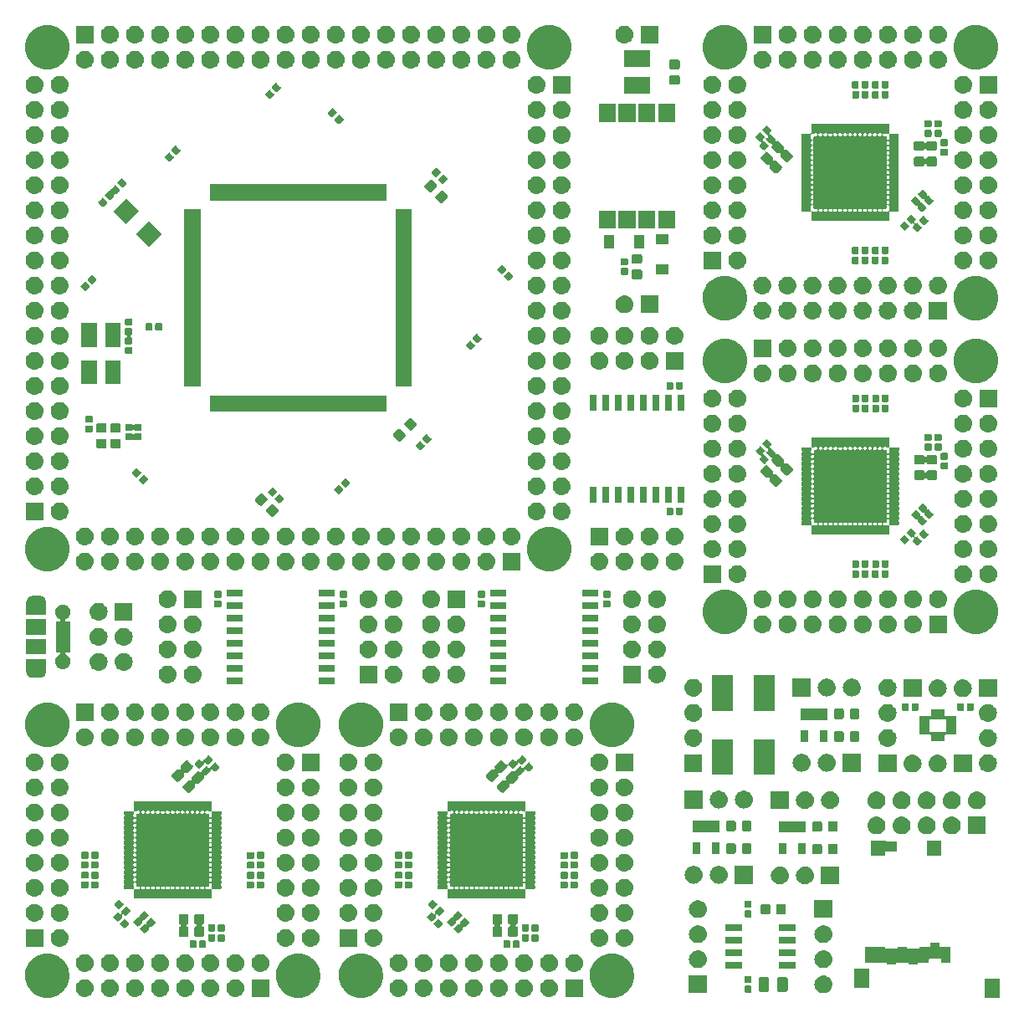
<source format=gbr>
G04 #@! TF.GenerationSoftware,KiCad,Pcbnew,5.0.2-bee76a0~70~ubuntu16.04.1*
G04 #@! TF.CreationDate,2019-06-06T06:45:58+03:00*
G04 #@! TF.ProjectId,FreeEEG32-prealpha2,46726565-4545-4473-9332-2d707265616c,rev?*
G04 #@! TF.SameCoordinates,Original*
G04 #@! TF.FileFunction,Soldermask,Top*
G04 #@! TF.FilePolarity,Negative*
%FSLAX46Y46*%
G04 Gerber Fmt 4.6, Leading zero omitted, Abs format (unit mm)*
G04 Created by KiCad (PCBNEW 5.0.2-bee76a0~70~ubuntu16.04.1) date Чт 06 июн 2019 06:45:58*
%MOMM*%
%LPD*%
G01*
G04 APERTURE LIST*
%ADD10C,0.100000*%
G04 APERTURE END LIST*
D10*
G36*
X112877261Y-112781331D02*
X111375261Y-112781331D01*
X111375261Y-110779331D01*
X112877261Y-110779331D01*
X112877261Y-112781331D01*
X112877261Y-112781331D01*
G37*
G36*
X73968445Y-108256254D02*
X74316593Y-108325504D01*
X74726249Y-108495189D01*
X75094929Y-108741534D01*
X75408466Y-109055071D01*
X75654811Y-109423751D01*
X75824496Y-109833407D01*
X75868860Y-110056443D01*
X75911000Y-110268294D01*
X75911000Y-110711706D01*
X75904414Y-110744814D01*
X75824496Y-111146593D01*
X75654811Y-111556249D01*
X75408466Y-111924929D01*
X75094929Y-112238466D01*
X74726249Y-112484811D01*
X74316593Y-112654496D01*
X73968445Y-112723746D01*
X73881706Y-112741000D01*
X73438294Y-112741000D01*
X73351555Y-112723746D01*
X73003407Y-112654496D01*
X72593751Y-112484811D01*
X72225071Y-112238466D01*
X71911534Y-111924929D01*
X71665189Y-111556249D01*
X71495504Y-111146593D01*
X71415586Y-110744814D01*
X71409000Y-110711706D01*
X71409000Y-110268294D01*
X71451140Y-110056443D01*
X71495504Y-109833407D01*
X71665189Y-109423751D01*
X71911534Y-109055071D01*
X72225071Y-108741534D01*
X72593751Y-108495189D01*
X73003407Y-108325504D01*
X73351555Y-108256254D01*
X73438294Y-108239000D01*
X73881706Y-108239000D01*
X73968445Y-108256254D01*
X73968445Y-108256254D01*
G37*
G36*
X48568445Y-108256254D02*
X48916593Y-108325504D01*
X49326249Y-108495189D01*
X49694929Y-108741534D01*
X50008466Y-109055071D01*
X50254811Y-109423751D01*
X50424496Y-109833407D01*
X50468860Y-110056443D01*
X50511000Y-110268294D01*
X50511000Y-110711706D01*
X50504414Y-110744814D01*
X50424496Y-111146593D01*
X50254811Y-111556249D01*
X50008466Y-111924929D01*
X49694929Y-112238466D01*
X49326249Y-112484811D01*
X48916593Y-112654496D01*
X48568445Y-112723746D01*
X48481706Y-112741000D01*
X48038294Y-112741000D01*
X47951555Y-112723746D01*
X47603407Y-112654496D01*
X47193751Y-112484811D01*
X46825071Y-112238466D01*
X46511534Y-111924929D01*
X46265189Y-111556249D01*
X46095504Y-111146593D01*
X46015586Y-110744814D01*
X46009000Y-110711706D01*
X46009000Y-110268294D01*
X46051140Y-110056443D01*
X46095504Y-109833407D01*
X46265189Y-109423751D01*
X46511534Y-109055071D01*
X46825071Y-108741534D01*
X47193751Y-108495189D01*
X47603407Y-108325504D01*
X47951555Y-108256254D01*
X48038294Y-108239000D01*
X48481706Y-108239000D01*
X48568445Y-108256254D01*
X48568445Y-108256254D01*
G37*
G36*
X16818445Y-108256254D02*
X17166593Y-108325504D01*
X17576249Y-108495189D01*
X17944929Y-108741534D01*
X18258466Y-109055071D01*
X18504811Y-109423751D01*
X18674496Y-109833407D01*
X18718860Y-110056443D01*
X18761000Y-110268294D01*
X18761000Y-110711706D01*
X18754414Y-110744814D01*
X18674496Y-111146593D01*
X18504811Y-111556249D01*
X18258466Y-111924929D01*
X17944929Y-112238466D01*
X17576249Y-112484811D01*
X17166593Y-112654496D01*
X16818445Y-112723746D01*
X16731706Y-112741000D01*
X16288294Y-112741000D01*
X16201555Y-112723746D01*
X15853407Y-112654496D01*
X15443751Y-112484811D01*
X15075071Y-112238466D01*
X14761534Y-111924929D01*
X14515189Y-111556249D01*
X14345504Y-111146593D01*
X14265586Y-110744814D01*
X14259000Y-110711706D01*
X14259000Y-110268294D01*
X14301140Y-110056443D01*
X14345504Y-109833407D01*
X14515189Y-109423751D01*
X14761534Y-109055071D01*
X15075071Y-108741534D01*
X15443751Y-108495189D01*
X15853407Y-108325504D01*
X16201555Y-108256254D01*
X16288294Y-108239000D01*
X16731706Y-108239000D01*
X16818445Y-108256254D01*
X16818445Y-108256254D01*
G37*
G36*
X42218445Y-108256254D02*
X42566593Y-108325504D01*
X42976249Y-108495189D01*
X43344929Y-108741534D01*
X43658466Y-109055071D01*
X43904811Y-109423751D01*
X44074496Y-109833407D01*
X44118860Y-110056443D01*
X44161000Y-110268294D01*
X44161000Y-110711706D01*
X44154414Y-110744814D01*
X44074496Y-111146593D01*
X43904811Y-111556249D01*
X43658466Y-111924929D01*
X43344929Y-112238466D01*
X42976249Y-112484811D01*
X42566593Y-112654496D01*
X42218445Y-112723746D01*
X42131706Y-112741000D01*
X41688294Y-112741000D01*
X41601555Y-112723746D01*
X41253407Y-112654496D01*
X40843751Y-112484811D01*
X40475071Y-112238466D01*
X40161534Y-111924929D01*
X39915189Y-111556249D01*
X39745504Y-111146593D01*
X39665586Y-110744814D01*
X39659000Y-110711706D01*
X39659000Y-110268294D01*
X39701140Y-110056443D01*
X39745504Y-109833407D01*
X39915189Y-109423751D01*
X40161534Y-109055071D01*
X40475071Y-108741534D01*
X40843751Y-108495189D01*
X41253407Y-108325504D01*
X41601555Y-108256254D01*
X41688294Y-108239000D01*
X42131706Y-108239000D01*
X42218445Y-108256254D01*
X42218445Y-108256254D01*
G37*
G36*
X33130442Y-110865518D02*
X33196627Y-110872037D01*
X33309853Y-110906384D01*
X33366467Y-110923557D01*
X33505087Y-110997652D01*
X33522991Y-111007222D01*
X33558729Y-111036552D01*
X33660186Y-111119814D01*
X33732863Y-111208373D01*
X33772778Y-111257009D01*
X33772779Y-111257011D01*
X33856443Y-111413533D01*
X33856443Y-111413534D01*
X33907963Y-111583373D01*
X33925359Y-111760000D01*
X33907963Y-111936627D01*
X33883783Y-112016337D01*
X33856443Y-112106467D01*
X33794986Y-112221443D01*
X33772778Y-112262991D01*
X33764594Y-112272963D01*
X33660186Y-112400186D01*
X33558729Y-112483448D01*
X33522991Y-112512778D01*
X33522989Y-112512779D01*
X33366467Y-112596443D01*
X33309853Y-112613616D01*
X33196627Y-112647963D01*
X33130442Y-112654482D01*
X33064260Y-112661000D01*
X32975740Y-112661000D01*
X32909558Y-112654482D01*
X32843373Y-112647963D01*
X32730147Y-112613616D01*
X32673533Y-112596443D01*
X32517011Y-112512779D01*
X32517009Y-112512778D01*
X32481271Y-112483448D01*
X32379814Y-112400186D01*
X32275406Y-112272963D01*
X32267222Y-112262991D01*
X32245014Y-112221443D01*
X32183557Y-112106467D01*
X32156217Y-112016337D01*
X32132037Y-111936627D01*
X32114641Y-111760000D01*
X32132037Y-111583373D01*
X32183557Y-111413534D01*
X32183557Y-111413533D01*
X32267221Y-111257011D01*
X32267222Y-111257009D01*
X32307137Y-111208373D01*
X32379814Y-111119814D01*
X32481271Y-111036552D01*
X32517009Y-111007222D01*
X32534913Y-110997652D01*
X32673533Y-110923557D01*
X32730147Y-110906384D01*
X32843373Y-110872037D01*
X32909558Y-110865518D01*
X32975740Y-110859000D01*
X33064260Y-110859000D01*
X33130442Y-110865518D01*
X33130442Y-110865518D01*
G37*
G36*
X30590442Y-110865518D02*
X30656627Y-110872037D01*
X30769853Y-110906384D01*
X30826467Y-110923557D01*
X30965087Y-110997652D01*
X30982991Y-111007222D01*
X31018729Y-111036552D01*
X31120186Y-111119814D01*
X31192863Y-111208373D01*
X31232778Y-111257009D01*
X31232779Y-111257011D01*
X31316443Y-111413533D01*
X31316443Y-111413534D01*
X31367963Y-111583373D01*
X31385359Y-111760000D01*
X31367963Y-111936627D01*
X31343783Y-112016337D01*
X31316443Y-112106467D01*
X31254986Y-112221443D01*
X31232778Y-112262991D01*
X31224594Y-112272963D01*
X31120186Y-112400186D01*
X31018729Y-112483448D01*
X30982991Y-112512778D01*
X30982989Y-112512779D01*
X30826467Y-112596443D01*
X30769853Y-112613616D01*
X30656627Y-112647963D01*
X30590442Y-112654482D01*
X30524260Y-112661000D01*
X30435740Y-112661000D01*
X30369558Y-112654482D01*
X30303373Y-112647963D01*
X30190147Y-112613616D01*
X30133533Y-112596443D01*
X29977011Y-112512779D01*
X29977009Y-112512778D01*
X29941271Y-112483448D01*
X29839814Y-112400186D01*
X29735406Y-112272963D01*
X29727222Y-112262991D01*
X29705014Y-112221443D01*
X29643557Y-112106467D01*
X29616217Y-112016337D01*
X29592037Y-111936627D01*
X29574641Y-111760000D01*
X29592037Y-111583373D01*
X29643557Y-111413534D01*
X29643557Y-111413533D01*
X29727221Y-111257011D01*
X29727222Y-111257009D01*
X29767137Y-111208373D01*
X29839814Y-111119814D01*
X29941271Y-111036552D01*
X29977009Y-111007222D01*
X29994913Y-110997652D01*
X30133533Y-110923557D01*
X30190147Y-110906384D01*
X30303373Y-110872037D01*
X30369558Y-110865518D01*
X30435740Y-110859000D01*
X30524260Y-110859000D01*
X30590442Y-110865518D01*
X30590442Y-110865518D01*
G37*
G36*
X28050442Y-110865518D02*
X28116627Y-110872037D01*
X28229853Y-110906384D01*
X28286467Y-110923557D01*
X28425087Y-110997652D01*
X28442991Y-111007222D01*
X28478729Y-111036552D01*
X28580186Y-111119814D01*
X28652863Y-111208373D01*
X28692778Y-111257009D01*
X28692779Y-111257011D01*
X28776443Y-111413533D01*
X28776443Y-111413534D01*
X28827963Y-111583373D01*
X28845359Y-111760000D01*
X28827963Y-111936627D01*
X28803783Y-112016337D01*
X28776443Y-112106467D01*
X28714986Y-112221443D01*
X28692778Y-112262991D01*
X28684594Y-112272963D01*
X28580186Y-112400186D01*
X28478729Y-112483448D01*
X28442991Y-112512778D01*
X28442989Y-112512779D01*
X28286467Y-112596443D01*
X28229853Y-112613616D01*
X28116627Y-112647963D01*
X28050442Y-112654482D01*
X27984260Y-112661000D01*
X27895740Y-112661000D01*
X27829558Y-112654482D01*
X27763373Y-112647963D01*
X27650147Y-112613616D01*
X27593533Y-112596443D01*
X27437011Y-112512779D01*
X27437009Y-112512778D01*
X27401271Y-112483448D01*
X27299814Y-112400186D01*
X27195406Y-112272963D01*
X27187222Y-112262991D01*
X27165014Y-112221443D01*
X27103557Y-112106467D01*
X27076217Y-112016337D01*
X27052037Y-111936627D01*
X27034641Y-111760000D01*
X27052037Y-111583373D01*
X27103557Y-111413534D01*
X27103557Y-111413533D01*
X27187221Y-111257011D01*
X27187222Y-111257009D01*
X27227137Y-111208373D01*
X27299814Y-111119814D01*
X27401271Y-111036552D01*
X27437009Y-111007222D01*
X27454913Y-110997652D01*
X27593533Y-110923557D01*
X27650147Y-110906384D01*
X27763373Y-110872037D01*
X27829558Y-110865518D01*
X27895740Y-110859000D01*
X27984260Y-110859000D01*
X28050442Y-110865518D01*
X28050442Y-110865518D01*
G37*
G36*
X35670442Y-110865518D02*
X35736627Y-110872037D01*
X35849853Y-110906384D01*
X35906467Y-110923557D01*
X36045087Y-110997652D01*
X36062991Y-111007222D01*
X36098729Y-111036552D01*
X36200186Y-111119814D01*
X36272863Y-111208373D01*
X36312778Y-111257009D01*
X36312779Y-111257011D01*
X36396443Y-111413533D01*
X36396443Y-111413534D01*
X36447963Y-111583373D01*
X36465359Y-111760000D01*
X36447963Y-111936627D01*
X36423783Y-112016337D01*
X36396443Y-112106467D01*
X36334986Y-112221443D01*
X36312778Y-112262991D01*
X36304594Y-112272963D01*
X36200186Y-112400186D01*
X36098729Y-112483448D01*
X36062991Y-112512778D01*
X36062989Y-112512779D01*
X35906467Y-112596443D01*
X35849853Y-112613616D01*
X35736627Y-112647963D01*
X35670442Y-112654482D01*
X35604260Y-112661000D01*
X35515740Y-112661000D01*
X35449558Y-112654482D01*
X35383373Y-112647963D01*
X35270147Y-112613616D01*
X35213533Y-112596443D01*
X35057011Y-112512779D01*
X35057009Y-112512778D01*
X35021271Y-112483448D01*
X34919814Y-112400186D01*
X34815406Y-112272963D01*
X34807222Y-112262991D01*
X34785014Y-112221443D01*
X34723557Y-112106467D01*
X34696217Y-112016337D01*
X34672037Y-111936627D01*
X34654641Y-111760000D01*
X34672037Y-111583373D01*
X34723557Y-111413534D01*
X34723557Y-111413533D01*
X34807221Y-111257011D01*
X34807222Y-111257009D01*
X34847137Y-111208373D01*
X34919814Y-111119814D01*
X35021271Y-111036552D01*
X35057009Y-111007222D01*
X35074913Y-110997652D01*
X35213533Y-110923557D01*
X35270147Y-110906384D01*
X35383373Y-110872037D01*
X35449558Y-110865518D01*
X35515740Y-110859000D01*
X35604260Y-110859000D01*
X35670442Y-110865518D01*
X35670442Y-110865518D01*
G37*
G36*
X39001000Y-112661000D02*
X37199000Y-112661000D01*
X37199000Y-110859000D01*
X39001000Y-110859000D01*
X39001000Y-112661000D01*
X39001000Y-112661000D01*
G37*
G36*
X25510442Y-110865518D02*
X25576627Y-110872037D01*
X25689853Y-110906384D01*
X25746467Y-110923557D01*
X25885087Y-110997652D01*
X25902991Y-111007222D01*
X25938729Y-111036552D01*
X26040186Y-111119814D01*
X26112863Y-111208373D01*
X26152778Y-111257009D01*
X26152779Y-111257011D01*
X26236443Y-111413533D01*
X26236443Y-111413534D01*
X26287963Y-111583373D01*
X26305359Y-111760000D01*
X26287963Y-111936627D01*
X26263783Y-112016337D01*
X26236443Y-112106467D01*
X26174986Y-112221443D01*
X26152778Y-112262991D01*
X26144594Y-112272963D01*
X26040186Y-112400186D01*
X25938729Y-112483448D01*
X25902991Y-112512778D01*
X25902989Y-112512779D01*
X25746467Y-112596443D01*
X25689853Y-112613616D01*
X25576627Y-112647963D01*
X25510442Y-112654482D01*
X25444260Y-112661000D01*
X25355740Y-112661000D01*
X25289558Y-112654482D01*
X25223373Y-112647963D01*
X25110147Y-112613616D01*
X25053533Y-112596443D01*
X24897011Y-112512779D01*
X24897009Y-112512778D01*
X24861271Y-112483448D01*
X24759814Y-112400186D01*
X24655406Y-112272963D01*
X24647222Y-112262991D01*
X24625014Y-112221443D01*
X24563557Y-112106467D01*
X24536217Y-112016337D01*
X24512037Y-111936627D01*
X24494641Y-111760000D01*
X24512037Y-111583373D01*
X24563557Y-111413534D01*
X24563557Y-111413533D01*
X24647221Y-111257011D01*
X24647222Y-111257009D01*
X24687137Y-111208373D01*
X24759814Y-111119814D01*
X24861271Y-111036552D01*
X24897009Y-111007222D01*
X24914913Y-110997652D01*
X25053533Y-110923557D01*
X25110147Y-110906384D01*
X25223373Y-110872037D01*
X25289558Y-110865518D01*
X25355740Y-110859000D01*
X25444260Y-110859000D01*
X25510442Y-110865518D01*
X25510442Y-110865518D01*
G37*
G36*
X22970442Y-110865518D02*
X23036627Y-110872037D01*
X23149853Y-110906384D01*
X23206467Y-110923557D01*
X23345087Y-110997652D01*
X23362991Y-111007222D01*
X23398729Y-111036552D01*
X23500186Y-111119814D01*
X23572863Y-111208373D01*
X23612778Y-111257009D01*
X23612779Y-111257011D01*
X23696443Y-111413533D01*
X23696443Y-111413534D01*
X23747963Y-111583373D01*
X23765359Y-111760000D01*
X23747963Y-111936627D01*
X23723783Y-112016337D01*
X23696443Y-112106467D01*
X23634986Y-112221443D01*
X23612778Y-112262991D01*
X23604594Y-112272963D01*
X23500186Y-112400186D01*
X23398729Y-112483448D01*
X23362991Y-112512778D01*
X23362989Y-112512779D01*
X23206467Y-112596443D01*
X23149853Y-112613616D01*
X23036627Y-112647963D01*
X22970442Y-112654482D01*
X22904260Y-112661000D01*
X22815740Y-112661000D01*
X22749558Y-112654482D01*
X22683373Y-112647963D01*
X22570147Y-112613616D01*
X22513533Y-112596443D01*
X22357011Y-112512779D01*
X22357009Y-112512778D01*
X22321271Y-112483448D01*
X22219814Y-112400186D01*
X22115406Y-112272963D01*
X22107222Y-112262991D01*
X22085014Y-112221443D01*
X22023557Y-112106467D01*
X21996217Y-112016337D01*
X21972037Y-111936627D01*
X21954641Y-111760000D01*
X21972037Y-111583373D01*
X22023557Y-111413534D01*
X22023557Y-111413533D01*
X22107221Y-111257011D01*
X22107222Y-111257009D01*
X22147137Y-111208373D01*
X22219814Y-111119814D01*
X22321271Y-111036552D01*
X22357009Y-111007222D01*
X22374913Y-110997652D01*
X22513533Y-110923557D01*
X22570147Y-110906384D01*
X22683373Y-110872037D01*
X22749558Y-110865518D01*
X22815740Y-110859000D01*
X22904260Y-110859000D01*
X22970442Y-110865518D01*
X22970442Y-110865518D01*
G37*
G36*
X20430442Y-110865518D02*
X20496627Y-110872037D01*
X20609853Y-110906384D01*
X20666467Y-110923557D01*
X20805087Y-110997652D01*
X20822991Y-111007222D01*
X20858729Y-111036552D01*
X20960186Y-111119814D01*
X21032863Y-111208373D01*
X21072778Y-111257009D01*
X21072779Y-111257011D01*
X21156443Y-111413533D01*
X21156443Y-111413534D01*
X21207963Y-111583373D01*
X21225359Y-111760000D01*
X21207963Y-111936627D01*
X21183783Y-112016337D01*
X21156443Y-112106467D01*
X21094986Y-112221443D01*
X21072778Y-112262991D01*
X21064594Y-112272963D01*
X20960186Y-112400186D01*
X20858729Y-112483448D01*
X20822991Y-112512778D01*
X20822989Y-112512779D01*
X20666467Y-112596443D01*
X20609853Y-112613616D01*
X20496627Y-112647963D01*
X20430442Y-112654482D01*
X20364260Y-112661000D01*
X20275740Y-112661000D01*
X20209558Y-112654482D01*
X20143373Y-112647963D01*
X20030147Y-112613616D01*
X19973533Y-112596443D01*
X19817011Y-112512779D01*
X19817009Y-112512778D01*
X19781271Y-112483448D01*
X19679814Y-112400186D01*
X19575406Y-112272963D01*
X19567222Y-112262991D01*
X19545014Y-112221443D01*
X19483557Y-112106467D01*
X19456217Y-112016337D01*
X19432037Y-111936627D01*
X19414641Y-111760000D01*
X19432037Y-111583373D01*
X19483557Y-111413534D01*
X19483557Y-111413533D01*
X19567221Y-111257011D01*
X19567222Y-111257009D01*
X19607137Y-111208373D01*
X19679814Y-111119814D01*
X19781271Y-111036552D01*
X19817009Y-111007222D01*
X19834913Y-110997652D01*
X19973533Y-110923557D01*
X20030147Y-110906384D01*
X20143373Y-110872037D01*
X20209558Y-110865518D01*
X20275740Y-110859000D01*
X20364260Y-110859000D01*
X20430442Y-110865518D01*
X20430442Y-110865518D01*
G37*
G36*
X67420442Y-110865518D02*
X67486627Y-110872037D01*
X67599853Y-110906384D01*
X67656467Y-110923557D01*
X67795087Y-110997652D01*
X67812991Y-111007222D01*
X67848729Y-111036552D01*
X67950186Y-111119814D01*
X68022863Y-111208373D01*
X68062778Y-111257009D01*
X68062779Y-111257011D01*
X68146443Y-111413533D01*
X68146443Y-111413534D01*
X68197963Y-111583373D01*
X68215359Y-111760000D01*
X68197963Y-111936627D01*
X68173783Y-112016337D01*
X68146443Y-112106467D01*
X68084986Y-112221443D01*
X68062778Y-112262991D01*
X68054594Y-112272963D01*
X67950186Y-112400186D01*
X67848729Y-112483448D01*
X67812991Y-112512778D01*
X67812989Y-112512779D01*
X67656467Y-112596443D01*
X67599853Y-112613616D01*
X67486627Y-112647963D01*
X67420442Y-112654482D01*
X67354260Y-112661000D01*
X67265740Y-112661000D01*
X67199558Y-112654482D01*
X67133373Y-112647963D01*
X67020147Y-112613616D01*
X66963533Y-112596443D01*
X66807011Y-112512779D01*
X66807009Y-112512778D01*
X66771271Y-112483448D01*
X66669814Y-112400186D01*
X66565406Y-112272963D01*
X66557222Y-112262991D01*
X66535014Y-112221443D01*
X66473557Y-112106467D01*
X66446217Y-112016337D01*
X66422037Y-111936627D01*
X66404641Y-111760000D01*
X66422037Y-111583373D01*
X66473557Y-111413534D01*
X66473557Y-111413533D01*
X66557221Y-111257011D01*
X66557222Y-111257009D01*
X66597137Y-111208373D01*
X66669814Y-111119814D01*
X66771271Y-111036552D01*
X66807009Y-111007222D01*
X66824913Y-110997652D01*
X66963533Y-110923557D01*
X67020147Y-110906384D01*
X67133373Y-110872037D01*
X67199558Y-110865518D01*
X67265740Y-110859000D01*
X67354260Y-110859000D01*
X67420442Y-110865518D01*
X67420442Y-110865518D01*
G37*
G36*
X52180442Y-110865518D02*
X52246627Y-110872037D01*
X52359853Y-110906384D01*
X52416467Y-110923557D01*
X52555087Y-110997652D01*
X52572991Y-111007222D01*
X52608729Y-111036552D01*
X52710186Y-111119814D01*
X52782863Y-111208373D01*
X52822778Y-111257009D01*
X52822779Y-111257011D01*
X52906443Y-111413533D01*
X52906443Y-111413534D01*
X52957963Y-111583373D01*
X52975359Y-111760000D01*
X52957963Y-111936627D01*
X52933783Y-112016337D01*
X52906443Y-112106467D01*
X52844986Y-112221443D01*
X52822778Y-112262991D01*
X52814594Y-112272963D01*
X52710186Y-112400186D01*
X52608729Y-112483448D01*
X52572991Y-112512778D01*
X52572989Y-112512779D01*
X52416467Y-112596443D01*
X52359853Y-112613616D01*
X52246627Y-112647963D01*
X52180442Y-112654482D01*
X52114260Y-112661000D01*
X52025740Y-112661000D01*
X51959558Y-112654482D01*
X51893373Y-112647963D01*
X51780147Y-112613616D01*
X51723533Y-112596443D01*
X51567011Y-112512779D01*
X51567009Y-112512778D01*
X51531271Y-112483448D01*
X51429814Y-112400186D01*
X51325406Y-112272963D01*
X51317222Y-112262991D01*
X51295014Y-112221443D01*
X51233557Y-112106467D01*
X51206217Y-112016337D01*
X51182037Y-111936627D01*
X51164641Y-111760000D01*
X51182037Y-111583373D01*
X51233557Y-111413534D01*
X51233557Y-111413533D01*
X51317221Y-111257011D01*
X51317222Y-111257009D01*
X51357137Y-111208373D01*
X51429814Y-111119814D01*
X51531271Y-111036552D01*
X51567009Y-111007222D01*
X51584913Y-110997652D01*
X51723533Y-110923557D01*
X51780147Y-110906384D01*
X51893373Y-110872037D01*
X51959558Y-110865518D01*
X52025740Y-110859000D01*
X52114260Y-110859000D01*
X52180442Y-110865518D01*
X52180442Y-110865518D01*
G37*
G36*
X54720442Y-110865518D02*
X54786627Y-110872037D01*
X54899853Y-110906384D01*
X54956467Y-110923557D01*
X55095087Y-110997652D01*
X55112991Y-111007222D01*
X55148729Y-111036552D01*
X55250186Y-111119814D01*
X55322863Y-111208373D01*
X55362778Y-111257009D01*
X55362779Y-111257011D01*
X55446443Y-111413533D01*
X55446443Y-111413534D01*
X55497963Y-111583373D01*
X55515359Y-111760000D01*
X55497963Y-111936627D01*
X55473783Y-112016337D01*
X55446443Y-112106467D01*
X55384986Y-112221443D01*
X55362778Y-112262991D01*
X55354594Y-112272963D01*
X55250186Y-112400186D01*
X55148729Y-112483448D01*
X55112991Y-112512778D01*
X55112989Y-112512779D01*
X54956467Y-112596443D01*
X54899853Y-112613616D01*
X54786627Y-112647963D01*
X54720442Y-112654482D01*
X54654260Y-112661000D01*
X54565740Y-112661000D01*
X54499558Y-112654482D01*
X54433373Y-112647963D01*
X54320147Y-112613616D01*
X54263533Y-112596443D01*
X54107011Y-112512779D01*
X54107009Y-112512778D01*
X54071271Y-112483448D01*
X53969814Y-112400186D01*
X53865406Y-112272963D01*
X53857222Y-112262991D01*
X53835014Y-112221443D01*
X53773557Y-112106467D01*
X53746217Y-112016337D01*
X53722037Y-111936627D01*
X53704641Y-111760000D01*
X53722037Y-111583373D01*
X53773557Y-111413534D01*
X53773557Y-111413533D01*
X53857221Y-111257011D01*
X53857222Y-111257009D01*
X53897137Y-111208373D01*
X53969814Y-111119814D01*
X54071271Y-111036552D01*
X54107009Y-111007222D01*
X54124913Y-110997652D01*
X54263533Y-110923557D01*
X54320147Y-110906384D01*
X54433373Y-110872037D01*
X54499558Y-110865518D01*
X54565740Y-110859000D01*
X54654260Y-110859000D01*
X54720442Y-110865518D01*
X54720442Y-110865518D01*
G37*
G36*
X57260442Y-110865518D02*
X57326627Y-110872037D01*
X57439853Y-110906384D01*
X57496467Y-110923557D01*
X57635087Y-110997652D01*
X57652991Y-111007222D01*
X57688729Y-111036552D01*
X57790186Y-111119814D01*
X57862863Y-111208373D01*
X57902778Y-111257009D01*
X57902779Y-111257011D01*
X57986443Y-111413533D01*
X57986443Y-111413534D01*
X58037963Y-111583373D01*
X58055359Y-111760000D01*
X58037963Y-111936627D01*
X58013783Y-112016337D01*
X57986443Y-112106467D01*
X57924986Y-112221443D01*
X57902778Y-112262991D01*
X57894594Y-112272963D01*
X57790186Y-112400186D01*
X57688729Y-112483448D01*
X57652991Y-112512778D01*
X57652989Y-112512779D01*
X57496467Y-112596443D01*
X57439853Y-112613616D01*
X57326627Y-112647963D01*
X57260442Y-112654482D01*
X57194260Y-112661000D01*
X57105740Y-112661000D01*
X57039558Y-112654482D01*
X56973373Y-112647963D01*
X56860147Y-112613616D01*
X56803533Y-112596443D01*
X56647011Y-112512779D01*
X56647009Y-112512778D01*
X56611271Y-112483448D01*
X56509814Y-112400186D01*
X56405406Y-112272963D01*
X56397222Y-112262991D01*
X56375014Y-112221443D01*
X56313557Y-112106467D01*
X56286217Y-112016337D01*
X56262037Y-111936627D01*
X56244641Y-111760000D01*
X56262037Y-111583373D01*
X56313557Y-111413534D01*
X56313557Y-111413533D01*
X56397221Y-111257011D01*
X56397222Y-111257009D01*
X56437137Y-111208373D01*
X56509814Y-111119814D01*
X56611271Y-111036552D01*
X56647009Y-111007222D01*
X56664913Y-110997652D01*
X56803533Y-110923557D01*
X56860147Y-110906384D01*
X56973373Y-110872037D01*
X57039558Y-110865518D01*
X57105740Y-110859000D01*
X57194260Y-110859000D01*
X57260442Y-110865518D01*
X57260442Y-110865518D01*
G37*
G36*
X64880442Y-110865518D02*
X64946627Y-110872037D01*
X65059853Y-110906384D01*
X65116467Y-110923557D01*
X65255087Y-110997652D01*
X65272991Y-111007222D01*
X65308729Y-111036552D01*
X65410186Y-111119814D01*
X65482863Y-111208373D01*
X65522778Y-111257009D01*
X65522779Y-111257011D01*
X65606443Y-111413533D01*
X65606443Y-111413534D01*
X65657963Y-111583373D01*
X65675359Y-111760000D01*
X65657963Y-111936627D01*
X65633783Y-112016337D01*
X65606443Y-112106467D01*
X65544986Y-112221443D01*
X65522778Y-112262991D01*
X65514594Y-112272963D01*
X65410186Y-112400186D01*
X65308729Y-112483448D01*
X65272991Y-112512778D01*
X65272989Y-112512779D01*
X65116467Y-112596443D01*
X65059853Y-112613616D01*
X64946627Y-112647963D01*
X64880442Y-112654482D01*
X64814260Y-112661000D01*
X64725740Y-112661000D01*
X64659558Y-112654482D01*
X64593373Y-112647963D01*
X64480147Y-112613616D01*
X64423533Y-112596443D01*
X64267011Y-112512779D01*
X64267009Y-112512778D01*
X64231271Y-112483448D01*
X64129814Y-112400186D01*
X64025406Y-112272963D01*
X64017222Y-112262991D01*
X63995014Y-112221443D01*
X63933557Y-112106467D01*
X63906217Y-112016337D01*
X63882037Y-111936627D01*
X63864641Y-111760000D01*
X63882037Y-111583373D01*
X63933557Y-111413534D01*
X63933557Y-111413533D01*
X64017221Y-111257011D01*
X64017222Y-111257009D01*
X64057137Y-111208373D01*
X64129814Y-111119814D01*
X64231271Y-111036552D01*
X64267009Y-111007222D01*
X64284913Y-110997652D01*
X64423533Y-110923557D01*
X64480147Y-110906384D01*
X64593373Y-110872037D01*
X64659558Y-110865518D01*
X64725740Y-110859000D01*
X64814260Y-110859000D01*
X64880442Y-110865518D01*
X64880442Y-110865518D01*
G37*
G36*
X59800442Y-110865518D02*
X59866627Y-110872037D01*
X59979853Y-110906384D01*
X60036467Y-110923557D01*
X60175087Y-110997652D01*
X60192991Y-111007222D01*
X60228729Y-111036552D01*
X60330186Y-111119814D01*
X60402863Y-111208373D01*
X60442778Y-111257009D01*
X60442779Y-111257011D01*
X60526443Y-111413533D01*
X60526443Y-111413534D01*
X60577963Y-111583373D01*
X60595359Y-111760000D01*
X60577963Y-111936627D01*
X60553783Y-112016337D01*
X60526443Y-112106467D01*
X60464986Y-112221443D01*
X60442778Y-112262991D01*
X60434594Y-112272963D01*
X60330186Y-112400186D01*
X60228729Y-112483448D01*
X60192991Y-112512778D01*
X60192989Y-112512779D01*
X60036467Y-112596443D01*
X59979853Y-112613616D01*
X59866627Y-112647963D01*
X59800442Y-112654482D01*
X59734260Y-112661000D01*
X59645740Y-112661000D01*
X59579558Y-112654482D01*
X59513373Y-112647963D01*
X59400147Y-112613616D01*
X59343533Y-112596443D01*
X59187011Y-112512779D01*
X59187009Y-112512778D01*
X59151271Y-112483448D01*
X59049814Y-112400186D01*
X58945406Y-112272963D01*
X58937222Y-112262991D01*
X58915014Y-112221443D01*
X58853557Y-112106467D01*
X58826217Y-112016337D01*
X58802037Y-111936627D01*
X58784641Y-111760000D01*
X58802037Y-111583373D01*
X58853557Y-111413534D01*
X58853557Y-111413533D01*
X58937221Y-111257011D01*
X58937222Y-111257009D01*
X58977137Y-111208373D01*
X59049814Y-111119814D01*
X59151271Y-111036552D01*
X59187009Y-111007222D01*
X59204913Y-110997652D01*
X59343533Y-110923557D01*
X59400147Y-110906384D01*
X59513373Y-110872037D01*
X59579558Y-110865518D01*
X59645740Y-110859000D01*
X59734260Y-110859000D01*
X59800442Y-110865518D01*
X59800442Y-110865518D01*
G37*
G36*
X62340442Y-110865518D02*
X62406627Y-110872037D01*
X62519853Y-110906384D01*
X62576467Y-110923557D01*
X62715087Y-110997652D01*
X62732991Y-111007222D01*
X62768729Y-111036552D01*
X62870186Y-111119814D01*
X62942863Y-111208373D01*
X62982778Y-111257009D01*
X62982779Y-111257011D01*
X63066443Y-111413533D01*
X63066443Y-111413534D01*
X63117963Y-111583373D01*
X63135359Y-111760000D01*
X63117963Y-111936627D01*
X63093783Y-112016337D01*
X63066443Y-112106467D01*
X63004986Y-112221443D01*
X62982778Y-112262991D01*
X62974594Y-112272963D01*
X62870186Y-112400186D01*
X62768729Y-112483448D01*
X62732991Y-112512778D01*
X62732989Y-112512779D01*
X62576467Y-112596443D01*
X62519853Y-112613616D01*
X62406627Y-112647963D01*
X62340442Y-112654482D01*
X62274260Y-112661000D01*
X62185740Y-112661000D01*
X62119558Y-112654482D01*
X62053373Y-112647963D01*
X61940147Y-112613616D01*
X61883533Y-112596443D01*
X61727011Y-112512779D01*
X61727009Y-112512778D01*
X61691271Y-112483448D01*
X61589814Y-112400186D01*
X61485406Y-112272963D01*
X61477222Y-112262991D01*
X61455014Y-112221443D01*
X61393557Y-112106467D01*
X61366217Y-112016337D01*
X61342037Y-111936627D01*
X61324641Y-111760000D01*
X61342037Y-111583373D01*
X61393557Y-111413534D01*
X61393557Y-111413533D01*
X61477221Y-111257011D01*
X61477222Y-111257009D01*
X61517137Y-111208373D01*
X61589814Y-111119814D01*
X61691271Y-111036552D01*
X61727009Y-111007222D01*
X61744913Y-110997652D01*
X61883533Y-110923557D01*
X61940147Y-110906384D01*
X62053373Y-110872037D01*
X62119558Y-110865518D01*
X62185740Y-110859000D01*
X62274260Y-110859000D01*
X62340442Y-110865518D01*
X62340442Y-110865518D01*
G37*
G36*
X70751000Y-112661000D02*
X68949000Y-112661000D01*
X68949000Y-110859000D01*
X70751000Y-110859000D01*
X70751000Y-112661000D01*
X70751000Y-112661000D01*
G37*
G36*
X95170442Y-110490518D02*
X95236627Y-110497037D01*
X95349853Y-110531384D01*
X95406467Y-110548557D01*
X95509152Y-110603444D01*
X95562991Y-110632222D01*
X95597808Y-110660796D01*
X95700186Y-110744814D01*
X95783448Y-110846271D01*
X95812778Y-110882009D01*
X95812779Y-110882011D01*
X95896443Y-111038533D01*
X95896443Y-111038534D01*
X95947963Y-111208373D01*
X95965359Y-111385000D01*
X95947963Y-111561627D01*
X95936054Y-111600886D01*
X95896443Y-111731467D01*
X95824132Y-111866750D01*
X95812778Y-111887991D01*
X95787101Y-111919278D01*
X95700186Y-112025186D01*
X95609803Y-112099360D01*
X95562991Y-112137778D01*
X95545087Y-112147348D01*
X95406467Y-112221443D01*
X95350358Y-112238463D01*
X95236627Y-112272963D01*
X95170443Y-112279481D01*
X95104260Y-112286000D01*
X95015740Y-112286000D01*
X94949557Y-112279481D01*
X94883373Y-112272963D01*
X94769642Y-112238463D01*
X94713533Y-112221443D01*
X94574913Y-112147348D01*
X94557009Y-112137778D01*
X94510197Y-112099360D01*
X94419814Y-112025186D01*
X94332899Y-111919278D01*
X94307222Y-111887991D01*
X94295868Y-111866750D01*
X94223557Y-111731467D01*
X94183946Y-111600886D01*
X94172037Y-111561627D01*
X94154641Y-111385000D01*
X94172037Y-111208373D01*
X94223557Y-111038534D01*
X94223557Y-111038533D01*
X94307221Y-110882011D01*
X94307222Y-110882009D01*
X94336552Y-110846271D01*
X94419814Y-110744814D01*
X94522192Y-110660796D01*
X94557009Y-110632222D01*
X94610848Y-110603444D01*
X94713533Y-110548557D01*
X94770147Y-110531384D01*
X94883373Y-110497037D01*
X94949558Y-110490518D01*
X95015740Y-110484000D01*
X95104260Y-110484000D01*
X95170442Y-110490518D01*
X95170442Y-110490518D01*
G37*
G36*
X83261000Y-112286000D02*
X81459000Y-112286000D01*
X81459000Y-110484000D01*
X83261000Y-110484000D01*
X83261000Y-112286000D01*
X83261000Y-112286000D01*
G37*
G36*
X87721938Y-111526716D02*
X87742556Y-111532970D01*
X87761556Y-111543126D01*
X87778208Y-111556792D01*
X87791874Y-111573444D01*
X87802030Y-111592444D01*
X87808284Y-111613062D01*
X87811000Y-111640640D01*
X87811000Y-112099360D01*
X87808284Y-112126938D01*
X87802030Y-112147556D01*
X87791874Y-112166556D01*
X87778208Y-112183208D01*
X87761556Y-112196874D01*
X87742556Y-112207030D01*
X87721938Y-112213284D01*
X87694360Y-112216000D01*
X87185640Y-112216000D01*
X87158062Y-112213284D01*
X87137444Y-112207030D01*
X87118444Y-112196874D01*
X87101792Y-112183208D01*
X87088126Y-112166556D01*
X87077970Y-112147556D01*
X87071716Y-112126938D01*
X87069000Y-112099360D01*
X87069000Y-111640640D01*
X87071716Y-111613062D01*
X87077970Y-111592444D01*
X87088126Y-111573444D01*
X87101792Y-111556792D01*
X87118444Y-111543126D01*
X87137444Y-111532970D01*
X87158062Y-111526716D01*
X87185640Y-111524000D01*
X87694360Y-111524000D01*
X87721938Y-111526716D01*
X87721938Y-111526716D01*
G37*
G36*
X89414466Y-110638565D02*
X89453137Y-110650296D01*
X89488779Y-110669348D01*
X89520017Y-110694983D01*
X89545652Y-110726221D01*
X89564704Y-110761863D01*
X89576435Y-110800534D01*
X89581000Y-110846888D01*
X89581000Y-111923112D01*
X89576435Y-111969466D01*
X89564704Y-112008137D01*
X89545652Y-112043779D01*
X89520017Y-112075017D01*
X89488779Y-112100652D01*
X89453137Y-112119704D01*
X89414466Y-112131435D01*
X89368112Y-112136000D01*
X88716888Y-112136000D01*
X88670534Y-112131435D01*
X88631863Y-112119704D01*
X88596221Y-112100652D01*
X88564983Y-112075017D01*
X88539348Y-112043779D01*
X88520296Y-112008137D01*
X88508565Y-111969466D01*
X88504000Y-111923112D01*
X88504000Y-110846888D01*
X88508565Y-110800534D01*
X88520296Y-110761863D01*
X88539348Y-110726221D01*
X88564983Y-110694983D01*
X88596221Y-110669348D01*
X88631863Y-110650296D01*
X88670534Y-110638565D01*
X88716888Y-110634000D01*
X89368112Y-110634000D01*
X89414466Y-110638565D01*
X89414466Y-110638565D01*
G37*
G36*
X91289466Y-110638565D02*
X91328137Y-110650296D01*
X91363779Y-110669348D01*
X91395017Y-110694983D01*
X91420652Y-110726221D01*
X91439704Y-110761863D01*
X91451435Y-110800534D01*
X91456000Y-110846888D01*
X91456000Y-111923112D01*
X91451435Y-111969466D01*
X91439704Y-112008137D01*
X91420652Y-112043779D01*
X91395017Y-112075017D01*
X91363779Y-112100652D01*
X91328137Y-112119704D01*
X91289466Y-112131435D01*
X91243112Y-112136000D01*
X90591888Y-112136000D01*
X90545534Y-112131435D01*
X90506863Y-112119704D01*
X90471221Y-112100652D01*
X90439983Y-112075017D01*
X90414348Y-112043779D01*
X90395296Y-112008137D01*
X90383565Y-111969466D01*
X90379000Y-111923112D01*
X90379000Y-110846888D01*
X90383565Y-110800534D01*
X90395296Y-110761863D01*
X90414348Y-110726221D01*
X90439983Y-110694983D01*
X90471221Y-110669348D01*
X90506863Y-110650296D01*
X90545534Y-110638565D01*
X90591888Y-110634000D01*
X91243112Y-110634000D01*
X91289466Y-110638565D01*
X91289466Y-110638565D01*
G37*
G36*
X99727261Y-111781331D02*
X98225261Y-111781331D01*
X98225261Y-109779331D01*
X99727261Y-109779331D01*
X99727261Y-111781331D01*
X99727261Y-111781331D01*
G37*
G36*
X87721938Y-110556716D02*
X87742556Y-110562970D01*
X87761556Y-110573126D01*
X87778208Y-110586792D01*
X87791874Y-110603444D01*
X87802030Y-110622444D01*
X87808284Y-110643062D01*
X87811000Y-110670640D01*
X87811000Y-111129360D01*
X87808284Y-111156938D01*
X87802030Y-111177556D01*
X87791874Y-111196556D01*
X87778208Y-111213208D01*
X87761556Y-111226874D01*
X87742556Y-111237030D01*
X87721938Y-111243284D01*
X87694360Y-111246000D01*
X87185640Y-111246000D01*
X87158062Y-111243284D01*
X87137444Y-111237030D01*
X87118444Y-111226874D01*
X87101792Y-111213208D01*
X87088126Y-111196556D01*
X87077970Y-111177556D01*
X87071716Y-111156938D01*
X87069000Y-111129360D01*
X87069000Y-110670640D01*
X87071716Y-110643062D01*
X87077970Y-110622444D01*
X87088126Y-110603444D01*
X87101792Y-110586792D01*
X87118444Y-110573126D01*
X87137444Y-110562970D01*
X87158062Y-110556716D01*
X87185640Y-110554000D01*
X87694360Y-110554000D01*
X87721938Y-110556716D01*
X87721938Y-110556716D01*
G37*
G36*
X67420295Y-108325504D02*
X67486627Y-108332037D01*
X67599853Y-108366384D01*
X67656467Y-108383557D01*
X67795087Y-108457652D01*
X67812991Y-108467222D01*
X67847069Y-108495189D01*
X67950186Y-108579814D01*
X68022863Y-108668373D01*
X68062778Y-108717009D01*
X68062779Y-108717011D01*
X68146443Y-108873533D01*
X68146443Y-108873534D01*
X68197963Y-109043373D01*
X68215359Y-109220000D01*
X68197963Y-109396627D01*
X68189735Y-109423751D01*
X68146443Y-109566467D01*
X68129706Y-109597779D01*
X68062778Y-109722991D01*
X68054594Y-109732963D01*
X67950186Y-109860186D01*
X67848729Y-109943448D01*
X67812991Y-109972778D01*
X67812989Y-109972779D01*
X67656467Y-110056443D01*
X67599853Y-110073616D01*
X67486627Y-110107963D01*
X67420443Y-110114481D01*
X67354260Y-110121000D01*
X67265740Y-110121000D01*
X67199557Y-110114481D01*
X67133373Y-110107963D01*
X67020147Y-110073616D01*
X66963533Y-110056443D01*
X66807011Y-109972779D01*
X66807009Y-109972778D01*
X66771271Y-109943448D01*
X66669814Y-109860186D01*
X66565406Y-109732963D01*
X66557222Y-109722991D01*
X66490294Y-109597779D01*
X66473557Y-109566467D01*
X66430265Y-109423751D01*
X66422037Y-109396627D01*
X66404641Y-109220000D01*
X66422037Y-109043373D01*
X66473557Y-108873534D01*
X66473557Y-108873533D01*
X66557221Y-108717011D01*
X66557222Y-108717009D01*
X66597137Y-108668373D01*
X66669814Y-108579814D01*
X66772931Y-108495189D01*
X66807009Y-108467222D01*
X66824913Y-108457652D01*
X66963533Y-108383557D01*
X67020147Y-108366384D01*
X67133373Y-108332037D01*
X67199705Y-108325504D01*
X67265740Y-108319000D01*
X67354260Y-108319000D01*
X67420295Y-108325504D01*
X67420295Y-108325504D01*
G37*
G36*
X35670295Y-108325504D02*
X35736627Y-108332037D01*
X35849853Y-108366384D01*
X35906467Y-108383557D01*
X36045087Y-108457652D01*
X36062991Y-108467222D01*
X36097069Y-108495189D01*
X36200186Y-108579814D01*
X36272863Y-108668373D01*
X36312778Y-108717009D01*
X36312779Y-108717011D01*
X36396443Y-108873533D01*
X36396443Y-108873534D01*
X36447963Y-109043373D01*
X36465359Y-109220000D01*
X36447963Y-109396627D01*
X36439735Y-109423751D01*
X36396443Y-109566467D01*
X36379706Y-109597779D01*
X36312778Y-109722991D01*
X36304594Y-109732963D01*
X36200186Y-109860186D01*
X36098729Y-109943448D01*
X36062991Y-109972778D01*
X36062989Y-109972779D01*
X35906467Y-110056443D01*
X35849853Y-110073616D01*
X35736627Y-110107963D01*
X35670443Y-110114481D01*
X35604260Y-110121000D01*
X35515740Y-110121000D01*
X35449557Y-110114481D01*
X35383373Y-110107963D01*
X35270147Y-110073616D01*
X35213533Y-110056443D01*
X35057011Y-109972779D01*
X35057009Y-109972778D01*
X35021271Y-109943448D01*
X34919814Y-109860186D01*
X34815406Y-109732963D01*
X34807222Y-109722991D01*
X34740294Y-109597779D01*
X34723557Y-109566467D01*
X34680265Y-109423751D01*
X34672037Y-109396627D01*
X34654641Y-109220000D01*
X34672037Y-109043373D01*
X34723557Y-108873534D01*
X34723557Y-108873533D01*
X34807221Y-108717011D01*
X34807222Y-108717009D01*
X34847137Y-108668373D01*
X34919814Y-108579814D01*
X35022931Y-108495189D01*
X35057009Y-108467222D01*
X35074913Y-108457652D01*
X35213533Y-108383557D01*
X35270147Y-108366384D01*
X35383373Y-108332037D01*
X35449705Y-108325504D01*
X35515740Y-108319000D01*
X35604260Y-108319000D01*
X35670295Y-108325504D01*
X35670295Y-108325504D01*
G37*
G36*
X33130295Y-108325504D02*
X33196627Y-108332037D01*
X33309853Y-108366384D01*
X33366467Y-108383557D01*
X33505087Y-108457652D01*
X33522991Y-108467222D01*
X33557069Y-108495189D01*
X33660186Y-108579814D01*
X33732863Y-108668373D01*
X33772778Y-108717009D01*
X33772779Y-108717011D01*
X33856443Y-108873533D01*
X33856443Y-108873534D01*
X33907963Y-109043373D01*
X33925359Y-109220000D01*
X33907963Y-109396627D01*
X33899735Y-109423751D01*
X33856443Y-109566467D01*
X33839706Y-109597779D01*
X33772778Y-109722991D01*
X33764594Y-109732963D01*
X33660186Y-109860186D01*
X33558729Y-109943448D01*
X33522991Y-109972778D01*
X33522989Y-109972779D01*
X33366467Y-110056443D01*
X33309853Y-110073616D01*
X33196627Y-110107963D01*
X33130443Y-110114481D01*
X33064260Y-110121000D01*
X32975740Y-110121000D01*
X32909557Y-110114481D01*
X32843373Y-110107963D01*
X32730147Y-110073616D01*
X32673533Y-110056443D01*
X32517011Y-109972779D01*
X32517009Y-109972778D01*
X32481271Y-109943448D01*
X32379814Y-109860186D01*
X32275406Y-109732963D01*
X32267222Y-109722991D01*
X32200294Y-109597779D01*
X32183557Y-109566467D01*
X32140265Y-109423751D01*
X32132037Y-109396627D01*
X32114641Y-109220000D01*
X32132037Y-109043373D01*
X32183557Y-108873534D01*
X32183557Y-108873533D01*
X32267221Y-108717011D01*
X32267222Y-108717009D01*
X32307137Y-108668373D01*
X32379814Y-108579814D01*
X32482931Y-108495189D01*
X32517009Y-108467222D01*
X32534913Y-108457652D01*
X32673533Y-108383557D01*
X32730147Y-108366384D01*
X32843373Y-108332037D01*
X32909705Y-108325504D01*
X32975740Y-108319000D01*
X33064260Y-108319000D01*
X33130295Y-108325504D01*
X33130295Y-108325504D01*
G37*
G36*
X30590295Y-108325504D02*
X30656627Y-108332037D01*
X30769853Y-108366384D01*
X30826467Y-108383557D01*
X30965087Y-108457652D01*
X30982991Y-108467222D01*
X31017069Y-108495189D01*
X31120186Y-108579814D01*
X31192863Y-108668373D01*
X31232778Y-108717009D01*
X31232779Y-108717011D01*
X31316443Y-108873533D01*
X31316443Y-108873534D01*
X31367963Y-109043373D01*
X31385359Y-109220000D01*
X31367963Y-109396627D01*
X31359735Y-109423751D01*
X31316443Y-109566467D01*
X31299706Y-109597779D01*
X31232778Y-109722991D01*
X31224594Y-109732963D01*
X31120186Y-109860186D01*
X31018729Y-109943448D01*
X30982991Y-109972778D01*
X30982989Y-109972779D01*
X30826467Y-110056443D01*
X30769853Y-110073616D01*
X30656627Y-110107963D01*
X30590443Y-110114481D01*
X30524260Y-110121000D01*
X30435740Y-110121000D01*
X30369557Y-110114481D01*
X30303373Y-110107963D01*
X30190147Y-110073616D01*
X30133533Y-110056443D01*
X29977011Y-109972779D01*
X29977009Y-109972778D01*
X29941271Y-109943448D01*
X29839814Y-109860186D01*
X29735406Y-109732963D01*
X29727222Y-109722991D01*
X29660294Y-109597779D01*
X29643557Y-109566467D01*
X29600265Y-109423751D01*
X29592037Y-109396627D01*
X29574641Y-109220000D01*
X29592037Y-109043373D01*
X29643557Y-108873534D01*
X29643557Y-108873533D01*
X29727221Y-108717011D01*
X29727222Y-108717009D01*
X29767137Y-108668373D01*
X29839814Y-108579814D01*
X29942931Y-108495189D01*
X29977009Y-108467222D01*
X29994913Y-108457652D01*
X30133533Y-108383557D01*
X30190147Y-108366384D01*
X30303373Y-108332037D01*
X30369705Y-108325504D01*
X30435740Y-108319000D01*
X30524260Y-108319000D01*
X30590295Y-108325504D01*
X30590295Y-108325504D01*
G37*
G36*
X38210295Y-108325504D02*
X38276627Y-108332037D01*
X38389853Y-108366384D01*
X38446467Y-108383557D01*
X38585087Y-108457652D01*
X38602991Y-108467222D01*
X38637069Y-108495189D01*
X38740186Y-108579814D01*
X38812863Y-108668373D01*
X38852778Y-108717009D01*
X38852779Y-108717011D01*
X38936443Y-108873533D01*
X38936443Y-108873534D01*
X38987963Y-109043373D01*
X39005359Y-109220000D01*
X38987963Y-109396627D01*
X38979735Y-109423751D01*
X38936443Y-109566467D01*
X38919706Y-109597779D01*
X38852778Y-109722991D01*
X38844594Y-109732963D01*
X38740186Y-109860186D01*
X38638729Y-109943448D01*
X38602991Y-109972778D01*
X38602989Y-109972779D01*
X38446467Y-110056443D01*
X38389853Y-110073616D01*
X38276627Y-110107963D01*
X38210443Y-110114481D01*
X38144260Y-110121000D01*
X38055740Y-110121000D01*
X37989557Y-110114481D01*
X37923373Y-110107963D01*
X37810147Y-110073616D01*
X37753533Y-110056443D01*
X37597011Y-109972779D01*
X37597009Y-109972778D01*
X37561271Y-109943448D01*
X37459814Y-109860186D01*
X37355406Y-109732963D01*
X37347222Y-109722991D01*
X37280294Y-109597779D01*
X37263557Y-109566467D01*
X37220265Y-109423751D01*
X37212037Y-109396627D01*
X37194641Y-109220000D01*
X37212037Y-109043373D01*
X37263557Y-108873534D01*
X37263557Y-108873533D01*
X37347221Y-108717011D01*
X37347222Y-108717009D01*
X37387137Y-108668373D01*
X37459814Y-108579814D01*
X37562931Y-108495189D01*
X37597009Y-108467222D01*
X37614913Y-108457652D01*
X37753533Y-108383557D01*
X37810147Y-108366384D01*
X37923373Y-108332037D01*
X37989705Y-108325504D01*
X38055740Y-108319000D01*
X38144260Y-108319000D01*
X38210295Y-108325504D01*
X38210295Y-108325504D01*
G37*
G36*
X64880295Y-108325504D02*
X64946627Y-108332037D01*
X65059853Y-108366384D01*
X65116467Y-108383557D01*
X65255087Y-108457652D01*
X65272991Y-108467222D01*
X65307069Y-108495189D01*
X65410186Y-108579814D01*
X65482863Y-108668373D01*
X65522778Y-108717009D01*
X65522779Y-108717011D01*
X65606443Y-108873533D01*
X65606443Y-108873534D01*
X65657963Y-109043373D01*
X65675359Y-109220000D01*
X65657963Y-109396627D01*
X65649735Y-109423751D01*
X65606443Y-109566467D01*
X65589706Y-109597779D01*
X65522778Y-109722991D01*
X65514594Y-109732963D01*
X65410186Y-109860186D01*
X65308729Y-109943448D01*
X65272991Y-109972778D01*
X65272989Y-109972779D01*
X65116467Y-110056443D01*
X65059853Y-110073616D01*
X64946627Y-110107963D01*
X64880443Y-110114481D01*
X64814260Y-110121000D01*
X64725740Y-110121000D01*
X64659557Y-110114481D01*
X64593373Y-110107963D01*
X64480147Y-110073616D01*
X64423533Y-110056443D01*
X64267011Y-109972779D01*
X64267009Y-109972778D01*
X64231271Y-109943448D01*
X64129814Y-109860186D01*
X64025406Y-109732963D01*
X64017222Y-109722991D01*
X63950294Y-109597779D01*
X63933557Y-109566467D01*
X63890265Y-109423751D01*
X63882037Y-109396627D01*
X63864641Y-109220000D01*
X63882037Y-109043373D01*
X63933557Y-108873534D01*
X63933557Y-108873533D01*
X64017221Y-108717011D01*
X64017222Y-108717009D01*
X64057137Y-108668373D01*
X64129814Y-108579814D01*
X64232931Y-108495189D01*
X64267009Y-108467222D01*
X64284913Y-108457652D01*
X64423533Y-108383557D01*
X64480147Y-108366384D01*
X64593373Y-108332037D01*
X64659705Y-108325504D01*
X64725740Y-108319000D01*
X64814260Y-108319000D01*
X64880295Y-108325504D01*
X64880295Y-108325504D01*
G37*
G36*
X22970295Y-108325504D02*
X23036627Y-108332037D01*
X23149853Y-108366384D01*
X23206467Y-108383557D01*
X23345087Y-108457652D01*
X23362991Y-108467222D01*
X23397069Y-108495189D01*
X23500186Y-108579814D01*
X23572863Y-108668373D01*
X23612778Y-108717009D01*
X23612779Y-108717011D01*
X23696443Y-108873533D01*
X23696443Y-108873534D01*
X23747963Y-109043373D01*
X23765359Y-109220000D01*
X23747963Y-109396627D01*
X23739735Y-109423751D01*
X23696443Y-109566467D01*
X23679706Y-109597779D01*
X23612778Y-109722991D01*
X23604594Y-109732963D01*
X23500186Y-109860186D01*
X23398729Y-109943448D01*
X23362991Y-109972778D01*
X23362989Y-109972779D01*
X23206467Y-110056443D01*
X23149853Y-110073616D01*
X23036627Y-110107963D01*
X22970443Y-110114481D01*
X22904260Y-110121000D01*
X22815740Y-110121000D01*
X22749557Y-110114481D01*
X22683373Y-110107963D01*
X22570147Y-110073616D01*
X22513533Y-110056443D01*
X22357011Y-109972779D01*
X22357009Y-109972778D01*
X22321271Y-109943448D01*
X22219814Y-109860186D01*
X22115406Y-109732963D01*
X22107222Y-109722991D01*
X22040294Y-109597779D01*
X22023557Y-109566467D01*
X21980265Y-109423751D01*
X21972037Y-109396627D01*
X21954641Y-109220000D01*
X21972037Y-109043373D01*
X22023557Y-108873534D01*
X22023557Y-108873533D01*
X22107221Y-108717011D01*
X22107222Y-108717009D01*
X22147137Y-108668373D01*
X22219814Y-108579814D01*
X22322931Y-108495189D01*
X22357009Y-108467222D01*
X22374913Y-108457652D01*
X22513533Y-108383557D01*
X22570147Y-108366384D01*
X22683373Y-108332037D01*
X22749705Y-108325504D01*
X22815740Y-108319000D01*
X22904260Y-108319000D01*
X22970295Y-108325504D01*
X22970295Y-108325504D01*
G37*
G36*
X20430295Y-108325504D02*
X20496627Y-108332037D01*
X20609853Y-108366384D01*
X20666467Y-108383557D01*
X20805087Y-108457652D01*
X20822991Y-108467222D01*
X20857069Y-108495189D01*
X20960186Y-108579814D01*
X21032863Y-108668373D01*
X21072778Y-108717009D01*
X21072779Y-108717011D01*
X21156443Y-108873533D01*
X21156443Y-108873534D01*
X21207963Y-109043373D01*
X21225359Y-109220000D01*
X21207963Y-109396627D01*
X21199735Y-109423751D01*
X21156443Y-109566467D01*
X21139706Y-109597779D01*
X21072778Y-109722991D01*
X21064594Y-109732963D01*
X20960186Y-109860186D01*
X20858729Y-109943448D01*
X20822991Y-109972778D01*
X20822989Y-109972779D01*
X20666467Y-110056443D01*
X20609853Y-110073616D01*
X20496627Y-110107963D01*
X20430443Y-110114481D01*
X20364260Y-110121000D01*
X20275740Y-110121000D01*
X20209557Y-110114481D01*
X20143373Y-110107963D01*
X20030147Y-110073616D01*
X19973533Y-110056443D01*
X19817011Y-109972779D01*
X19817009Y-109972778D01*
X19781271Y-109943448D01*
X19679814Y-109860186D01*
X19575406Y-109732963D01*
X19567222Y-109722991D01*
X19500294Y-109597779D01*
X19483557Y-109566467D01*
X19440265Y-109423751D01*
X19432037Y-109396627D01*
X19414641Y-109220000D01*
X19432037Y-109043373D01*
X19483557Y-108873534D01*
X19483557Y-108873533D01*
X19567221Y-108717011D01*
X19567222Y-108717009D01*
X19607137Y-108668373D01*
X19679814Y-108579814D01*
X19782931Y-108495189D01*
X19817009Y-108467222D01*
X19834913Y-108457652D01*
X19973533Y-108383557D01*
X20030147Y-108366384D01*
X20143373Y-108332037D01*
X20209705Y-108325504D01*
X20275740Y-108319000D01*
X20364260Y-108319000D01*
X20430295Y-108325504D01*
X20430295Y-108325504D01*
G37*
G36*
X25510295Y-108325504D02*
X25576627Y-108332037D01*
X25689853Y-108366384D01*
X25746467Y-108383557D01*
X25885087Y-108457652D01*
X25902991Y-108467222D01*
X25937069Y-108495189D01*
X26040186Y-108579814D01*
X26112863Y-108668373D01*
X26152778Y-108717009D01*
X26152779Y-108717011D01*
X26236443Y-108873533D01*
X26236443Y-108873534D01*
X26287963Y-109043373D01*
X26305359Y-109220000D01*
X26287963Y-109396627D01*
X26279735Y-109423751D01*
X26236443Y-109566467D01*
X26219706Y-109597779D01*
X26152778Y-109722991D01*
X26144594Y-109732963D01*
X26040186Y-109860186D01*
X25938729Y-109943448D01*
X25902991Y-109972778D01*
X25902989Y-109972779D01*
X25746467Y-110056443D01*
X25689853Y-110073616D01*
X25576627Y-110107963D01*
X25510443Y-110114481D01*
X25444260Y-110121000D01*
X25355740Y-110121000D01*
X25289557Y-110114481D01*
X25223373Y-110107963D01*
X25110147Y-110073616D01*
X25053533Y-110056443D01*
X24897011Y-109972779D01*
X24897009Y-109972778D01*
X24861271Y-109943448D01*
X24759814Y-109860186D01*
X24655406Y-109732963D01*
X24647222Y-109722991D01*
X24580294Y-109597779D01*
X24563557Y-109566467D01*
X24520265Y-109423751D01*
X24512037Y-109396627D01*
X24494641Y-109220000D01*
X24512037Y-109043373D01*
X24563557Y-108873534D01*
X24563557Y-108873533D01*
X24647221Y-108717011D01*
X24647222Y-108717009D01*
X24687137Y-108668373D01*
X24759814Y-108579814D01*
X24862931Y-108495189D01*
X24897009Y-108467222D01*
X24914913Y-108457652D01*
X25053533Y-108383557D01*
X25110147Y-108366384D01*
X25223373Y-108332037D01*
X25289705Y-108325504D01*
X25355740Y-108319000D01*
X25444260Y-108319000D01*
X25510295Y-108325504D01*
X25510295Y-108325504D01*
G37*
G36*
X52180295Y-108325504D02*
X52246627Y-108332037D01*
X52359853Y-108366384D01*
X52416467Y-108383557D01*
X52555087Y-108457652D01*
X52572991Y-108467222D01*
X52607069Y-108495189D01*
X52710186Y-108579814D01*
X52782863Y-108668373D01*
X52822778Y-108717009D01*
X52822779Y-108717011D01*
X52906443Y-108873533D01*
X52906443Y-108873534D01*
X52957963Y-109043373D01*
X52975359Y-109220000D01*
X52957963Y-109396627D01*
X52949735Y-109423751D01*
X52906443Y-109566467D01*
X52889706Y-109597779D01*
X52822778Y-109722991D01*
X52814594Y-109732963D01*
X52710186Y-109860186D01*
X52608729Y-109943448D01*
X52572991Y-109972778D01*
X52572989Y-109972779D01*
X52416467Y-110056443D01*
X52359853Y-110073616D01*
X52246627Y-110107963D01*
X52180443Y-110114481D01*
X52114260Y-110121000D01*
X52025740Y-110121000D01*
X51959557Y-110114481D01*
X51893373Y-110107963D01*
X51780147Y-110073616D01*
X51723533Y-110056443D01*
X51567011Y-109972779D01*
X51567009Y-109972778D01*
X51531271Y-109943448D01*
X51429814Y-109860186D01*
X51325406Y-109732963D01*
X51317222Y-109722991D01*
X51250294Y-109597779D01*
X51233557Y-109566467D01*
X51190265Y-109423751D01*
X51182037Y-109396627D01*
X51164641Y-109220000D01*
X51182037Y-109043373D01*
X51233557Y-108873534D01*
X51233557Y-108873533D01*
X51317221Y-108717011D01*
X51317222Y-108717009D01*
X51357137Y-108668373D01*
X51429814Y-108579814D01*
X51532931Y-108495189D01*
X51567009Y-108467222D01*
X51584913Y-108457652D01*
X51723533Y-108383557D01*
X51780147Y-108366384D01*
X51893373Y-108332037D01*
X51959705Y-108325504D01*
X52025740Y-108319000D01*
X52114260Y-108319000D01*
X52180295Y-108325504D01*
X52180295Y-108325504D01*
G37*
G36*
X54720295Y-108325504D02*
X54786627Y-108332037D01*
X54899853Y-108366384D01*
X54956467Y-108383557D01*
X55095087Y-108457652D01*
X55112991Y-108467222D01*
X55147069Y-108495189D01*
X55250186Y-108579814D01*
X55322863Y-108668373D01*
X55362778Y-108717009D01*
X55362779Y-108717011D01*
X55446443Y-108873533D01*
X55446443Y-108873534D01*
X55497963Y-109043373D01*
X55515359Y-109220000D01*
X55497963Y-109396627D01*
X55489735Y-109423751D01*
X55446443Y-109566467D01*
X55429706Y-109597779D01*
X55362778Y-109722991D01*
X55354594Y-109732963D01*
X55250186Y-109860186D01*
X55148729Y-109943448D01*
X55112991Y-109972778D01*
X55112989Y-109972779D01*
X54956467Y-110056443D01*
X54899853Y-110073616D01*
X54786627Y-110107963D01*
X54720443Y-110114481D01*
X54654260Y-110121000D01*
X54565740Y-110121000D01*
X54499557Y-110114481D01*
X54433373Y-110107963D01*
X54320147Y-110073616D01*
X54263533Y-110056443D01*
X54107011Y-109972779D01*
X54107009Y-109972778D01*
X54071271Y-109943448D01*
X53969814Y-109860186D01*
X53865406Y-109732963D01*
X53857222Y-109722991D01*
X53790294Y-109597779D01*
X53773557Y-109566467D01*
X53730265Y-109423751D01*
X53722037Y-109396627D01*
X53704641Y-109220000D01*
X53722037Y-109043373D01*
X53773557Y-108873534D01*
X53773557Y-108873533D01*
X53857221Y-108717011D01*
X53857222Y-108717009D01*
X53897137Y-108668373D01*
X53969814Y-108579814D01*
X54072931Y-108495189D01*
X54107009Y-108467222D01*
X54124913Y-108457652D01*
X54263533Y-108383557D01*
X54320147Y-108366384D01*
X54433373Y-108332037D01*
X54499705Y-108325504D01*
X54565740Y-108319000D01*
X54654260Y-108319000D01*
X54720295Y-108325504D01*
X54720295Y-108325504D01*
G37*
G36*
X57260295Y-108325504D02*
X57326627Y-108332037D01*
X57439853Y-108366384D01*
X57496467Y-108383557D01*
X57635087Y-108457652D01*
X57652991Y-108467222D01*
X57687069Y-108495189D01*
X57790186Y-108579814D01*
X57862863Y-108668373D01*
X57902778Y-108717009D01*
X57902779Y-108717011D01*
X57986443Y-108873533D01*
X57986443Y-108873534D01*
X58037963Y-109043373D01*
X58055359Y-109220000D01*
X58037963Y-109396627D01*
X58029735Y-109423751D01*
X57986443Y-109566467D01*
X57969706Y-109597779D01*
X57902778Y-109722991D01*
X57894594Y-109732963D01*
X57790186Y-109860186D01*
X57688729Y-109943448D01*
X57652991Y-109972778D01*
X57652989Y-109972779D01*
X57496467Y-110056443D01*
X57439853Y-110073616D01*
X57326627Y-110107963D01*
X57260443Y-110114481D01*
X57194260Y-110121000D01*
X57105740Y-110121000D01*
X57039557Y-110114481D01*
X56973373Y-110107963D01*
X56860147Y-110073616D01*
X56803533Y-110056443D01*
X56647011Y-109972779D01*
X56647009Y-109972778D01*
X56611271Y-109943448D01*
X56509814Y-109860186D01*
X56405406Y-109732963D01*
X56397222Y-109722991D01*
X56330294Y-109597779D01*
X56313557Y-109566467D01*
X56270265Y-109423751D01*
X56262037Y-109396627D01*
X56244641Y-109220000D01*
X56262037Y-109043373D01*
X56313557Y-108873534D01*
X56313557Y-108873533D01*
X56397221Y-108717011D01*
X56397222Y-108717009D01*
X56437137Y-108668373D01*
X56509814Y-108579814D01*
X56612931Y-108495189D01*
X56647009Y-108467222D01*
X56664913Y-108457652D01*
X56803533Y-108383557D01*
X56860147Y-108366384D01*
X56973373Y-108332037D01*
X57039705Y-108325504D01*
X57105740Y-108319000D01*
X57194260Y-108319000D01*
X57260295Y-108325504D01*
X57260295Y-108325504D01*
G37*
G36*
X59800295Y-108325504D02*
X59866627Y-108332037D01*
X59979853Y-108366384D01*
X60036467Y-108383557D01*
X60175087Y-108457652D01*
X60192991Y-108467222D01*
X60227069Y-108495189D01*
X60330186Y-108579814D01*
X60402863Y-108668373D01*
X60442778Y-108717009D01*
X60442779Y-108717011D01*
X60526443Y-108873533D01*
X60526443Y-108873534D01*
X60577963Y-109043373D01*
X60595359Y-109220000D01*
X60577963Y-109396627D01*
X60569735Y-109423751D01*
X60526443Y-109566467D01*
X60509706Y-109597779D01*
X60442778Y-109722991D01*
X60434594Y-109732963D01*
X60330186Y-109860186D01*
X60228729Y-109943448D01*
X60192991Y-109972778D01*
X60192989Y-109972779D01*
X60036467Y-110056443D01*
X59979853Y-110073616D01*
X59866627Y-110107963D01*
X59800443Y-110114481D01*
X59734260Y-110121000D01*
X59645740Y-110121000D01*
X59579557Y-110114481D01*
X59513373Y-110107963D01*
X59400147Y-110073616D01*
X59343533Y-110056443D01*
X59187011Y-109972779D01*
X59187009Y-109972778D01*
X59151271Y-109943448D01*
X59049814Y-109860186D01*
X58945406Y-109732963D01*
X58937222Y-109722991D01*
X58870294Y-109597779D01*
X58853557Y-109566467D01*
X58810265Y-109423751D01*
X58802037Y-109396627D01*
X58784641Y-109220000D01*
X58802037Y-109043373D01*
X58853557Y-108873534D01*
X58853557Y-108873533D01*
X58937221Y-108717011D01*
X58937222Y-108717009D01*
X58977137Y-108668373D01*
X59049814Y-108579814D01*
X59152931Y-108495189D01*
X59187009Y-108467222D01*
X59204913Y-108457652D01*
X59343533Y-108383557D01*
X59400147Y-108366384D01*
X59513373Y-108332037D01*
X59579705Y-108325504D01*
X59645740Y-108319000D01*
X59734260Y-108319000D01*
X59800295Y-108325504D01*
X59800295Y-108325504D01*
G37*
G36*
X28050295Y-108325504D02*
X28116627Y-108332037D01*
X28229853Y-108366384D01*
X28286467Y-108383557D01*
X28425087Y-108457652D01*
X28442991Y-108467222D01*
X28477069Y-108495189D01*
X28580186Y-108579814D01*
X28652863Y-108668373D01*
X28692778Y-108717009D01*
X28692779Y-108717011D01*
X28776443Y-108873533D01*
X28776443Y-108873534D01*
X28827963Y-109043373D01*
X28845359Y-109220000D01*
X28827963Y-109396627D01*
X28819735Y-109423751D01*
X28776443Y-109566467D01*
X28759706Y-109597779D01*
X28692778Y-109722991D01*
X28684594Y-109732963D01*
X28580186Y-109860186D01*
X28478729Y-109943448D01*
X28442991Y-109972778D01*
X28442989Y-109972779D01*
X28286467Y-110056443D01*
X28229853Y-110073616D01*
X28116627Y-110107963D01*
X28050443Y-110114481D01*
X27984260Y-110121000D01*
X27895740Y-110121000D01*
X27829557Y-110114481D01*
X27763373Y-110107963D01*
X27650147Y-110073616D01*
X27593533Y-110056443D01*
X27437011Y-109972779D01*
X27437009Y-109972778D01*
X27401271Y-109943448D01*
X27299814Y-109860186D01*
X27195406Y-109732963D01*
X27187222Y-109722991D01*
X27120294Y-109597779D01*
X27103557Y-109566467D01*
X27060265Y-109423751D01*
X27052037Y-109396627D01*
X27034641Y-109220000D01*
X27052037Y-109043373D01*
X27103557Y-108873534D01*
X27103557Y-108873533D01*
X27187221Y-108717011D01*
X27187222Y-108717009D01*
X27227137Y-108668373D01*
X27299814Y-108579814D01*
X27402931Y-108495189D01*
X27437009Y-108467222D01*
X27454913Y-108457652D01*
X27593533Y-108383557D01*
X27650147Y-108366384D01*
X27763373Y-108332037D01*
X27829705Y-108325504D01*
X27895740Y-108319000D01*
X27984260Y-108319000D01*
X28050295Y-108325504D01*
X28050295Y-108325504D01*
G37*
G36*
X62340295Y-108325504D02*
X62406627Y-108332037D01*
X62519853Y-108366384D01*
X62576467Y-108383557D01*
X62715087Y-108457652D01*
X62732991Y-108467222D01*
X62767069Y-108495189D01*
X62870186Y-108579814D01*
X62942863Y-108668373D01*
X62982778Y-108717009D01*
X62982779Y-108717011D01*
X63066443Y-108873533D01*
X63066443Y-108873534D01*
X63117963Y-109043373D01*
X63135359Y-109220000D01*
X63117963Y-109396627D01*
X63109735Y-109423751D01*
X63066443Y-109566467D01*
X63049706Y-109597779D01*
X62982778Y-109722991D01*
X62974594Y-109732963D01*
X62870186Y-109860186D01*
X62768729Y-109943448D01*
X62732991Y-109972778D01*
X62732989Y-109972779D01*
X62576467Y-110056443D01*
X62519853Y-110073616D01*
X62406627Y-110107963D01*
X62340443Y-110114481D01*
X62274260Y-110121000D01*
X62185740Y-110121000D01*
X62119557Y-110114481D01*
X62053373Y-110107963D01*
X61940147Y-110073616D01*
X61883533Y-110056443D01*
X61727011Y-109972779D01*
X61727009Y-109972778D01*
X61691271Y-109943448D01*
X61589814Y-109860186D01*
X61485406Y-109732963D01*
X61477222Y-109722991D01*
X61410294Y-109597779D01*
X61393557Y-109566467D01*
X61350265Y-109423751D01*
X61342037Y-109396627D01*
X61324641Y-109220000D01*
X61342037Y-109043373D01*
X61393557Y-108873534D01*
X61393557Y-108873533D01*
X61477221Y-108717011D01*
X61477222Y-108717009D01*
X61517137Y-108668373D01*
X61589814Y-108579814D01*
X61692931Y-108495189D01*
X61727009Y-108467222D01*
X61744913Y-108457652D01*
X61883533Y-108383557D01*
X61940147Y-108366384D01*
X62053373Y-108332037D01*
X62119705Y-108325504D01*
X62185740Y-108319000D01*
X62274260Y-108319000D01*
X62340295Y-108325504D01*
X62340295Y-108325504D01*
G37*
G36*
X69960295Y-108325504D02*
X70026627Y-108332037D01*
X70139853Y-108366384D01*
X70196467Y-108383557D01*
X70335087Y-108457652D01*
X70352991Y-108467222D01*
X70387069Y-108495189D01*
X70490186Y-108579814D01*
X70562863Y-108668373D01*
X70602778Y-108717009D01*
X70602779Y-108717011D01*
X70686443Y-108873533D01*
X70686443Y-108873534D01*
X70737963Y-109043373D01*
X70755359Y-109220000D01*
X70737963Y-109396627D01*
X70729735Y-109423751D01*
X70686443Y-109566467D01*
X70669706Y-109597779D01*
X70602778Y-109722991D01*
X70594594Y-109732963D01*
X70490186Y-109860186D01*
X70388729Y-109943448D01*
X70352991Y-109972778D01*
X70352989Y-109972779D01*
X70196467Y-110056443D01*
X70139853Y-110073616D01*
X70026627Y-110107963D01*
X69960443Y-110114481D01*
X69894260Y-110121000D01*
X69805740Y-110121000D01*
X69739557Y-110114481D01*
X69673373Y-110107963D01*
X69560147Y-110073616D01*
X69503533Y-110056443D01*
X69347011Y-109972779D01*
X69347009Y-109972778D01*
X69311271Y-109943448D01*
X69209814Y-109860186D01*
X69105406Y-109732963D01*
X69097222Y-109722991D01*
X69030294Y-109597779D01*
X69013557Y-109566467D01*
X68970265Y-109423751D01*
X68962037Y-109396627D01*
X68944641Y-109220000D01*
X68962037Y-109043373D01*
X69013557Y-108873534D01*
X69013557Y-108873533D01*
X69097221Y-108717011D01*
X69097222Y-108717009D01*
X69137137Y-108668373D01*
X69209814Y-108579814D01*
X69312931Y-108495189D01*
X69347009Y-108467222D01*
X69364913Y-108457652D01*
X69503533Y-108383557D01*
X69560147Y-108366384D01*
X69673373Y-108332037D01*
X69739705Y-108325504D01*
X69805740Y-108319000D01*
X69894260Y-108319000D01*
X69960295Y-108325504D01*
X69960295Y-108325504D01*
G37*
G36*
X86836000Y-109831000D02*
X85184000Y-109831000D01*
X85184000Y-109129000D01*
X86836000Y-109129000D01*
X86836000Y-109831000D01*
X86836000Y-109831000D01*
G37*
G36*
X92236000Y-109831000D02*
X90584000Y-109831000D01*
X90584000Y-109129000D01*
X92236000Y-109129000D01*
X92236000Y-109831000D01*
X92236000Y-109831000D01*
G37*
G36*
X95170442Y-107950518D02*
X95236627Y-107957037D01*
X95349853Y-107991384D01*
X95406467Y-108008557D01*
X95545087Y-108082652D01*
X95562991Y-108092222D01*
X95598729Y-108121552D01*
X95700186Y-108204814D01*
X95783448Y-108306271D01*
X95812778Y-108342009D01*
X95812779Y-108342011D01*
X95896443Y-108498533D01*
X95896443Y-108498534D01*
X95947963Y-108668373D01*
X95965359Y-108845000D01*
X95947963Y-109021627D01*
X95915392Y-109129000D01*
X95896443Y-109191467D01*
X95829701Y-109316331D01*
X95812778Y-109347991D01*
X95783448Y-109383729D01*
X95700186Y-109485186D01*
X95601145Y-109566466D01*
X95562991Y-109597778D01*
X95562989Y-109597779D01*
X95406467Y-109681443D01*
X95349853Y-109698616D01*
X95236627Y-109732963D01*
X95170442Y-109739482D01*
X95104260Y-109746000D01*
X95015740Y-109746000D01*
X94949558Y-109739482D01*
X94883373Y-109732963D01*
X94770147Y-109698616D01*
X94713533Y-109681443D01*
X94557011Y-109597779D01*
X94557009Y-109597778D01*
X94518855Y-109566466D01*
X94419814Y-109485186D01*
X94336552Y-109383729D01*
X94307222Y-109347991D01*
X94290299Y-109316331D01*
X94223557Y-109191467D01*
X94204608Y-109129000D01*
X94172037Y-109021627D01*
X94154641Y-108845000D01*
X94172037Y-108668373D01*
X94223557Y-108498534D01*
X94223557Y-108498533D01*
X94307221Y-108342011D01*
X94307222Y-108342009D01*
X94336552Y-108306271D01*
X94419814Y-108204814D01*
X94521271Y-108121552D01*
X94557009Y-108092222D01*
X94574913Y-108082652D01*
X94713533Y-108008557D01*
X94770147Y-107991384D01*
X94883373Y-107957037D01*
X94949558Y-107950518D01*
X95015740Y-107944000D01*
X95104260Y-107944000D01*
X95170442Y-107950518D01*
X95170442Y-107950518D01*
G37*
G36*
X82470442Y-107950518D02*
X82536627Y-107957037D01*
X82649853Y-107991384D01*
X82706467Y-108008557D01*
X82845087Y-108082652D01*
X82862991Y-108092222D01*
X82898729Y-108121552D01*
X83000186Y-108204814D01*
X83083448Y-108306271D01*
X83112778Y-108342009D01*
X83112779Y-108342011D01*
X83196443Y-108498533D01*
X83196443Y-108498534D01*
X83247963Y-108668373D01*
X83265359Y-108845000D01*
X83247963Y-109021627D01*
X83215392Y-109129000D01*
X83196443Y-109191467D01*
X83129701Y-109316331D01*
X83112778Y-109347991D01*
X83083448Y-109383729D01*
X83000186Y-109485186D01*
X82901145Y-109566466D01*
X82862991Y-109597778D01*
X82862989Y-109597779D01*
X82706467Y-109681443D01*
X82649853Y-109698616D01*
X82536627Y-109732963D01*
X82470442Y-109739482D01*
X82404260Y-109746000D01*
X82315740Y-109746000D01*
X82249558Y-109739482D01*
X82183373Y-109732963D01*
X82070147Y-109698616D01*
X82013533Y-109681443D01*
X81857011Y-109597779D01*
X81857009Y-109597778D01*
X81818855Y-109566466D01*
X81719814Y-109485186D01*
X81636552Y-109383729D01*
X81607222Y-109347991D01*
X81590299Y-109316331D01*
X81523557Y-109191467D01*
X81504608Y-109129000D01*
X81472037Y-109021627D01*
X81454641Y-108845000D01*
X81472037Y-108668373D01*
X81523557Y-108498534D01*
X81523557Y-108498533D01*
X81607221Y-108342011D01*
X81607222Y-108342009D01*
X81636552Y-108306271D01*
X81719814Y-108204814D01*
X81821271Y-108121552D01*
X81857009Y-108092222D01*
X81874913Y-108082652D01*
X82013533Y-108008557D01*
X82070147Y-107991384D01*
X82183373Y-107957037D01*
X82249558Y-107950518D01*
X82315740Y-107944000D01*
X82404260Y-107944000D01*
X82470442Y-107950518D01*
X82470442Y-107950518D01*
G37*
G36*
X106817261Y-107464331D02*
X106819663Y-107488717D01*
X106826776Y-107512166D01*
X106838327Y-107533777D01*
X106853873Y-107552719D01*
X106872815Y-107568265D01*
X106894426Y-107579816D01*
X106917875Y-107586929D01*
X106942261Y-107589331D01*
X107917261Y-107589331D01*
X107917261Y-109191331D01*
X107015261Y-109191331D01*
X107015261Y-108916331D01*
X107012859Y-108891945D01*
X107005746Y-108868496D01*
X106994195Y-108846885D01*
X106978649Y-108827943D01*
X106959707Y-108812397D01*
X106938096Y-108800846D01*
X106914647Y-108793733D01*
X106890261Y-108791331D01*
X105842261Y-108791331D01*
X105817875Y-108793733D01*
X105794426Y-108800846D01*
X105772815Y-108812397D01*
X105753873Y-108827943D01*
X105738327Y-108846885D01*
X105726776Y-108868496D01*
X105719663Y-108891945D01*
X105717261Y-108916331D01*
X105717261Y-109191331D01*
X104742261Y-109191331D01*
X104717875Y-109193733D01*
X104694426Y-109200846D01*
X104672815Y-109212397D01*
X104653873Y-109227943D01*
X104638327Y-109246885D01*
X104626776Y-109268496D01*
X104619663Y-109291945D01*
X104617261Y-109316331D01*
X104617261Y-109391331D01*
X103715261Y-109391331D01*
X103715261Y-109316331D01*
X103712859Y-109291945D01*
X103705746Y-109268496D01*
X103694195Y-109246885D01*
X103678649Y-109227943D01*
X103659707Y-109212397D01*
X103638096Y-109200846D01*
X103614647Y-109193733D01*
X103590261Y-109191331D01*
X102542261Y-109191331D01*
X102517875Y-109193733D01*
X102494426Y-109200846D01*
X102472815Y-109212397D01*
X102453873Y-109227943D01*
X102438327Y-109246885D01*
X102426776Y-109268496D01*
X102419663Y-109291945D01*
X102417261Y-109316331D01*
X102417261Y-109391331D01*
X101515261Y-109391331D01*
X101515261Y-109316331D01*
X101512859Y-109291945D01*
X101505746Y-109268496D01*
X101494195Y-109246885D01*
X101478649Y-109227943D01*
X101459707Y-109212397D01*
X101438096Y-109200846D01*
X101414647Y-109193733D01*
X101390261Y-109191331D01*
X99315261Y-109191331D01*
X99315261Y-107589331D01*
X101317261Y-107589331D01*
X101317261Y-107664331D01*
X101319663Y-107688717D01*
X101326776Y-107712166D01*
X101338327Y-107733777D01*
X101353873Y-107752719D01*
X101372815Y-107768265D01*
X101394426Y-107779816D01*
X101417875Y-107786929D01*
X101442261Y-107789331D01*
X102490261Y-107789331D01*
X102514647Y-107786929D01*
X102538096Y-107779816D01*
X102559707Y-107768265D01*
X102578649Y-107752719D01*
X102594195Y-107733777D01*
X102605746Y-107712166D01*
X102612859Y-107688717D01*
X102615261Y-107664331D01*
X102615261Y-107589331D01*
X103517261Y-107589331D01*
X103517261Y-107664331D01*
X103519663Y-107688717D01*
X103526776Y-107712166D01*
X103538327Y-107733777D01*
X103553873Y-107752719D01*
X103572815Y-107768265D01*
X103594426Y-107779816D01*
X103617875Y-107786929D01*
X103642261Y-107789331D01*
X104690261Y-107789331D01*
X104714647Y-107786929D01*
X104738096Y-107779816D01*
X104759707Y-107768265D01*
X104778649Y-107752719D01*
X104794195Y-107733777D01*
X104805746Y-107712166D01*
X104812859Y-107688717D01*
X104815261Y-107664331D01*
X104815261Y-107589331D01*
X105790261Y-107589331D01*
X105814647Y-107586929D01*
X105838096Y-107579816D01*
X105859707Y-107568265D01*
X105878649Y-107552719D01*
X105894195Y-107533777D01*
X105905746Y-107512166D01*
X105912859Y-107488717D01*
X105915261Y-107464331D01*
X105915261Y-107189331D01*
X106817261Y-107189331D01*
X106817261Y-107464331D01*
X106817261Y-107464331D01*
G37*
G36*
X86836000Y-108561000D02*
X85184000Y-108561000D01*
X85184000Y-107859000D01*
X86836000Y-107859000D01*
X86836000Y-108561000D01*
X86836000Y-108561000D01*
G37*
G36*
X92236000Y-108561000D02*
X90584000Y-108561000D01*
X90584000Y-107859000D01*
X92236000Y-107859000D01*
X92236000Y-108561000D01*
X92236000Y-108561000D01*
G37*
G36*
X63271938Y-106946716D02*
X63292556Y-106952970D01*
X63311556Y-106963126D01*
X63328208Y-106976792D01*
X63341874Y-106993444D01*
X63352030Y-107012444D01*
X63358284Y-107033062D01*
X63361000Y-107060640D01*
X63361000Y-107569360D01*
X63358284Y-107596938D01*
X63352030Y-107617556D01*
X63341874Y-107636556D01*
X63328208Y-107653208D01*
X63311556Y-107666874D01*
X63292556Y-107677030D01*
X63271938Y-107683284D01*
X63244360Y-107686000D01*
X62785640Y-107686000D01*
X62758062Y-107683284D01*
X62737444Y-107677030D01*
X62718444Y-107666874D01*
X62701792Y-107653208D01*
X62688126Y-107636556D01*
X62677970Y-107617556D01*
X62671716Y-107596938D01*
X62669000Y-107569360D01*
X62669000Y-107060640D01*
X62671716Y-107033062D01*
X62677970Y-107012444D01*
X62688126Y-106993444D01*
X62701792Y-106976792D01*
X62718444Y-106963126D01*
X62737444Y-106952970D01*
X62758062Y-106946716D01*
X62785640Y-106944000D01*
X63244360Y-106944000D01*
X63271938Y-106946716D01*
X63271938Y-106946716D01*
G37*
G36*
X31521938Y-106946716D02*
X31542556Y-106952970D01*
X31561556Y-106963126D01*
X31578208Y-106976792D01*
X31591874Y-106993444D01*
X31602030Y-107012444D01*
X31608284Y-107033062D01*
X31611000Y-107060640D01*
X31611000Y-107569360D01*
X31608284Y-107596938D01*
X31602030Y-107617556D01*
X31591874Y-107636556D01*
X31578208Y-107653208D01*
X31561556Y-107666874D01*
X31542556Y-107677030D01*
X31521938Y-107683284D01*
X31494360Y-107686000D01*
X31035640Y-107686000D01*
X31008062Y-107683284D01*
X30987444Y-107677030D01*
X30968444Y-107666874D01*
X30951792Y-107653208D01*
X30938126Y-107636556D01*
X30927970Y-107617556D01*
X30921716Y-107596938D01*
X30919000Y-107569360D01*
X30919000Y-107060640D01*
X30921716Y-107033062D01*
X30927970Y-107012444D01*
X30938126Y-106993444D01*
X30951792Y-106976792D01*
X30968444Y-106963126D01*
X30987444Y-106952970D01*
X31008062Y-106946716D01*
X31035640Y-106944000D01*
X31494360Y-106944000D01*
X31521938Y-106946716D01*
X31521938Y-106946716D01*
G37*
G36*
X64241938Y-106946716D02*
X64262556Y-106952970D01*
X64281556Y-106963126D01*
X64298208Y-106976792D01*
X64311874Y-106993444D01*
X64322030Y-107012444D01*
X64328284Y-107033062D01*
X64331000Y-107060640D01*
X64331000Y-107569360D01*
X64328284Y-107596938D01*
X64322030Y-107617556D01*
X64311874Y-107636556D01*
X64298208Y-107653208D01*
X64281556Y-107666874D01*
X64262556Y-107677030D01*
X64241938Y-107683284D01*
X64214360Y-107686000D01*
X63755640Y-107686000D01*
X63728062Y-107683284D01*
X63707444Y-107677030D01*
X63688444Y-107666874D01*
X63671792Y-107653208D01*
X63658126Y-107636556D01*
X63647970Y-107617556D01*
X63641716Y-107596938D01*
X63639000Y-107569360D01*
X63639000Y-107060640D01*
X63641716Y-107033062D01*
X63647970Y-107012444D01*
X63658126Y-106993444D01*
X63671792Y-106976792D01*
X63688444Y-106963126D01*
X63707444Y-106952970D01*
X63728062Y-106946716D01*
X63755640Y-106944000D01*
X64214360Y-106944000D01*
X64241938Y-106946716D01*
X64241938Y-106946716D01*
G37*
G36*
X32491938Y-106946716D02*
X32512556Y-106952970D01*
X32531556Y-106963126D01*
X32548208Y-106976792D01*
X32561874Y-106993444D01*
X32572030Y-107012444D01*
X32578284Y-107033062D01*
X32581000Y-107060640D01*
X32581000Y-107569360D01*
X32578284Y-107596938D01*
X32572030Y-107617556D01*
X32561874Y-107636556D01*
X32548208Y-107653208D01*
X32531556Y-107666874D01*
X32512556Y-107677030D01*
X32491938Y-107683284D01*
X32464360Y-107686000D01*
X32005640Y-107686000D01*
X31978062Y-107683284D01*
X31957444Y-107677030D01*
X31938444Y-107666874D01*
X31921792Y-107653208D01*
X31908126Y-107636556D01*
X31897970Y-107617556D01*
X31891716Y-107596938D01*
X31889000Y-107569360D01*
X31889000Y-107060640D01*
X31891716Y-107033062D01*
X31897970Y-107012444D01*
X31908126Y-106993444D01*
X31921792Y-106976792D01*
X31938444Y-106963126D01*
X31957444Y-106952970D01*
X31978062Y-106946716D01*
X32005640Y-106944000D01*
X32464360Y-106944000D01*
X32491938Y-106946716D01*
X32491938Y-106946716D01*
G37*
G36*
X72500443Y-105785519D02*
X72566627Y-105792037D01*
X72679853Y-105826384D01*
X72736467Y-105843557D01*
X72875087Y-105917652D01*
X72892991Y-105927222D01*
X72915796Y-105945938D01*
X73030186Y-106039814D01*
X73102863Y-106128373D01*
X73142778Y-106177009D01*
X73142779Y-106177011D01*
X73226443Y-106333533D01*
X73234372Y-106359671D01*
X73277963Y-106503373D01*
X73295359Y-106680000D01*
X73277963Y-106856627D01*
X73261241Y-106911751D01*
X73226443Y-107026467D01*
X73196092Y-107083249D01*
X73142778Y-107182991D01*
X73134594Y-107192963D01*
X73030186Y-107320186D01*
X72928729Y-107403448D01*
X72892991Y-107432778D01*
X72892989Y-107432779D01*
X72736467Y-107516443D01*
X72679853Y-107533616D01*
X72566627Y-107567963D01*
X72500443Y-107574481D01*
X72434260Y-107581000D01*
X72345740Y-107581000D01*
X72279557Y-107574481D01*
X72213373Y-107567963D01*
X72100147Y-107533616D01*
X72043533Y-107516443D01*
X71887011Y-107432779D01*
X71887009Y-107432778D01*
X71851271Y-107403448D01*
X71749814Y-107320186D01*
X71645406Y-107192963D01*
X71637222Y-107182991D01*
X71583908Y-107083249D01*
X71553557Y-107026467D01*
X71518759Y-106911751D01*
X71502037Y-106856627D01*
X71484641Y-106680000D01*
X71502037Y-106503373D01*
X71545628Y-106359671D01*
X71553557Y-106333533D01*
X71637221Y-106177011D01*
X71637222Y-106177009D01*
X71677137Y-106128373D01*
X71749814Y-106039814D01*
X71864204Y-105945938D01*
X71887009Y-105927222D01*
X71904913Y-105917652D01*
X72043533Y-105843557D01*
X72100147Y-105826384D01*
X72213373Y-105792037D01*
X72279557Y-105785519D01*
X72345740Y-105779000D01*
X72434260Y-105779000D01*
X72500443Y-105785519D01*
X72500443Y-105785519D01*
G37*
G36*
X40750443Y-105785519D02*
X40816627Y-105792037D01*
X40929853Y-105826384D01*
X40986467Y-105843557D01*
X41125087Y-105917652D01*
X41142991Y-105927222D01*
X41165796Y-105945938D01*
X41280186Y-106039814D01*
X41352863Y-106128373D01*
X41392778Y-106177009D01*
X41392779Y-106177011D01*
X41476443Y-106333533D01*
X41484372Y-106359671D01*
X41527963Y-106503373D01*
X41545359Y-106680000D01*
X41527963Y-106856627D01*
X41511241Y-106911751D01*
X41476443Y-107026467D01*
X41446092Y-107083249D01*
X41392778Y-107182991D01*
X41384594Y-107192963D01*
X41280186Y-107320186D01*
X41178729Y-107403448D01*
X41142991Y-107432778D01*
X41142989Y-107432779D01*
X40986467Y-107516443D01*
X40929853Y-107533616D01*
X40816627Y-107567963D01*
X40750443Y-107574481D01*
X40684260Y-107581000D01*
X40595740Y-107581000D01*
X40529557Y-107574481D01*
X40463373Y-107567963D01*
X40350147Y-107533616D01*
X40293533Y-107516443D01*
X40137011Y-107432779D01*
X40137009Y-107432778D01*
X40101271Y-107403448D01*
X39999814Y-107320186D01*
X39895406Y-107192963D01*
X39887222Y-107182991D01*
X39833908Y-107083249D01*
X39803557Y-107026467D01*
X39768759Y-106911751D01*
X39752037Y-106856627D01*
X39734641Y-106680000D01*
X39752037Y-106503373D01*
X39795628Y-106359671D01*
X39803557Y-106333533D01*
X39887221Y-106177011D01*
X39887222Y-106177009D01*
X39927137Y-106128373D01*
X39999814Y-106039814D01*
X40114204Y-105945938D01*
X40137009Y-105927222D01*
X40154913Y-105917652D01*
X40293533Y-105843557D01*
X40350147Y-105826384D01*
X40463373Y-105792037D01*
X40529557Y-105785519D01*
X40595740Y-105779000D01*
X40684260Y-105779000D01*
X40750443Y-105785519D01*
X40750443Y-105785519D01*
G37*
G36*
X49640443Y-105785519D02*
X49706627Y-105792037D01*
X49819853Y-105826384D01*
X49876467Y-105843557D01*
X50015087Y-105917652D01*
X50032991Y-105927222D01*
X50055796Y-105945938D01*
X50170186Y-106039814D01*
X50242863Y-106128373D01*
X50282778Y-106177009D01*
X50282779Y-106177011D01*
X50366443Y-106333533D01*
X50374372Y-106359671D01*
X50417963Y-106503373D01*
X50435359Y-106680000D01*
X50417963Y-106856627D01*
X50401241Y-106911751D01*
X50366443Y-107026467D01*
X50336092Y-107083249D01*
X50282778Y-107182991D01*
X50274594Y-107192963D01*
X50170186Y-107320186D01*
X50068729Y-107403448D01*
X50032991Y-107432778D01*
X50032989Y-107432779D01*
X49876467Y-107516443D01*
X49819853Y-107533616D01*
X49706627Y-107567963D01*
X49640443Y-107574481D01*
X49574260Y-107581000D01*
X49485740Y-107581000D01*
X49419557Y-107574481D01*
X49353373Y-107567963D01*
X49240147Y-107533616D01*
X49183533Y-107516443D01*
X49027011Y-107432779D01*
X49027009Y-107432778D01*
X48991271Y-107403448D01*
X48889814Y-107320186D01*
X48785406Y-107192963D01*
X48777222Y-107182991D01*
X48723908Y-107083249D01*
X48693557Y-107026467D01*
X48658759Y-106911751D01*
X48642037Y-106856627D01*
X48624641Y-106680000D01*
X48642037Y-106503373D01*
X48685628Y-106359671D01*
X48693557Y-106333533D01*
X48777221Y-106177011D01*
X48777222Y-106177009D01*
X48817137Y-106128373D01*
X48889814Y-106039814D01*
X49004204Y-105945938D01*
X49027009Y-105927222D01*
X49044913Y-105917652D01*
X49183533Y-105843557D01*
X49240147Y-105826384D01*
X49353373Y-105792037D01*
X49419557Y-105785519D01*
X49485740Y-105779000D01*
X49574260Y-105779000D01*
X49640443Y-105785519D01*
X49640443Y-105785519D01*
G37*
G36*
X47891000Y-107581000D02*
X46089000Y-107581000D01*
X46089000Y-105779000D01*
X47891000Y-105779000D01*
X47891000Y-107581000D01*
X47891000Y-107581000D01*
G37*
G36*
X43290443Y-105785519D02*
X43356627Y-105792037D01*
X43469853Y-105826384D01*
X43526467Y-105843557D01*
X43665087Y-105917652D01*
X43682991Y-105927222D01*
X43705796Y-105945938D01*
X43820186Y-106039814D01*
X43892863Y-106128373D01*
X43932778Y-106177009D01*
X43932779Y-106177011D01*
X44016443Y-106333533D01*
X44024372Y-106359671D01*
X44067963Y-106503373D01*
X44085359Y-106680000D01*
X44067963Y-106856627D01*
X44051241Y-106911751D01*
X44016443Y-107026467D01*
X43986092Y-107083249D01*
X43932778Y-107182991D01*
X43924594Y-107192963D01*
X43820186Y-107320186D01*
X43718729Y-107403448D01*
X43682991Y-107432778D01*
X43682989Y-107432779D01*
X43526467Y-107516443D01*
X43469853Y-107533616D01*
X43356627Y-107567963D01*
X43290443Y-107574481D01*
X43224260Y-107581000D01*
X43135740Y-107581000D01*
X43069557Y-107574481D01*
X43003373Y-107567963D01*
X42890147Y-107533616D01*
X42833533Y-107516443D01*
X42677011Y-107432779D01*
X42677009Y-107432778D01*
X42641271Y-107403448D01*
X42539814Y-107320186D01*
X42435406Y-107192963D01*
X42427222Y-107182991D01*
X42373908Y-107083249D01*
X42343557Y-107026467D01*
X42308759Y-106911751D01*
X42292037Y-106856627D01*
X42274641Y-106680000D01*
X42292037Y-106503373D01*
X42335628Y-106359671D01*
X42343557Y-106333533D01*
X42427221Y-106177011D01*
X42427222Y-106177009D01*
X42467137Y-106128373D01*
X42539814Y-106039814D01*
X42654204Y-105945938D01*
X42677009Y-105927222D01*
X42694913Y-105917652D01*
X42833533Y-105843557D01*
X42890147Y-105826384D01*
X43003373Y-105792037D01*
X43069557Y-105785519D01*
X43135740Y-105779000D01*
X43224260Y-105779000D01*
X43290443Y-105785519D01*
X43290443Y-105785519D01*
G37*
G36*
X75040443Y-105785519D02*
X75106627Y-105792037D01*
X75219853Y-105826384D01*
X75276467Y-105843557D01*
X75415087Y-105917652D01*
X75432991Y-105927222D01*
X75455796Y-105945938D01*
X75570186Y-106039814D01*
X75642863Y-106128373D01*
X75682778Y-106177009D01*
X75682779Y-106177011D01*
X75766443Y-106333533D01*
X75774372Y-106359671D01*
X75817963Y-106503373D01*
X75835359Y-106680000D01*
X75817963Y-106856627D01*
X75801241Y-106911751D01*
X75766443Y-107026467D01*
X75736092Y-107083249D01*
X75682778Y-107182991D01*
X75674594Y-107192963D01*
X75570186Y-107320186D01*
X75468729Y-107403448D01*
X75432991Y-107432778D01*
X75432989Y-107432779D01*
X75276467Y-107516443D01*
X75219853Y-107533616D01*
X75106627Y-107567963D01*
X75040443Y-107574481D01*
X74974260Y-107581000D01*
X74885740Y-107581000D01*
X74819557Y-107574481D01*
X74753373Y-107567963D01*
X74640147Y-107533616D01*
X74583533Y-107516443D01*
X74427011Y-107432779D01*
X74427009Y-107432778D01*
X74391271Y-107403448D01*
X74289814Y-107320186D01*
X74185406Y-107192963D01*
X74177222Y-107182991D01*
X74123908Y-107083249D01*
X74093557Y-107026467D01*
X74058759Y-106911751D01*
X74042037Y-106856627D01*
X74024641Y-106680000D01*
X74042037Y-106503373D01*
X74085628Y-106359671D01*
X74093557Y-106333533D01*
X74177221Y-106177011D01*
X74177222Y-106177009D01*
X74217137Y-106128373D01*
X74289814Y-106039814D01*
X74404204Y-105945938D01*
X74427009Y-105927222D01*
X74444913Y-105917652D01*
X74583533Y-105843557D01*
X74640147Y-105826384D01*
X74753373Y-105792037D01*
X74819557Y-105785519D01*
X74885740Y-105779000D01*
X74974260Y-105779000D01*
X75040443Y-105785519D01*
X75040443Y-105785519D01*
G37*
G36*
X16141000Y-107580999D02*
X14339000Y-107580999D01*
X14339000Y-105778999D01*
X16141000Y-105778999D01*
X16141000Y-107580999D01*
X16141000Y-107580999D01*
G37*
G36*
X17890443Y-105785518D02*
X17956627Y-105792036D01*
X18069853Y-105826383D01*
X18126467Y-105843556D01*
X18265087Y-105917651D01*
X18282991Y-105927221D01*
X18318729Y-105956551D01*
X18420186Y-106039813D01*
X18492864Y-106128373D01*
X18532778Y-106177008D01*
X18532779Y-106177010D01*
X18616443Y-106333532D01*
X18624000Y-106358444D01*
X18667963Y-106503372D01*
X18685359Y-106679999D01*
X18667963Y-106856626D01*
X18640450Y-106947324D01*
X18616443Y-107026466D01*
X18598176Y-107060640D01*
X18532778Y-107182990D01*
X18532777Y-107182991D01*
X18420186Y-107320185D01*
X18318729Y-107403447D01*
X18282991Y-107432777D01*
X18282989Y-107432778D01*
X18126467Y-107516442D01*
X18069853Y-107533615D01*
X17956627Y-107567962D01*
X17890443Y-107574480D01*
X17824260Y-107580999D01*
X17735740Y-107580999D01*
X17669557Y-107574480D01*
X17603373Y-107567962D01*
X17490147Y-107533615D01*
X17433533Y-107516442D01*
X17277011Y-107432778D01*
X17277009Y-107432777D01*
X17241271Y-107403447D01*
X17139814Y-107320185D01*
X17027223Y-107182991D01*
X17027222Y-107182990D01*
X16961824Y-107060640D01*
X16943557Y-107026466D01*
X16919550Y-106947324D01*
X16892037Y-106856626D01*
X16874641Y-106679999D01*
X16892037Y-106503372D01*
X16936000Y-106358444D01*
X16943557Y-106333532D01*
X17027221Y-106177010D01*
X17027222Y-106177008D01*
X17067136Y-106128373D01*
X17139814Y-106039813D01*
X17241271Y-105956551D01*
X17277009Y-105927221D01*
X17294913Y-105917651D01*
X17433533Y-105843556D01*
X17490147Y-105826383D01*
X17603373Y-105792036D01*
X17669557Y-105785518D01*
X17735740Y-105778999D01*
X17824260Y-105778999D01*
X17890443Y-105785518D01*
X17890443Y-105785518D01*
G37*
G36*
X92236000Y-107291000D02*
X90584000Y-107291000D01*
X90584000Y-106589000D01*
X92236000Y-106589000D01*
X92236000Y-107291000D01*
X92236000Y-107291000D01*
G37*
G36*
X86836000Y-107291000D02*
X85184000Y-107291000D01*
X85184000Y-106589000D01*
X86836000Y-106589000D01*
X86836000Y-107291000D01*
X86836000Y-107291000D01*
G37*
G36*
X95161523Y-105409640D02*
X95236627Y-105417037D01*
X95333055Y-105446288D01*
X95406467Y-105468557D01*
X95520702Y-105529618D01*
X95562991Y-105552222D01*
X95587896Y-105572661D01*
X95700186Y-105664814D01*
X95780969Y-105763250D01*
X95812778Y-105802009D01*
X95812779Y-105802011D01*
X95896443Y-105958533D01*
X95904268Y-105984329D01*
X95947963Y-106128373D01*
X95965359Y-106305000D01*
X95947963Y-106481627D01*
X95922091Y-106566915D01*
X95896443Y-106651467D01*
X95822348Y-106790087D01*
X95812778Y-106807991D01*
X95783448Y-106843729D01*
X95700186Y-106945186D01*
X95601146Y-107026465D01*
X95562991Y-107057778D01*
X95562989Y-107057779D01*
X95406467Y-107141443D01*
X95349853Y-107158616D01*
X95236627Y-107192963D01*
X95170442Y-107199482D01*
X95104260Y-107206000D01*
X95015740Y-107206000D01*
X94949558Y-107199482D01*
X94883373Y-107192963D01*
X94770147Y-107158616D01*
X94713533Y-107141443D01*
X94557011Y-107057779D01*
X94557009Y-107057778D01*
X94518854Y-107026465D01*
X94419814Y-106945186D01*
X94336552Y-106843729D01*
X94307222Y-106807991D01*
X94297652Y-106790087D01*
X94223557Y-106651467D01*
X94197909Y-106566915D01*
X94172037Y-106481627D01*
X94154641Y-106305000D01*
X94172037Y-106128373D01*
X94215732Y-105984329D01*
X94223557Y-105958533D01*
X94307221Y-105802011D01*
X94307222Y-105802009D01*
X94339031Y-105763250D01*
X94419814Y-105664814D01*
X94532104Y-105572661D01*
X94557009Y-105552222D01*
X94599298Y-105529618D01*
X94713533Y-105468557D01*
X94786945Y-105446288D01*
X94883373Y-105417037D01*
X94958477Y-105409640D01*
X95015740Y-105404000D01*
X95104260Y-105404000D01*
X95161523Y-105409640D01*
X95161523Y-105409640D01*
G37*
G36*
X82461523Y-105409640D02*
X82536627Y-105417037D01*
X82633055Y-105446288D01*
X82706467Y-105468557D01*
X82820702Y-105529618D01*
X82862991Y-105552222D01*
X82887896Y-105572661D01*
X83000186Y-105664814D01*
X83080969Y-105763250D01*
X83112778Y-105802009D01*
X83112779Y-105802011D01*
X83196443Y-105958533D01*
X83204268Y-105984329D01*
X83247963Y-106128373D01*
X83265359Y-106305000D01*
X83247963Y-106481627D01*
X83222091Y-106566915D01*
X83196443Y-106651467D01*
X83122348Y-106790087D01*
X83112778Y-106807991D01*
X83083448Y-106843729D01*
X83000186Y-106945186D01*
X82901146Y-107026465D01*
X82862991Y-107057778D01*
X82862989Y-107057779D01*
X82706467Y-107141443D01*
X82649853Y-107158616D01*
X82536627Y-107192963D01*
X82470442Y-107199482D01*
X82404260Y-107206000D01*
X82315740Y-107206000D01*
X82249558Y-107199482D01*
X82183373Y-107192963D01*
X82070147Y-107158616D01*
X82013533Y-107141443D01*
X81857011Y-107057779D01*
X81857009Y-107057778D01*
X81818854Y-107026465D01*
X81719814Y-106945186D01*
X81636552Y-106843729D01*
X81607222Y-106807991D01*
X81597652Y-106790087D01*
X81523557Y-106651467D01*
X81497909Y-106566915D01*
X81472037Y-106481627D01*
X81454641Y-106305000D01*
X81472037Y-106128373D01*
X81515732Y-105984329D01*
X81523557Y-105958533D01*
X81607221Y-105802011D01*
X81607222Y-105802009D01*
X81639031Y-105763250D01*
X81719814Y-105664814D01*
X81832104Y-105572661D01*
X81857009Y-105552222D01*
X81899298Y-105529618D01*
X82013533Y-105468557D01*
X82086945Y-105446288D01*
X82183373Y-105417037D01*
X82258477Y-105409640D01*
X82315740Y-105404000D01*
X82404260Y-105404000D01*
X82461523Y-105409640D01*
X82461523Y-105409640D01*
G37*
G36*
X65176938Y-106311716D02*
X65197556Y-106317970D01*
X65216556Y-106328126D01*
X65233208Y-106341792D01*
X65246874Y-106358444D01*
X65257030Y-106377444D01*
X65263284Y-106398062D01*
X65266000Y-106425640D01*
X65266000Y-106934360D01*
X65263284Y-106961938D01*
X65257030Y-106982556D01*
X65246874Y-107001556D01*
X65233208Y-107018208D01*
X65216556Y-107031874D01*
X65197556Y-107042030D01*
X65176938Y-107048284D01*
X65149360Y-107051000D01*
X64690640Y-107051000D01*
X64663062Y-107048284D01*
X64642444Y-107042030D01*
X64623444Y-107031874D01*
X64606792Y-107018208D01*
X64593126Y-107001556D01*
X64582970Y-106982556D01*
X64576716Y-106961938D01*
X64574000Y-106934360D01*
X64574000Y-106425640D01*
X64576716Y-106398062D01*
X64582970Y-106377444D01*
X64593126Y-106358444D01*
X64606792Y-106341792D01*
X64623444Y-106328126D01*
X64642444Y-106317970D01*
X64663062Y-106311716D01*
X64690640Y-106309000D01*
X65149360Y-106309000D01*
X65176938Y-106311716D01*
X65176938Y-106311716D01*
G37*
G36*
X34396938Y-106311716D02*
X34417556Y-106317970D01*
X34436556Y-106328126D01*
X34453208Y-106341792D01*
X34466874Y-106358444D01*
X34477030Y-106377444D01*
X34483284Y-106398062D01*
X34486000Y-106425640D01*
X34486000Y-106934360D01*
X34483284Y-106961938D01*
X34477030Y-106982556D01*
X34466874Y-107001556D01*
X34453208Y-107018208D01*
X34436556Y-107031874D01*
X34417556Y-107042030D01*
X34396938Y-107048284D01*
X34369360Y-107051000D01*
X33910640Y-107051000D01*
X33883062Y-107048284D01*
X33862444Y-107042030D01*
X33843444Y-107031874D01*
X33826792Y-107018208D01*
X33813126Y-107001556D01*
X33802970Y-106982556D01*
X33796716Y-106961938D01*
X33794000Y-106934360D01*
X33794000Y-106425640D01*
X33796716Y-106398062D01*
X33802970Y-106377444D01*
X33813126Y-106358444D01*
X33826792Y-106341792D01*
X33843444Y-106328126D01*
X33862444Y-106317970D01*
X33883062Y-106311716D01*
X33910640Y-106309000D01*
X34369360Y-106309000D01*
X34396938Y-106311716D01*
X34396938Y-106311716D01*
G37*
G36*
X33426938Y-106311716D02*
X33447556Y-106317970D01*
X33466556Y-106328126D01*
X33483208Y-106341792D01*
X33496874Y-106358444D01*
X33507030Y-106377444D01*
X33513284Y-106398062D01*
X33516000Y-106425640D01*
X33516000Y-106934360D01*
X33513284Y-106961938D01*
X33507030Y-106982556D01*
X33496874Y-107001556D01*
X33483208Y-107018208D01*
X33466556Y-107031874D01*
X33447556Y-107042030D01*
X33426938Y-107048284D01*
X33399360Y-107051000D01*
X32940640Y-107051000D01*
X32913062Y-107048284D01*
X32892444Y-107042030D01*
X32873444Y-107031874D01*
X32856792Y-107018208D01*
X32843126Y-107001556D01*
X32832970Y-106982556D01*
X32826716Y-106961938D01*
X32824000Y-106934360D01*
X32824000Y-106425640D01*
X32826716Y-106398062D01*
X32832970Y-106377444D01*
X32843126Y-106358444D01*
X32856792Y-106341792D01*
X32873444Y-106328126D01*
X32892444Y-106317970D01*
X32913062Y-106311716D01*
X32940640Y-106309000D01*
X33399360Y-106309000D01*
X33426938Y-106311716D01*
X33426938Y-106311716D01*
G37*
G36*
X66146938Y-106311716D02*
X66167556Y-106317970D01*
X66186556Y-106328126D01*
X66203208Y-106341792D01*
X66216874Y-106358444D01*
X66227030Y-106377444D01*
X66233284Y-106398062D01*
X66236000Y-106425640D01*
X66236000Y-106934360D01*
X66233284Y-106961938D01*
X66227030Y-106982556D01*
X66216874Y-107001556D01*
X66203208Y-107018208D01*
X66186556Y-107031874D01*
X66167556Y-107042030D01*
X66146938Y-107048284D01*
X66119360Y-107051000D01*
X65660640Y-107051000D01*
X65633062Y-107048284D01*
X65612444Y-107042030D01*
X65593444Y-107031874D01*
X65576792Y-107018208D01*
X65563126Y-107001556D01*
X65552970Y-106982556D01*
X65546716Y-106961938D01*
X65544000Y-106934360D01*
X65544000Y-106425640D01*
X65546716Y-106398062D01*
X65552970Y-106377444D01*
X65563126Y-106358444D01*
X65576792Y-106341792D01*
X65593444Y-106328126D01*
X65612444Y-106317970D01*
X65633062Y-106311716D01*
X65660640Y-106309000D01*
X66119360Y-106309000D01*
X66146938Y-106311716D01*
X66146938Y-106311716D01*
G37*
G36*
X30669591Y-104253084D02*
X30703569Y-104263392D01*
X30734887Y-104280132D01*
X30762339Y-104302660D01*
X30784867Y-104330112D01*
X30801607Y-104361430D01*
X30811915Y-104395408D01*
X30816000Y-104436889D01*
X30816000Y-105113109D01*
X30811915Y-105154590D01*
X30801607Y-105188568D01*
X30784867Y-105219886D01*
X30762339Y-105247338D01*
X30734887Y-105269866D01*
X30703570Y-105286606D01*
X30691119Y-105290383D01*
X30668480Y-105299761D01*
X30648106Y-105313376D01*
X30630779Y-105330703D01*
X30617165Y-105351078D01*
X30607789Y-105373717D01*
X30603009Y-105397751D01*
X30603009Y-105422255D01*
X30607790Y-105446288D01*
X30617168Y-105468927D01*
X30630783Y-105489301D01*
X30648110Y-105506628D01*
X30668485Y-105520242D01*
X30691123Y-105529618D01*
X30703571Y-105533394D01*
X30734887Y-105550133D01*
X30762339Y-105572661D01*
X30784867Y-105600113D01*
X30801607Y-105631431D01*
X30811915Y-105665409D01*
X30816000Y-105706890D01*
X30816000Y-106383110D01*
X30811915Y-106424591D01*
X30801607Y-106458569D01*
X30784867Y-106489887D01*
X30762339Y-106517339D01*
X30734887Y-106539867D01*
X30703569Y-106556607D01*
X30669591Y-106566915D01*
X30628110Y-106571000D01*
X30026890Y-106571000D01*
X29985409Y-106566915D01*
X29951431Y-106556607D01*
X29920113Y-106539867D01*
X29892661Y-106517339D01*
X29870133Y-106489887D01*
X29853393Y-106458569D01*
X29843085Y-106424591D01*
X29839000Y-106383110D01*
X29839000Y-105706890D01*
X29843085Y-105665409D01*
X29853393Y-105631431D01*
X29870133Y-105600113D01*
X29892661Y-105572661D01*
X29920113Y-105550133D01*
X29951429Y-105533394D01*
X29963877Y-105529618D01*
X29986516Y-105520241D01*
X30006891Y-105506627D01*
X30024218Y-105489301D01*
X30037832Y-105468926D01*
X30047210Y-105446287D01*
X30051991Y-105422254D01*
X30051991Y-105397750D01*
X30047211Y-105373716D01*
X30037834Y-105351077D01*
X30024220Y-105330702D01*
X30006894Y-105313375D01*
X29986519Y-105299761D01*
X29963881Y-105290383D01*
X29951430Y-105286606D01*
X29920113Y-105269866D01*
X29892661Y-105247338D01*
X29870133Y-105219886D01*
X29853393Y-105188568D01*
X29843085Y-105154590D01*
X29839000Y-105113109D01*
X29839000Y-104436889D01*
X29843085Y-104395408D01*
X29853393Y-104361430D01*
X29870133Y-104330112D01*
X29892661Y-104302660D01*
X29920113Y-104280132D01*
X29951431Y-104263392D01*
X29985409Y-104253084D01*
X30026890Y-104248999D01*
X30628110Y-104248999D01*
X30669591Y-104253084D01*
X30669591Y-104253084D01*
G37*
G36*
X32244591Y-104253084D02*
X32278569Y-104263392D01*
X32309887Y-104280132D01*
X32337339Y-104302660D01*
X32359867Y-104330112D01*
X32376607Y-104361430D01*
X32386915Y-104395408D01*
X32391000Y-104436889D01*
X32391000Y-105113109D01*
X32386915Y-105154590D01*
X32376607Y-105188568D01*
X32359867Y-105219886D01*
X32337339Y-105247338D01*
X32309887Y-105269866D01*
X32278570Y-105286606D01*
X32266119Y-105290383D01*
X32243480Y-105299761D01*
X32223106Y-105313376D01*
X32205779Y-105330703D01*
X32192165Y-105351078D01*
X32182789Y-105373717D01*
X32178009Y-105397751D01*
X32178009Y-105422255D01*
X32182790Y-105446288D01*
X32192168Y-105468927D01*
X32205783Y-105489301D01*
X32223110Y-105506628D01*
X32243485Y-105520242D01*
X32266123Y-105529618D01*
X32278571Y-105533394D01*
X32309887Y-105550133D01*
X32337339Y-105572661D01*
X32359867Y-105600113D01*
X32376607Y-105631431D01*
X32386915Y-105665409D01*
X32391000Y-105706890D01*
X32391000Y-106383110D01*
X32386915Y-106424591D01*
X32376607Y-106458569D01*
X32359867Y-106489887D01*
X32337339Y-106517339D01*
X32309887Y-106539867D01*
X32278569Y-106556607D01*
X32244591Y-106566915D01*
X32203110Y-106571000D01*
X31601890Y-106571000D01*
X31560409Y-106566915D01*
X31526431Y-106556607D01*
X31495113Y-106539867D01*
X31467661Y-106517339D01*
X31445133Y-106489887D01*
X31428393Y-106458569D01*
X31418085Y-106424591D01*
X31414000Y-106383110D01*
X31414000Y-105706890D01*
X31418085Y-105665409D01*
X31428393Y-105631431D01*
X31445133Y-105600113D01*
X31467661Y-105572661D01*
X31495113Y-105550133D01*
X31526429Y-105533394D01*
X31538877Y-105529618D01*
X31561516Y-105520241D01*
X31581891Y-105506627D01*
X31599218Y-105489301D01*
X31612832Y-105468926D01*
X31622210Y-105446287D01*
X31626991Y-105422254D01*
X31626991Y-105397750D01*
X31622211Y-105373716D01*
X31612834Y-105351077D01*
X31599220Y-105330702D01*
X31581894Y-105313375D01*
X31561519Y-105299761D01*
X31538881Y-105290383D01*
X31526430Y-105286606D01*
X31495113Y-105269866D01*
X31467661Y-105247338D01*
X31445133Y-105219886D01*
X31428393Y-105188568D01*
X31418085Y-105154590D01*
X31414000Y-105113109D01*
X31414000Y-104436889D01*
X31418085Y-104395408D01*
X31428393Y-104361430D01*
X31445133Y-104330112D01*
X31467661Y-104302660D01*
X31495113Y-104280132D01*
X31526431Y-104263392D01*
X31560409Y-104253084D01*
X31601890Y-104248999D01*
X32203110Y-104248999D01*
X32244591Y-104253084D01*
X32244591Y-104253084D01*
G37*
G36*
X63994591Y-104253084D02*
X64028569Y-104263392D01*
X64059887Y-104280132D01*
X64087339Y-104302660D01*
X64109867Y-104330112D01*
X64126607Y-104361430D01*
X64136915Y-104395408D01*
X64141000Y-104436889D01*
X64141000Y-105113109D01*
X64136915Y-105154590D01*
X64126607Y-105188568D01*
X64109867Y-105219886D01*
X64087339Y-105247338D01*
X64059887Y-105269866D01*
X64028570Y-105286606D01*
X64016119Y-105290383D01*
X63993480Y-105299761D01*
X63973106Y-105313376D01*
X63955779Y-105330703D01*
X63942165Y-105351078D01*
X63932789Y-105373717D01*
X63928009Y-105397751D01*
X63928009Y-105422255D01*
X63932790Y-105446288D01*
X63942168Y-105468927D01*
X63955783Y-105489301D01*
X63973110Y-105506628D01*
X63993485Y-105520242D01*
X64016123Y-105529618D01*
X64028571Y-105533394D01*
X64059887Y-105550133D01*
X64087339Y-105572661D01*
X64109867Y-105600113D01*
X64126607Y-105631431D01*
X64136915Y-105665409D01*
X64141000Y-105706890D01*
X64141000Y-106383110D01*
X64136915Y-106424591D01*
X64126607Y-106458569D01*
X64109867Y-106489887D01*
X64087339Y-106517339D01*
X64059887Y-106539867D01*
X64028569Y-106556607D01*
X63994591Y-106566915D01*
X63953110Y-106571000D01*
X63351890Y-106571000D01*
X63310409Y-106566915D01*
X63276431Y-106556607D01*
X63245113Y-106539867D01*
X63217661Y-106517339D01*
X63195133Y-106489887D01*
X63178393Y-106458569D01*
X63168085Y-106424591D01*
X63164000Y-106383110D01*
X63164000Y-105706890D01*
X63168085Y-105665409D01*
X63178393Y-105631431D01*
X63195133Y-105600113D01*
X63217661Y-105572661D01*
X63245113Y-105550133D01*
X63276429Y-105533394D01*
X63288877Y-105529618D01*
X63311516Y-105520241D01*
X63331891Y-105506627D01*
X63349218Y-105489301D01*
X63362832Y-105468926D01*
X63372210Y-105446287D01*
X63376991Y-105422254D01*
X63376991Y-105397750D01*
X63372211Y-105373716D01*
X63362834Y-105351077D01*
X63349220Y-105330702D01*
X63331894Y-105313375D01*
X63311519Y-105299761D01*
X63288881Y-105290383D01*
X63276430Y-105286606D01*
X63245113Y-105269866D01*
X63217661Y-105247338D01*
X63195133Y-105219886D01*
X63178393Y-105188568D01*
X63168085Y-105154590D01*
X63164000Y-105113109D01*
X63164000Y-104436889D01*
X63168085Y-104395408D01*
X63178393Y-104361430D01*
X63195133Y-104330112D01*
X63217661Y-104302660D01*
X63245113Y-104280132D01*
X63276431Y-104263392D01*
X63310409Y-104253084D01*
X63351890Y-104248999D01*
X63953110Y-104248999D01*
X63994591Y-104253084D01*
X63994591Y-104253084D01*
G37*
G36*
X62419591Y-104253084D02*
X62453569Y-104263392D01*
X62484887Y-104280132D01*
X62512339Y-104302660D01*
X62534867Y-104330112D01*
X62551607Y-104361430D01*
X62561915Y-104395408D01*
X62566000Y-104436889D01*
X62566000Y-105113109D01*
X62561915Y-105154590D01*
X62551607Y-105188568D01*
X62534867Y-105219886D01*
X62512339Y-105247338D01*
X62484887Y-105269866D01*
X62453570Y-105286606D01*
X62441119Y-105290383D01*
X62418480Y-105299761D01*
X62398106Y-105313376D01*
X62380779Y-105330703D01*
X62367165Y-105351078D01*
X62357789Y-105373717D01*
X62353009Y-105397751D01*
X62353009Y-105422255D01*
X62357790Y-105446288D01*
X62367168Y-105468927D01*
X62380783Y-105489301D01*
X62398110Y-105506628D01*
X62418485Y-105520242D01*
X62441123Y-105529618D01*
X62453571Y-105533394D01*
X62484887Y-105550133D01*
X62512339Y-105572661D01*
X62534867Y-105600113D01*
X62551607Y-105631431D01*
X62561915Y-105665409D01*
X62566000Y-105706890D01*
X62566000Y-106383110D01*
X62561915Y-106424591D01*
X62551607Y-106458569D01*
X62534867Y-106489887D01*
X62512339Y-106517339D01*
X62484887Y-106539867D01*
X62453569Y-106556607D01*
X62419591Y-106566915D01*
X62378110Y-106571000D01*
X61776890Y-106571000D01*
X61735409Y-106566915D01*
X61701431Y-106556607D01*
X61670113Y-106539867D01*
X61642661Y-106517339D01*
X61620133Y-106489887D01*
X61603393Y-106458569D01*
X61593085Y-106424591D01*
X61589000Y-106383110D01*
X61589000Y-105706890D01*
X61593085Y-105665409D01*
X61603393Y-105631431D01*
X61620133Y-105600113D01*
X61642661Y-105572661D01*
X61670113Y-105550133D01*
X61701429Y-105533394D01*
X61713877Y-105529618D01*
X61736516Y-105520241D01*
X61756891Y-105506627D01*
X61774218Y-105489301D01*
X61787832Y-105468926D01*
X61797210Y-105446287D01*
X61801991Y-105422254D01*
X61801991Y-105397750D01*
X61797211Y-105373716D01*
X61787834Y-105351077D01*
X61774220Y-105330702D01*
X61756894Y-105313375D01*
X61736519Y-105299761D01*
X61713881Y-105290383D01*
X61701430Y-105286606D01*
X61670113Y-105269866D01*
X61642661Y-105247338D01*
X61620133Y-105219886D01*
X61603393Y-105188568D01*
X61593085Y-105154590D01*
X61589000Y-105113109D01*
X61589000Y-104436889D01*
X61593085Y-104395408D01*
X61603393Y-104361430D01*
X61620133Y-104330112D01*
X61642661Y-104302660D01*
X61670113Y-104280132D01*
X61701431Y-104263392D01*
X61735409Y-104253084D01*
X61776890Y-104248999D01*
X62378110Y-104248999D01*
X62419591Y-104253084D01*
X62419591Y-104253084D01*
G37*
G36*
X27052063Y-104659438D02*
X27072681Y-104665692D01*
X27091681Y-104675848D01*
X27113106Y-104693431D01*
X27437463Y-105017788D01*
X27455046Y-105039213D01*
X27465202Y-105058213D01*
X27471456Y-105078831D01*
X27473567Y-105100269D01*
X27471456Y-105121707D01*
X27465202Y-105142325D01*
X27455046Y-105161325D01*
X27437463Y-105182750D01*
X27077750Y-105542463D01*
X27056325Y-105560046D01*
X27037325Y-105570202D01*
X27016707Y-105576456D01*
X26995268Y-105578567D01*
X26973026Y-105576377D01*
X26948522Y-105576377D01*
X26924488Y-105581158D01*
X26901849Y-105590535D01*
X26881475Y-105604150D01*
X26864148Y-105621477D01*
X26850534Y-105641852D01*
X26841157Y-105664491D01*
X26836377Y-105688524D01*
X26836377Y-105713026D01*
X26838567Y-105735268D01*
X26836456Y-105756707D01*
X26830202Y-105777325D01*
X26820046Y-105796325D01*
X26802463Y-105817750D01*
X26442750Y-106177463D01*
X26421325Y-106195046D01*
X26402325Y-106205202D01*
X26381707Y-106211456D01*
X26360269Y-106213567D01*
X26338831Y-106211456D01*
X26318213Y-106205202D01*
X26299213Y-106195046D01*
X26277788Y-106177463D01*
X25953431Y-105853106D01*
X25935848Y-105831681D01*
X25925692Y-105812681D01*
X25919438Y-105792063D01*
X25917327Y-105770625D01*
X25919438Y-105749187D01*
X25925692Y-105728569D01*
X25935848Y-105709569D01*
X25953431Y-105688144D01*
X26313144Y-105328431D01*
X26334569Y-105310848D01*
X26353569Y-105300692D01*
X26374187Y-105294438D01*
X26395626Y-105292327D01*
X26417868Y-105294517D01*
X26442372Y-105294517D01*
X26466406Y-105289736D01*
X26489045Y-105280359D01*
X26509419Y-105266744D01*
X26526746Y-105249417D01*
X26540360Y-105229042D01*
X26549737Y-105206403D01*
X26554517Y-105182370D01*
X26554517Y-105157868D01*
X26552327Y-105135626D01*
X26554438Y-105114187D01*
X26560692Y-105093569D01*
X26570848Y-105074569D01*
X26588431Y-105053144D01*
X26948144Y-104693431D01*
X26969569Y-104675848D01*
X26988569Y-104665692D01*
X27009187Y-104659438D01*
X27030625Y-104657327D01*
X27052063Y-104659438D01*
X27052063Y-104659438D01*
G37*
G36*
X58802063Y-104659438D02*
X58822681Y-104665692D01*
X58841681Y-104675848D01*
X58863106Y-104693431D01*
X59187463Y-105017788D01*
X59205046Y-105039213D01*
X59215202Y-105058213D01*
X59221456Y-105078831D01*
X59223567Y-105100269D01*
X59221456Y-105121707D01*
X59215202Y-105142325D01*
X59205046Y-105161325D01*
X59187463Y-105182750D01*
X58827750Y-105542463D01*
X58806325Y-105560046D01*
X58787325Y-105570202D01*
X58766707Y-105576456D01*
X58745268Y-105578567D01*
X58723026Y-105576377D01*
X58698522Y-105576377D01*
X58674488Y-105581158D01*
X58651849Y-105590535D01*
X58631475Y-105604150D01*
X58614148Y-105621477D01*
X58600534Y-105641852D01*
X58591157Y-105664491D01*
X58586377Y-105688524D01*
X58586377Y-105713026D01*
X58588567Y-105735268D01*
X58586456Y-105756707D01*
X58580202Y-105777325D01*
X58570046Y-105796325D01*
X58552463Y-105817750D01*
X58192750Y-106177463D01*
X58171325Y-106195046D01*
X58152325Y-106205202D01*
X58131707Y-106211456D01*
X58110269Y-106213567D01*
X58088831Y-106211456D01*
X58068213Y-106205202D01*
X58049213Y-106195046D01*
X58027788Y-106177463D01*
X57703431Y-105853106D01*
X57685848Y-105831681D01*
X57675692Y-105812681D01*
X57669438Y-105792063D01*
X57667327Y-105770625D01*
X57669438Y-105749187D01*
X57675692Y-105728569D01*
X57685848Y-105709569D01*
X57703431Y-105688144D01*
X58063144Y-105328431D01*
X58084569Y-105310848D01*
X58103569Y-105300692D01*
X58124187Y-105294438D01*
X58145626Y-105292327D01*
X58167868Y-105294517D01*
X58192372Y-105294517D01*
X58216406Y-105289736D01*
X58239045Y-105280359D01*
X58259419Y-105266744D01*
X58276746Y-105249417D01*
X58290360Y-105229042D01*
X58299737Y-105206403D01*
X58304517Y-105182370D01*
X58304517Y-105157868D01*
X58302327Y-105135626D01*
X58304438Y-105114187D01*
X58310692Y-105093569D01*
X58320848Y-105074569D01*
X58338431Y-105053144D01*
X58698144Y-104693431D01*
X58719569Y-104675848D01*
X58738569Y-104665692D01*
X58759187Y-104659438D01*
X58780625Y-104657327D01*
X58802063Y-104659438D01*
X58802063Y-104659438D01*
G37*
G36*
X66146938Y-105295716D02*
X66167556Y-105301970D01*
X66186556Y-105312126D01*
X66203208Y-105325792D01*
X66216874Y-105342444D01*
X66227030Y-105361444D01*
X66233284Y-105382062D01*
X66236000Y-105409640D01*
X66236000Y-105918360D01*
X66233284Y-105945938D01*
X66227030Y-105966556D01*
X66216874Y-105985556D01*
X66203208Y-106002208D01*
X66186556Y-106015874D01*
X66167556Y-106026030D01*
X66146938Y-106032284D01*
X66119360Y-106035000D01*
X65660640Y-106035000D01*
X65633062Y-106032284D01*
X65612444Y-106026030D01*
X65593444Y-106015874D01*
X65576792Y-106002208D01*
X65563126Y-105985556D01*
X65552970Y-105966556D01*
X65546716Y-105945938D01*
X65544000Y-105918360D01*
X65544000Y-105409640D01*
X65546716Y-105382062D01*
X65552970Y-105361444D01*
X65563126Y-105342444D01*
X65576792Y-105325792D01*
X65593444Y-105312126D01*
X65612444Y-105301970D01*
X65633062Y-105295716D01*
X65660640Y-105293000D01*
X66119360Y-105293000D01*
X66146938Y-105295716D01*
X66146938Y-105295716D01*
G37*
G36*
X33426938Y-105295716D02*
X33447556Y-105301970D01*
X33466556Y-105312126D01*
X33483208Y-105325792D01*
X33496874Y-105342444D01*
X33507030Y-105361444D01*
X33513284Y-105382062D01*
X33516000Y-105409640D01*
X33516000Y-105918360D01*
X33513284Y-105945938D01*
X33507030Y-105966556D01*
X33496874Y-105985556D01*
X33483208Y-106002208D01*
X33466556Y-106015874D01*
X33447556Y-106026030D01*
X33426938Y-106032284D01*
X33399360Y-106035000D01*
X32940640Y-106035000D01*
X32913062Y-106032284D01*
X32892444Y-106026030D01*
X32873444Y-106015874D01*
X32856792Y-106002208D01*
X32843126Y-105985556D01*
X32832970Y-105966556D01*
X32826716Y-105945938D01*
X32824000Y-105918360D01*
X32824000Y-105409640D01*
X32826716Y-105382062D01*
X32832970Y-105361444D01*
X32843126Y-105342444D01*
X32856792Y-105325792D01*
X32873444Y-105312126D01*
X32892444Y-105301970D01*
X32913062Y-105295716D01*
X32940640Y-105293000D01*
X33399360Y-105293000D01*
X33426938Y-105295716D01*
X33426938Y-105295716D01*
G37*
G36*
X34396938Y-105295716D02*
X34417556Y-105301970D01*
X34436556Y-105312126D01*
X34453208Y-105325792D01*
X34466874Y-105342444D01*
X34477030Y-105361444D01*
X34483284Y-105382062D01*
X34486000Y-105409640D01*
X34486000Y-105918360D01*
X34483284Y-105945938D01*
X34477030Y-105966556D01*
X34466874Y-105985556D01*
X34453208Y-106002208D01*
X34436556Y-106015874D01*
X34417556Y-106026030D01*
X34396938Y-106032284D01*
X34369360Y-106035000D01*
X33910640Y-106035000D01*
X33883062Y-106032284D01*
X33862444Y-106026030D01*
X33843444Y-106015874D01*
X33826792Y-106002208D01*
X33813126Y-105985556D01*
X33802970Y-105966556D01*
X33796716Y-105945938D01*
X33794000Y-105918360D01*
X33794000Y-105409640D01*
X33796716Y-105382062D01*
X33802970Y-105361444D01*
X33813126Y-105342444D01*
X33826792Y-105325792D01*
X33843444Y-105312126D01*
X33862444Y-105301970D01*
X33883062Y-105295716D01*
X33910640Y-105293000D01*
X34369360Y-105293000D01*
X34396938Y-105295716D01*
X34396938Y-105295716D01*
G37*
G36*
X65176938Y-105295716D02*
X65197556Y-105301970D01*
X65216556Y-105312126D01*
X65233208Y-105325792D01*
X65246874Y-105342444D01*
X65257030Y-105361444D01*
X65263284Y-105382062D01*
X65266000Y-105409640D01*
X65266000Y-105918360D01*
X65263284Y-105945938D01*
X65257030Y-105966556D01*
X65246874Y-105985556D01*
X65233208Y-106002208D01*
X65216556Y-106015874D01*
X65197556Y-106026030D01*
X65176938Y-106032284D01*
X65149360Y-106035000D01*
X64690640Y-106035000D01*
X64663062Y-106032284D01*
X64642444Y-106026030D01*
X64623444Y-106015874D01*
X64606792Y-106002208D01*
X64593126Y-105985556D01*
X64582970Y-105966556D01*
X64576716Y-105945938D01*
X64574000Y-105918360D01*
X64574000Y-105409640D01*
X64576716Y-105382062D01*
X64582970Y-105361444D01*
X64593126Y-105342444D01*
X64606792Y-105325792D01*
X64623444Y-105312126D01*
X64642444Y-105301970D01*
X64663062Y-105295716D01*
X64690640Y-105293000D01*
X65149360Y-105293000D01*
X65176938Y-105295716D01*
X65176938Y-105295716D01*
G37*
G36*
X92236000Y-106021000D02*
X90584000Y-106021000D01*
X90584000Y-105319000D01*
X92236000Y-105319000D01*
X92236000Y-106021000D01*
X92236000Y-106021000D01*
G37*
G36*
X86836000Y-106021000D02*
X85184000Y-106021000D01*
X85184000Y-105319000D01*
X86836000Y-105319000D01*
X86836000Y-106021000D01*
X86836000Y-106021000D01*
G37*
G36*
X56135063Y-104786438D02*
X56155681Y-104792692D01*
X56174681Y-104802848D01*
X56196106Y-104820431D01*
X56520463Y-105144788D01*
X56538046Y-105166213D01*
X56548202Y-105185213D01*
X56554456Y-105205831D01*
X56556567Y-105227269D01*
X56554456Y-105248707D01*
X56548202Y-105269325D01*
X56538046Y-105288325D01*
X56520463Y-105309750D01*
X56160750Y-105669463D01*
X56139325Y-105687046D01*
X56120325Y-105697202D01*
X56099707Y-105703456D01*
X56078269Y-105705567D01*
X56056831Y-105703456D01*
X56036213Y-105697202D01*
X56017213Y-105687046D01*
X55995788Y-105669463D01*
X55671431Y-105345106D01*
X55653848Y-105323681D01*
X55643692Y-105304681D01*
X55637438Y-105284063D01*
X55635327Y-105262625D01*
X55637438Y-105241187D01*
X55643692Y-105220569D01*
X55653848Y-105201569D01*
X55671431Y-105180144D01*
X56031144Y-104820431D01*
X56052569Y-104802848D01*
X56071569Y-104792692D01*
X56092187Y-104786438D01*
X56113625Y-104784327D01*
X56135063Y-104786438D01*
X56135063Y-104786438D01*
G37*
G36*
X24385063Y-104786438D02*
X24405681Y-104792692D01*
X24424681Y-104802848D01*
X24446106Y-104820431D01*
X24770463Y-105144788D01*
X24788046Y-105166213D01*
X24798202Y-105185213D01*
X24804456Y-105205831D01*
X24806567Y-105227269D01*
X24804456Y-105248707D01*
X24798202Y-105269325D01*
X24788046Y-105288325D01*
X24770463Y-105309750D01*
X24410750Y-105669463D01*
X24389325Y-105687046D01*
X24370325Y-105697202D01*
X24349707Y-105703456D01*
X24328269Y-105705567D01*
X24306831Y-105703456D01*
X24286213Y-105697202D01*
X24267213Y-105687046D01*
X24245788Y-105669463D01*
X23921431Y-105345106D01*
X23903848Y-105323681D01*
X23893692Y-105304681D01*
X23887438Y-105284063D01*
X23885327Y-105262625D01*
X23887438Y-105241187D01*
X23893692Y-105220569D01*
X23903848Y-105201569D01*
X23921431Y-105180144D01*
X24281144Y-104820431D01*
X24302569Y-104802848D01*
X24321569Y-104792692D01*
X24342187Y-104786438D01*
X24363625Y-104784327D01*
X24385063Y-104786438D01*
X24385063Y-104786438D01*
G37*
G36*
X58116169Y-103973544D02*
X58136787Y-103979798D01*
X58155787Y-103989954D01*
X58177212Y-104007537D01*
X58501569Y-104331894D01*
X58519152Y-104353319D01*
X58529308Y-104372319D01*
X58535562Y-104392937D01*
X58537673Y-104414375D01*
X58535562Y-104435813D01*
X58529308Y-104456431D01*
X58519152Y-104475431D01*
X58501569Y-104496856D01*
X58141856Y-104856569D01*
X58120431Y-104874152D01*
X58101431Y-104884308D01*
X58080813Y-104890562D01*
X58059374Y-104892673D01*
X58037132Y-104890483D01*
X58012628Y-104890483D01*
X57988594Y-104895264D01*
X57965955Y-104904641D01*
X57945581Y-104918256D01*
X57928254Y-104935583D01*
X57914640Y-104955958D01*
X57905263Y-104978597D01*
X57900483Y-105002630D01*
X57900483Y-105027132D01*
X57902673Y-105049374D01*
X57900562Y-105070813D01*
X57894308Y-105091431D01*
X57884152Y-105110431D01*
X57866569Y-105131856D01*
X57506856Y-105491569D01*
X57485431Y-105509152D01*
X57466431Y-105519308D01*
X57445813Y-105525562D01*
X57424375Y-105527673D01*
X57402937Y-105525562D01*
X57382319Y-105519308D01*
X57363319Y-105509152D01*
X57341894Y-105491569D01*
X57017537Y-105167212D01*
X56999954Y-105145787D01*
X56989798Y-105126787D01*
X56983544Y-105106169D01*
X56981433Y-105084731D01*
X56983544Y-105063293D01*
X56989798Y-105042675D01*
X56999954Y-105023675D01*
X57017537Y-105002250D01*
X57377250Y-104642537D01*
X57398675Y-104624954D01*
X57417675Y-104614798D01*
X57438293Y-104608544D01*
X57459732Y-104606433D01*
X57481974Y-104608623D01*
X57506478Y-104608623D01*
X57530512Y-104603842D01*
X57553151Y-104594465D01*
X57573525Y-104580850D01*
X57590852Y-104563523D01*
X57604466Y-104543148D01*
X57613843Y-104520509D01*
X57618623Y-104496476D01*
X57618623Y-104471974D01*
X57616433Y-104449732D01*
X57618544Y-104428293D01*
X57624798Y-104407675D01*
X57634954Y-104388675D01*
X57652537Y-104367250D01*
X58012250Y-104007537D01*
X58033675Y-103989954D01*
X58052675Y-103979798D01*
X58073293Y-103973544D01*
X58094731Y-103971433D01*
X58116169Y-103973544D01*
X58116169Y-103973544D01*
G37*
G36*
X26366169Y-103973544D02*
X26386787Y-103979798D01*
X26405787Y-103989954D01*
X26427212Y-104007537D01*
X26751569Y-104331894D01*
X26769152Y-104353319D01*
X26779308Y-104372319D01*
X26785562Y-104392937D01*
X26787673Y-104414375D01*
X26785562Y-104435813D01*
X26779308Y-104456431D01*
X26769152Y-104475431D01*
X26751569Y-104496856D01*
X26391856Y-104856569D01*
X26370431Y-104874152D01*
X26351431Y-104884308D01*
X26330813Y-104890562D01*
X26309374Y-104892673D01*
X26287132Y-104890483D01*
X26262628Y-104890483D01*
X26238594Y-104895264D01*
X26215955Y-104904641D01*
X26195581Y-104918256D01*
X26178254Y-104935583D01*
X26164640Y-104955958D01*
X26155263Y-104978597D01*
X26150483Y-105002630D01*
X26150483Y-105027132D01*
X26152673Y-105049374D01*
X26150562Y-105070813D01*
X26144308Y-105091431D01*
X26134152Y-105110431D01*
X26116569Y-105131856D01*
X25756856Y-105491569D01*
X25735431Y-105509152D01*
X25716431Y-105519308D01*
X25695813Y-105525562D01*
X25674375Y-105527673D01*
X25652937Y-105525562D01*
X25632319Y-105519308D01*
X25613319Y-105509152D01*
X25591894Y-105491569D01*
X25267537Y-105167212D01*
X25249954Y-105145787D01*
X25239798Y-105126787D01*
X25233544Y-105106169D01*
X25231433Y-105084731D01*
X25233544Y-105063293D01*
X25239798Y-105042675D01*
X25249954Y-105023675D01*
X25267537Y-105002250D01*
X25627250Y-104642537D01*
X25648675Y-104624954D01*
X25667675Y-104614798D01*
X25688293Y-104608544D01*
X25709732Y-104606433D01*
X25731974Y-104608623D01*
X25756478Y-104608623D01*
X25780512Y-104603842D01*
X25803151Y-104594465D01*
X25823525Y-104580850D01*
X25840852Y-104563523D01*
X25854466Y-104543148D01*
X25863843Y-104520509D01*
X25868623Y-104496476D01*
X25868623Y-104471974D01*
X25866433Y-104449732D01*
X25868544Y-104428293D01*
X25874798Y-104407675D01*
X25884954Y-104388675D01*
X25902537Y-104367250D01*
X26262250Y-104007537D01*
X26283675Y-103989954D01*
X26302675Y-103979798D01*
X26323293Y-103973544D01*
X26344731Y-103971433D01*
X26366169Y-103973544D01*
X26366169Y-103973544D01*
G37*
G36*
X40731908Y-103243693D02*
X40816627Y-103252037D01*
X40929853Y-103286384D01*
X40986467Y-103303557D01*
X41106631Y-103367787D01*
X41142991Y-103387222D01*
X41178729Y-103416552D01*
X41280186Y-103499814D01*
X41352863Y-103588373D01*
X41392778Y-103637009D01*
X41392779Y-103637011D01*
X41476443Y-103793533D01*
X41476443Y-103793534D01*
X41527963Y-103963373D01*
X41545359Y-104140000D01*
X41527963Y-104316627D01*
X41494090Y-104428293D01*
X41476443Y-104486467D01*
X41411148Y-104608623D01*
X41392778Y-104642991D01*
X41373895Y-104666000D01*
X41280186Y-104780186D01*
X41178729Y-104863448D01*
X41142991Y-104892778D01*
X41142989Y-104892779D01*
X40986467Y-104976443D01*
X40964287Y-104983171D01*
X40816627Y-105027963D01*
X40754671Y-105034065D01*
X40684260Y-105041000D01*
X40595740Y-105041000D01*
X40525329Y-105034065D01*
X40463373Y-105027963D01*
X40315713Y-104983171D01*
X40293533Y-104976443D01*
X40137011Y-104892779D01*
X40137009Y-104892778D01*
X40101271Y-104863448D01*
X39999814Y-104780186D01*
X39906105Y-104666000D01*
X39887222Y-104642991D01*
X39868852Y-104608623D01*
X39803557Y-104486467D01*
X39785910Y-104428293D01*
X39752037Y-104316627D01*
X39734641Y-104140000D01*
X39752037Y-103963373D01*
X39803557Y-103793534D01*
X39803557Y-103793533D01*
X39887221Y-103637011D01*
X39887222Y-103637009D01*
X39927137Y-103588373D01*
X39999814Y-103499814D01*
X40101271Y-103416552D01*
X40137009Y-103387222D01*
X40173369Y-103367787D01*
X40293533Y-103303557D01*
X40350147Y-103286384D01*
X40463373Y-103252037D01*
X40548092Y-103243693D01*
X40595740Y-103239000D01*
X40684260Y-103239000D01*
X40731908Y-103243693D01*
X40731908Y-103243693D01*
G37*
G36*
X43271908Y-103243693D02*
X43356627Y-103252037D01*
X43469853Y-103286384D01*
X43526467Y-103303557D01*
X43646631Y-103367787D01*
X43682991Y-103387222D01*
X43718729Y-103416552D01*
X43820186Y-103499814D01*
X43892863Y-103588373D01*
X43932778Y-103637009D01*
X43932779Y-103637011D01*
X44016443Y-103793533D01*
X44016443Y-103793534D01*
X44067963Y-103963373D01*
X44085359Y-104140000D01*
X44067963Y-104316627D01*
X44034090Y-104428293D01*
X44016443Y-104486467D01*
X43951148Y-104608623D01*
X43932778Y-104642991D01*
X43913895Y-104666000D01*
X43820186Y-104780186D01*
X43718729Y-104863448D01*
X43682991Y-104892778D01*
X43682989Y-104892779D01*
X43526467Y-104976443D01*
X43504287Y-104983171D01*
X43356627Y-105027963D01*
X43294671Y-105034065D01*
X43224260Y-105041000D01*
X43135740Y-105041000D01*
X43065329Y-105034065D01*
X43003373Y-105027963D01*
X42855713Y-104983171D01*
X42833533Y-104976443D01*
X42677011Y-104892779D01*
X42677009Y-104892778D01*
X42641271Y-104863448D01*
X42539814Y-104780186D01*
X42446105Y-104666000D01*
X42427222Y-104642991D01*
X42408852Y-104608623D01*
X42343557Y-104486467D01*
X42325910Y-104428293D01*
X42292037Y-104316627D01*
X42274641Y-104140000D01*
X42292037Y-103963373D01*
X42343557Y-103793534D01*
X42343557Y-103793533D01*
X42427221Y-103637011D01*
X42427222Y-103637009D01*
X42467137Y-103588373D01*
X42539814Y-103499814D01*
X42641271Y-103416552D01*
X42677009Y-103387222D01*
X42713369Y-103367787D01*
X42833533Y-103303557D01*
X42890147Y-103286384D01*
X43003373Y-103252037D01*
X43088092Y-103243693D01*
X43135740Y-103239000D01*
X43224260Y-103239000D01*
X43271908Y-103243693D01*
X43271908Y-103243693D01*
G37*
G36*
X47081908Y-103243693D02*
X47166627Y-103252037D01*
X47279853Y-103286384D01*
X47336467Y-103303557D01*
X47456631Y-103367787D01*
X47492991Y-103387222D01*
X47528729Y-103416552D01*
X47630186Y-103499814D01*
X47702863Y-103588373D01*
X47742778Y-103637009D01*
X47742779Y-103637011D01*
X47826443Y-103793533D01*
X47826443Y-103793534D01*
X47877963Y-103963373D01*
X47895359Y-104140000D01*
X47877963Y-104316627D01*
X47844090Y-104428293D01*
X47826443Y-104486467D01*
X47761148Y-104608623D01*
X47742778Y-104642991D01*
X47723895Y-104666000D01*
X47630186Y-104780186D01*
X47528729Y-104863448D01*
X47492991Y-104892778D01*
X47492989Y-104892779D01*
X47336467Y-104976443D01*
X47314287Y-104983171D01*
X47166627Y-105027963D01*
X47104671Y-105034065D01*
X47034260Y-105041000D01*
X46945740Y-105041000D01*
X46875329Y-105034065D01*
X46813373Y-105027963D01*
X46665713Y-104983171D01*
X46643533Y-104976443D01*
X46487011Y-104892779D01*
X46487009Y-104892778D01*
X46451271Y-104863448D01*
X46349814Y-104780186D01*
X46256105Y-104666000D01*
X46237222Y-104642991D01*
X46218852Y-104608623D01*
X46153557Y-104486467D01*
X46135910Y-104428293D01*
X46102037Y-104316627D01*
X46084641Y-104140000D01*
X46102037Y-103963373D01*
X46153557Y-103793534D01*
X46153557Y-103793533D01*
X46237221Y-103637011D01*
X46237222Y-103637009D01*
X46277137Y-103588373D01*
X46349814Y-103499814D01*
X46451271Y-103416552D01*
X46487009Y-103387222D01*
X46523369Y-103367787D01*
X46643533Y-103303557D01*
X46700147Y-103286384D01*
X46813373Y-103252037D01*
X46898092Y-103243693D01*
X46945740Y-103239000D01*
X47034260Y-103239000D01*
X47081908Y-103243693D01*
X47081908Y-103243693D01*
G37*
G36*
X49621908Y-103243693D02*
X49706627Y-103252037D01*
X49819853Y-103286384D01*
X49876467Y-103303557D01*
X49996631Y-103367787D01*
X50032991Y-103387222D01*
X50068729Y-103416552D01*
X50170186Y-103499814D01*
X50242863Y-103588373D01*
X50282778Y-103637009D01*
X50282779Y-103637011D01*
X50366443Y-103793533D01*
X50366443Y-103793534D01*
X50417963Y-103963373D01*
X50435359Y-104140000D01*
X50417963Y-104316627D01*
X50384090Y-104428293D01*
X50366443Y-104486467D01*
X50301148Y-104608623D01*
X50282778Y-104642991D01*
X50263895Y-104666000D01*
X50170186Y-104780186D01*
X50068729Y-104863448D01*
X50032991Y-104892778D01*
X50032989Y-104892779D01*
X49876467Y-104976443D01*
X49854287Y-104983171D01*
X49706627Y-105027963D01*
X49644671Y-105034065D01*
X49574260Y-105041000D01*
X49485740Y-105041000D01*
X49415329Y-105034065D01*
X49353373Y-105027963D01*
X49205713Y-104983171D01*
X49183533Y-104976443D01*
X49027011Y-104892779D01*
X49027009Y-104892778D01*
X48991271Y-104863448D01*
X48889814Y-104780186D01*
X48796105Y-104666000D01*
X48777222Y-104642991D01*
X48758852Y-104608623D01*
X48693557Y-104486467D01*
X48675910Y-104428293D01*
X48642037Y-104316627D01*
X48624641Y-104140000D01*
X48642037Y-103963373D01*
X48693557Y-103793534D01*
X48693557Y-103793533D01*
X48777221Y-103637011D01*
X48777222Y-103637009D01*
X48817137Y-103588373D01*
X48889814Y-103499814D01*
X48991271Y-103416552D01*
X49027009Y-103387222D01*
X49063369Y-103367787D01*
X49183533Y-103303557D01*
X49240147Y-103286384D01*
X49353373Y-103252037D01*
X49438092Y-103243693D01*
X49485740Y-103239000D01*
X49574260Y-103239000D01*
X49621908Y-103243693D01*
X49621908Y-103243693D01*
G37*
G36*
X72481908Y-103243693D02*
X72566627Y-103252037D01*
X72679853Y-103286384D01*
X72736467Y-103303557D01*
X72856631Y-103367787D01*
X72892991Y-103387222D01*
X72928729Y-103416552D01*
X73030186Y-103499814D01*
X73102863Y-103588373D01*
X73142778Y-103637009D01*
X73142779Y-103637011D01*
X73226443Y-103793533D01*
X73226443Y-103793534D01*
X73277963Y-103963373D01*
X73295359Y-104140000D01*
X73277963Y-104316627D01*
X73244090Y-104428293D01*
X73226443Y-104486467D01*
X73161148Y-104608623D01*
X73142778Y-104642991D01*
X73123895Y-104666000D01*
X73030186Y-104780186D01*
X72928729Y-104863448D01*
X72892991Y-104892778D01*
X72892989Y-104892779D01*
X72736467Y-104976443D01*
X72714287Y-104983171D01*
X72566627Y-105027963D01*
X72504671Y-105034065D01*
X72434260Y-105041000D01*
X72345740Y-105041000D01*
X72275329Y-105034065D01*
X72213373Y-105027963D01*
X72065713Y-104983171D01*
X72043533Y-104976443D01*
X71887011Y-104892779D01*
X71887009Y-104892778D01*
X71851271Y-104863448D01*
X71749814Y-104780186D01*
X71656105Y-104666000D01*
X71637222Y-104642991D01*
X71618852Y-104608623D01*
X71553557Y-104486467D01*
X71535910Y-104428293D01*
X71502037Y-104316627D01*
X71484641Y-104140000D01*
X71502037Y-103963373D01*
X71553557Y-103793534D01*
X71553557Y-103793533D01*
X71637221Y-103637011D01*
X71637222Y-103637009D01*
X71677137Y-103588373D01*
X71749814Y-103499814D01*
X71851271Y-103416552D01*
X71887009Y-103387222D01*
X71923369Y-103367787D01*
X72043533Y-103303557D01*
X72100147Y-103286384D01*
X72213373Y-103252037D01*
X72298092Y-103243693D01*
X72345740Y-103239000D01*
X72434260Y-103239000D01*
X72481908Y-103243693D01*
X72481908Y-103243693D01*
G37*
G36*
X75021908Y-103243693D02*
X75106627Y-103252037D01*
X75219853Y-103286384D01*
X75276467Y-103303557D01*
X75396631Y-103367787D01*
X75432991Y-103387222D01*
X75468729Y-103416552D01*
X75570186Y-103499814D01*
X75642863Y-103588373D01*
X75682778Y-103637009D01*
X75682779Y-103637011D01*
X75766443Y-103793533D01*
X75766443Y-103793534D01*
X75817963Y-103963373D01*
X75835359Y-104140000D01*
X75817963Y-104316627D01*
X75784090Y-104428293D01*
X75766443Y-104486467D01*
X75701148Y-104608623D01*
X75682778Y-104642991D01*
X75663895Y-104666000D01*
X75570186Y-104780186D01*
X75468729Y-104863448D01*
X75432991Y-104892778D01*
X75432989Y-104892779D01*
X75276467Y-104976443D01*
X75254287Y-104983171D01*
X75106627Y-105027963D01*
X75044671Y-105034065D01*
X74974260Y-105041000D01*
X74885740Y-105041000D01*
X74815329Y-105034065D01*
X74753373Y-105027963D01*
X74605713Y-104983171D01*
X74583533Y-104976443D01*
X74427011Y-104892779D01*
X74427009Y-104892778D01*
X74391271Y-104863448D01*
X74289814Y-104780186D01*
X74196105Y-104666000D01*
X74177222Y-104642991D01*
X74158852Y-104608623D01*
X74093557Y-104486467D01*
X74075910Y-104428293D01*
X74042037Y-104316627D01*
X74024641Y-104140000D01*
X74042037Y-103963373D01*
X74093557Y-103793534D01*
X74093557Y-103793533D01*
X74177221Y-103637011D01*
X74177222Y-103637009D01*
X74217137Y-103588373D01*
X74289814Y-103499814D01*
X74391271Y-103416552D01*
X74427009Y-103387222D01*
X74463369Y-103367787D01*
X74583533Y-103303557D01*
X74640147Y-103286384D01*
X74753373Y-103252037D01*
X74838092Y-103243693D01*
X74885740Y-103239000D01*
X74974260Y-103239000D01*
X75021908Y-103243693D01*
X75021908Y-103243693D01*
G37*
G36*
X17865745Y-103243085D02*
X17956627Y-103252036D01*
X18066261Y-103285293D01*
X18126467Y-103303556D01*
X18208776Y-103347552D01*
X18282991Y-103387221D01*
X18318729Y-103416551D01*
X18420186Y-103499813D01*
X18476773Y-103568766D01*
X18532778Y-103637008D01*
X18532779Y-103637010D01*
X18616443Y-103793532D01*
X18629004Y-103834940D01*
X18667963Y-103963372D01*
X18685359Y-104139999D01*
X18667963Y-104316626D01*
X18639552Y-104410284D01*
X18616443Y-104486466D01*
X18559672Y-104592676D01*
X18532778Y-104642990D01*
X18515778Y-104663704D01*
X18420186Y-104780185D01*
X18327110Y-104856569D01*
X18282991Y-104892777D01*
X18282989Y-104892778D01*
X18126467Y-104976442D01*
X18078257Y-104991066D01*
X17956627Y-105027962D01*
X17894661Y-105034065D01*
X17824260Y-105040999D01*
X17735740Y-105040999D01*
X17665339Y-105034065D01*
X17603373Y-105027962D01*
X17481743Y-104991066D01*
X17433533Y-104976442D01*
X17277011Y-104892778D01*
X17277009Y-104892777D01*
X17232890Y-104856569D01*
X17139814Y-104780185D01*
X17044222Y-104663704D01*
X17027222Y-104642990D01*
X17000328Y-104592676D01*
X16943557Y-104486466D01*
X16920448Y-104410284D01*
X16892037Y-104316626D01*
X16874641Y-104139999D01*
X16892037Y-103963372D01*
X16930996Y-103834940D01*
X16943557Y-103793532D01*
X17027221Y-103637010D01*
X17027222Y-103637008D01*
X17083227Y-103568766D01*
X17139814Y-103499813D01*
X17241271Y-103416551D01*
X17277009Y-103387221D01*
X17351224Y-103347552D01*
X17433533Y-103303556D01*
X17493739Y-103285293D01*
X17603373Y-103252036D01*
X17694255Y-103243085D01*
X17735740Y-103238999D01*
X17824260Y-103238999D01*
X17865745Y-103243085D01*
X17865745Y-103243085D01*
G37*
G36*
X15325745Y-103243085D02*
X15416627Y-103252036D01*
X15526261Y-103285293D01*
X15586467Y-103303556D01*
X15668776Y-103347552D01*
X15742991Y-103387221D01*
X15778729Y-103416551D01*
X15880186Y-103499813D01*
X15936773Y-103568766D01*
X15992778Y-103637008D01*
X15992779Y-103637010D01*
X16076443Y-103793532D01*
X16089004Y-103834940D01*
X16127963Y-103963372D01*
X16145359Y-104139999D01*
X16127963Y-104316626D01*
X16099552Y-104410284D01*
X16076443Y-104486466D01*
X16019672Y-104592676D01*
X15992778Y-104642990D01*
X15975778Y-104663704D01*
X15880186Y-104780185D01*
X15787110Y-104856569D01*
X15742991Y-104892777D01*
X15742989Y-104892778D01*
X15586467Y-104976442D01*
X15538257Y-104991066D01*
X15416627Y-105027962D01*
X15354661Y-105034065D01*
X15284260Y-105040999D01*
X15195740Y-105040999D01*
X15125339Y-105034065D01*
X15063373Y-105027962D01*
X14941743Y-104991066D01*
X14893533Y-104976442D01*
X14737011Y-104892778D01*
X14737009Y-104892777D01*
X14692890Y-104856569D01*
X14599814Y-104780185D01*
X14504222Y-104663704D01*
X14487222Y-104642990D01*
X14460328Y-104592676D01*
X14403557Y-104486466D01*
X14380448Y-104410284D01*
X14352037Y-104316626D01*
X14334641Y-104139999D01*
X14352037Y-103963372D01*
X14390996Y-103834940D01*
X14403557Y-103793532D01*
X14487221Y-103637010D01*
X14487222Y-103637008D01*
X14543227Y-103568766D01*
X14599814Y-103499813D01*
X14701271Y-103416551D01*
X14737009Y-103387221D01*
X14811224Y-103347552D01*
X14893533Y-103303556D01*
X14953739Y-103285293D01*
X15063373Y-103252036D01*
X15154255Y-103243085D01*
X15195740Y-103238999D01*
X15284260Y-103238999D01*
X15325745Y-103243085D01*
X15325745Y-103243085D01*
G37*
G36*
X24512063Y-103516438D02*
X24532681Y-103522692D01*
X24551681Y-103532848D01*
X24573106Y-103550431D01*
X24897463Y-103874788D01*
X24915046Y-103896213D01*
X24925202Y-103915213D01*
X24931456Y-103935831D01*
X24933567Y-103957269D01*
X24931456Y-103978707D01*
X24925202Y-103999325D01*
X24915046Y-104018325D01*
X24897463Y-104039750D01*
X24537750Y-104399463D01*
X24516325Y-104417046D01*
X24497325Y-104427202D01*
X24476707Y-104433456D01*
X24455269Y-104435567D01*
X24433831Y-104433456D01*
X24413213Y-104427202D01*
X24394213Y-104417046D01*
X24372788Y-104399463D01*
X24292698Y-104319373D01*
X24273756Y-104303827D01*
X24252145Y-104292276D01*
X24228696Y-104285163D01*
X24204310Y-104282761D01*
X24179924Y-104285163D01*
X24156475Y-104292276D01*
X24134864Y-104303827D01*
X24115922Y-104319373D01*
X24100376Y-104338315D01*
X24088825Y-104359926D01*
X24081712Y-104383375D01*
X24079310Y-104407761D01*
X24081712Y-104432147D01*
X24088825Y-104455596D01*
X24096945Y-104469144D01*
X24096349Y-104469463D01*
X24112308Y-104499319D01*
X24118562Y-104519937D01*
X24120673Y-104541375D01*
X24118562Y-104562813D01*
X24112308Y-104583431D01*
X24102152Y-104602431D01*
X24084569Y-104623856D01*
X23724856Y-104983569D01*
X23703431Y-105001152D01*
X23684431Y-105011308D01*
X23663813Y-105017562D01*
X23642375Y-105019673D01*
X23620937Y-105017562D01*
X23600319Y-105011308D01*
X23581319Y-105001152D01*
X23559894Y-104983569D01*
X23235537Y-104659212D01*
X23217954Y-104637787D01*
X23207798Y-104618787D01*
X23201544Y-104598169D01*
X23199433Y-104576731D01*
X23201544Y-104555293D01*
X23207798Y-104534675D01*
X23217954Y-104515675D01*
X23235537Y-104494250D01*
X23595250Y-104134537D01*
X23616675Y-104116954D01*
X23635675Y-104106798D01*
X23656293Y-104100544D01*
X23677731Y-104098433D01*
X23699169Y-104100544D01*
X23719787Y-104106798D01*
X23738787Y-104116954D01*
X23760212Y-104134537D01*
X23840302Y-104214627D01*
X23859244Y-104230173D01*
X23880855Y-104241724D01*
X23904304Y-104248837D01*
X23928690Y-104251239D01*
X23953076Y-104248837D01*
X23976525Y-104241724D01*
X23998136Y-104230173D01*
X24017078Y-104214627D01*
X24032624Y-104195685D01*
X24044175Y-104174074D01*
X24051288Y-104150625D01*
X24053690Y-104126239D01*
X24051288Y-104101853D01*
X24044175Y-104078404D01*
X24036055Y-104064856D01*
X24036651Y-104064537D01*
X24020692Y-104034681D01*
X24014438Y-104014063D01*
X24012327Y-103992625D01*
X24014438Y-103971187D01*
X24020692Y-103950569D01*
X24030848Y-103931569D01*
X24048431Y-103910144D01*
X24408144Y-103550431D01*
X24429569Y-103532848D01*
X24448569Y-103522692D01*
X24469187Y-103516438D01*
X24490625Y-103514327D01*
X24512063Y-103516438D01*
X24512063Y-103516438D01*
G37*
G36*
X56262063Y-103516438D02*
X56282681Y-103522692D01*
X56301681Y-103532848D01*
X56323106Y-103550431D01*
X56647463Y-103874788D01*
X56665046Y-103896213D01*
X56675202Y-103915213D01*
X56681456Y-103935831D01*
X56683567Y-103957269D01*
X56681456Y-103978707D01*
X56675202Y-103999325D01*
X56665046Y-104018325D01*
X56647463Y-104039750D01*
X56287750Y-104399463D01*
X56266325Y-104417046D01*
X56247325Y-104427202D01*
X56226707Y-104433456D01*
X56205269Y-104435567D01*
X56183831Y-104433456D01*
X56163213Y-104427202D01*
X56144213Y-104417046D01*
X56122788Y-104399463D01*
X56042698Y-104319373D01*
X56023756Y-104303827D01*
X56002145Y-104292276D01*
X55978696Y-104285163D01*
X55954310Y-104282761D01*
X55929924Y-104285163D01*
X55906475Y-104292276D01*
X55884864Y-104303827D01*
X55865922Y-104319373D01*
X55850376Y-104338315D01*
X55838825Y-104359926D01*
X55831712Y-104383375D01*
X55829310Y-104407761D01*
X55831712Y-104432147D01*
X55838825Y-104455596D01*
X55846945Y-104469144D01*
X55846349Y-104469463D01*
X55862308Y-104499319D01*
X55868562Y-104519937D01*
X55870673Y-104541375D01*
X55868562Y-104562813D01*
X55862308Y-104583431D01*
X55852152Y-104602431D01*
X55834569Y-104623856D01*
X55474856Y-104983569D01*
X55453431Y-105001152D01*
X55434431Y-105011308D01*
X55413813Y-105017562D01*
X55392375Y-105019673D01*
X55370937Y-105017562D01*
X55350319Y-105011308D01*
X55331319Y-105001152D01*
X55309894Y-104983569D01*
X54985537Y-104659212D01*
X54967954Y-104637787D01*
X54957798Y-104618787D01*
X54951544Y-104598169D01*
X54949433Y-104576731D01*
X54951544Y-104555293D01*
X54957798Y-104534675D01*
X54967954Y-104515675D01*
X54985537Y-104494250D01*
X55345250Y-104134537D01*
X55366675Y-104116954D01*
X55385675Y-104106798D01*
X55406293Y-104100544D01*
X55427731Y-104098433D01*
X55449169Y-104100544D01*
X55469787Y-104106798D01*
X55488787Y-104116954D01*
X55510212Y-104134537D01*
X55590302Y-104214627D01*
X55609244Y-104230173D01*
X55630855Y-104241724D01*
X55654304Y-104248837D01*
X55678690Y-104251239D01*
X55703076Y-104248837D01*
X55726525Y-104241724D01*
X55748136Y-104230173D01*
X55767078Y-104214627D01*
X55782624Y-104195685D01*
X55794175Y-104174074D01*
X55801288Y-104150625D01*
X55803690Y-104126239D01*
X55801288Y-104101853D01*
X55794175Y-104078404D01*
X55786055Y-104064856D01*
X55786651Y-104064537D01*
X55770692Y-104034681D01*
X55764438Y-104014063D01*
X55762327Y-103992625D01*
X55764438Y-103971187D01*
X55770692Y-103950569D01*
X55780848Y-103931569D01*
X55798431Y-103910144D01*
X56158144Y-103550431D01*
X56179569Y-103532848D01*
X56198569Y-103522692D01*
X56219187Y-103516438D01*
X56240625Y-103514327D01*
X56262063Y-103516438D01*
X56262063Y-103516438D01*
G37*
G36*
X95961000Y-104666000D02*
X94159000Y-104666000D01*
X94159000Y-102864000D01*
X95961000Y-102864000D01*
X95961000Y-104666000D01*
X95961000Y-104666000D01*
G37*
G36*
X82470442Y-102870518D02*
X82536627Y-102877037D01*
X82626788Y-102904387D01*
X82706467Y-102928557D01*
X82809152Y-102983444D01*
X82862991Y-103012222D01*
X82876199Y-103023062D01*
X83000186Y-103124814D01*
X83081790Y-103224250D01*
X83112778Y-103262009D01*
X83112779Y-103262011D01*
X83196443Y-103418533D01*
X83196443Y-103418534D01*
X83247963Y-103588373D01*
X83265359Y-103765000D01*
X83247963Y-103941627D01*
X83222255Y-104026376D01*
X83196443Y-104111467D01*
X83141302Y-104214627D01*
X83112778Y-104267991D01*
X83084326Y-104302660D01*
X83000186Y-104405186D01*
X82904781Y-104483482D01*
X82862991Y-104517778D01*
X82858952Y-104519937D01*
X82706467Y-104601443D01*
X82649853Y-104618616D01*
X82536627Y-104652963D01*
X82473179Y-104659212D01*
X82404260Y-104666000D01*
X82315740Y-104666000D01*
X82246821Y-104659212D01*
X82183373Y-104652963D01*
X82070147Y-104618616D01*
X82013533Y-104601443D01*
X81861048Y-104519937D01*
X81857009Y-104517778D01*
X81815219Y-104483482D01*
X81719814Y-104405186D01*
X81635674Y-104302660D01*
X81607222Y-104267991D01*
X81578698Y-104214627D01*
X81523557Y-104111467D01*
X81497745Y-104026376D01*
X81472037Y-103941627D01*
X81454641Y-103765000D01*
X81472037Y-103588373D01*
X81523557Y-103418534D01*
X81523557Y-103418533D01*
X81607221Y-103262011D01*
X81607222Y-103262009D01*
X81638210Y-103224250D01*
X81719814Y-103124814D01*
X81843801Y-103023062D01*
X81857009Y-103012222D01*
X81910848Y-102983444D01*
X82013533Y-102928557D01*
X82093212Y-102904387D01*
X82183373Y-102877037D01*
X82249557Y-102870519D01*
X82315740Y-102864000D01*
X82404260Y-102864000D01*
X82470442Y-102870518D01*
X82470442Y-102870518D01*
G37*
G36*
X87721938Y-103906716D02*
X87742556Y-103912970D01*
X87761556Y-103923126D01*
X87778208Y-103936792D01*
X87791874Y-103953444D01*
X87802030Y-103972444D01*
X87808284Y-103993062D01*
X87811000Y-104020640D01*
X87811000Y-104479360D01*
X87808284Y-104506938D01*
X87802030Y-104527556D01*
X87791874Y-104546556D01*
X87778208Y-104563208D01*
X87761556Y-104576874D01*
X87742556Y-104587030D01*
X87721938Y-104593284D01*
X87694360Y-104596000D01*
X87185640Y-104596000D01*
X87158062Y-104593284D01*
X87137444Y-104587030D01*
X87118444Y-104576874D01*
X87101792Y-104563208D01*
X87088126Y-104546556D01*
X87077970Y-104527556D01*
X87071716Y-104506938D01*
X87069000Y-104479360D01*
X87069000Y-104020640D01*
X87071716Y-103993062D01*
X87077970Y-103972444D01*
X87088126Y-103953444D01*
X87101792Y-103936792D01*
X87118444Y-103923126D01*
X87137444Y-103912970D01*
X87158062Y-103906716D01*
X87185640Y-103904000D01*
X87694360Y-103904000D01*
X87721938Y-103906716D01*
X87721938Y-103906716D01*
G37*
G36*
X89534591Y-103243085D02*
X89568569Y-103253393D01*
X89599887Y-103270133D01*
X89627339Y-103292661D01*
X89649867Y-103320113D01*
X89666607Y-103351431D01*
X89676915Y-103385409D01*
X89681000Y-103426890D01*
X89681000Y-104103110D01*
X89676915Y-104144591D01*
X89666607Y-104178569D01*
X89649867Y-104209887D01*
X89627339Y-104237339D01*
X89599887Y-104259867D01*
X89568569Y-104276607D01*
X89534591Y-104286915D01*
X89493110Y-104291000D01*
X88891890Y-104291000D01*
X88850409Y-104286915D01*
X88816431Y-104276607D01*
X88785113Y-104259867D01*
X88757661Y-104237339D01*
X88735133Y-104209887D01*
X88718393Y-104178569D01*
X88708085Y-104144591D01*
X88704000Y-104103110D01*
X88704000Y-103426890D01*
X88708085Y-103385409D01*
X88718393Y-103351431D01*
X88735133Y-103320113D01*
X88757661Y-103292661D01*
X88785113Y-103270133D01*
X88816431Y-103253393D01*
X88850409Y-103243085D01*
X88891890Y-103239000D01*
X89493110Y-103239000D01*
X89534591Y-103243085D01*
X89534591Y-103243085D01*
G37*
G36*
X91109591Y-103243085D02*
X91143569Y-103253393D01*
X91174887Y-103270133D01*
X91202339Y-103292661D01*
X91224867Y-103320113D01*
X91241607Y-103351431D01*
X91251915Y-103385409D01*
X91256000Y-103426890D01*
X91256000Y-104103110D01*
X91251915Y-104144591D01*
X91241607Y-104178569D01*
X91224867Y-104209887D01*
X91202339Y-104237339D01*
X91174887Y-104259867D01*
X91143569Y-104276607D01*
X91109591Y-104286915D01*
X91068110Y-104291000D01*
X90466890Y-104291000D01*
X90425409Y-104286915D01*
X90391431Y-104276607D01*
X90360113Y-104259867D01*
X90332661Y-104237339D01*
X90310133Y-104209887D01*
X90293393Y-104178569D01*
X90283085Y-104144591D01*
X90279000Y-104103110D01*
X90279000Y-103426890D01*
X90283085Y-103385409D01*
X90293393Y-103351431D01*
X90310133Y-103320113D01*
X90332661Y-103292661D01*
X90360113Y-103270133D01*
X90391431Y-103253393D01*
X90425409Y-103243085D01*
X90466890Y-103239000D01*
X91068110Y-103239000D01*
X91109591Y-103243085D01*
X91109591Y-103243085D01*
G37*
G36*
X55576169Y-102830544D02*
X55596787Y-102836798D01*
X55615787Y-102846954D01*
X55637212Y-102864537D01*
X55961569Y-103188894D01*
X55979152Y-103210319D01*
X55989308Y-103229319D01*
X55995562Y-103249937D01*
X55997673Y-103271375D01*
X55995562Y-103292813D01*
X55989308Y-103313431D01*
X55979152Y-103332431D01*
X55961569Y-103353856D01*
X55601856Y-103713569D01*
X55580431Y-103731152D01*
X55561431Y-103741308D01*
X55540813Y-103747562D01*
X55519375Y-103749673D01*
X55497937Y-103747562D01*
X55477319Y-103741308D01*
X55458319Y-103731152D01*
X55436894Y-103713569D01*
X55112537Y-103389212D01*
X55094954Y-103367787D01*
X55084798Y-103348787D01*
X55078544Y-103328169D01*
X55076433Y-103306731D01*
X55078544Y-103285293D01*
X55084798Y-103264675D01*
X55094954Y-103245675D01*
X55112537Y-103224250D01*
X55472250Y-102864537D01*
X55493675Y-102846954D01*
X55512675Y-102836798D01*
X55533293Y-102830544D01*
X55554731Y-102828433D01*
X55576169Y-102830544D01*
X55576169Y-102830544D01*
G37*
G36*
X23826169Y-102830544D02*
X23846787Y-102836798D01*
X23865787Y-102846954D01*
X23887212Y-102864537D01*
X24211569Y-103188894D01*
X24229152Y-103210319D01*
X24239308Y-103229319D01*
X24245562Y-103249937D01*
X24247673Y-103271375D01*
X24245562Y-103292813D01*
X24239308Y-103313431D01*
X24229152Y-103332431D01*
X24211569Y-103353856D01*
X23851856Y-103713569D01*
X23830431Y-103731152D01*
X23811431Y-103741308D01*
X23790813Y-103747562D01*
X23769375Y-103749673D01*
X23747937Y-103747562D01*
X23727319Y-103741308D01*
X23708319Y-103731152D01*
X23686894Y-103713569D01*
X23362537Y-103389212D01*
X23344954Y-103367787D01*
X23334798Y-103348787D01*
X23328544Y-103328169D01*
X23326433Y-103306731D01*
X23328544Y-103285293D01*
X23334798Y-103264675D01*
X23344954Y-103245675D01*
X23362537Y-103224250D01*
X23722250Y-102864537D01*
X23743675Y-102846954D01*
X23762675Y-102836798D01*
X23783293Y-102830544D01*
X23804731Y-102828433D01*
X23826169Y-102830544D01*
X23826169Y-102830544D01*
G37*
G36*
X87721938Y-102936716D02*
X87742556Y-102942970D01*
X87761556Y-102953126D01*
X87778208Y-102966792D01*
X87791874Y-102983444D01*
X87802030Y-103002444D01*
X87808284Y-103023062D01*
X87811000Y-103050640D01*
X87811000Y-103509360D01*
X87808284Y-103536938D01*
X87802030Y-103557556D01*
X87791874Y-103576556D01*
X87778208Y-103593208D01*
X87761556Y-103606874D01*
X87742556Y-103617030D01*
X87721938Y-103623284D01*
X87694360Y-103626000D01*
X87185640Y-103626000D01*
X87158062Y-103623284D01*
X87137444Y-103617030D01*
X87118444Y-103606874D01*
X87101792Y-103593208D01*
X87088126Y-103576556D01*
X87077970Y-103557556D01*
X87071716Y-103536938D01*
X87069000Y-103509360D01*
X87069000Y-103050640D01*
X87071716Y-103023062D01*
X87077970Y-103002444D01*
X87088126Y-102983444D01*
X87101792Y-102966792D01*
X87118444Y-102953126D01*
X87137444Y-102942970D01*
X87158062Y-102936716D01*
X87185640Y-102934000D01*
X87694360Y-102934000D01*
X87721938Y-102936716D01*
X87721938Y-102936716D01*
G37*
G36*
X57365357Y-92865083D02*
X57370028Y-92866500D01*
X57374330Y-92868800D01*
X57380705Y-92874031D01*
X57401080Y-92887644D01*
X57423719Y-92897020D01*
X57447753Y-92901800D01*
X57472257Y-92901799D01*
X57496291Y-92897017D01*
X57518929Y-92887639D01*
X57539295Y-92874031D01*
X57545670Y-92868800D01*
X57549972Y-92866500D01*
X57554643Y-92865083D01*
X57565641Y-92864000D01*
X57854359Y-92864000D01*
X57865357Y-92865083D01*
X57870028Y-92866500D01*
X57874330Y-92868800D01*
X57880705Y-92874031D01*
X57901080Y-92887644D01*
X57923719Y-92897020D01*
X57947753Y-92901800D01*
X57972257Y-92901799D01*
X57996291Y-92897017D01*
X58018929Y-92887639D01*
X58039295Y-92874031D01*
X58045670Y-92868800D01*
X58049972Y-92866500D01*
X58054643Y-92865083D01*
X58065641Y-92864000D01*
X58354359Y-92864000D01*
X58365357Y-92865083D01*
X58370028Y-92866500D01*
X58374330Y-92868800D01*
X58380705Y-92874031D01*
X58401080Y-92887644D01*
X58423719Y-92897020D01*
X58447753Y-92901800D01*
X58472257Y-92901799D01*
X58496291Y-92897017D01*
X58518929Y-92887639D01*
X58539295Y-92874031D01*
X58545670Y-92868800D01*
X58549972Y-92866500D01*
X58554643Y-92865083D01*
X58565641Y-92864000D01*
X58854359Y-92864000D01*
X58865357Y-92865083D01*
X58870028Y-92866500D01*
X58874330Y-92868800D01*
X58880705Y-92874031D01*
X58901080Y-92887644D01*
X58923719Y-92897020D01*
X58947753Y-92901800D01*
X58972257Y-92901799D01*
X58996291Y-92897017D01*
X59018929Y-92887639D01*
X59039295Y-92874031D01*
X59045670Y-92868800D01*
X59049972Y-92866500D01*
X59054643Y-92865083D01*
X59065641Y-92864000D01*
X59354359Y-92864000D01*
X59365357Y-92865083D01*
X59370028Y-92866500D01*
X59374330Y-92868800D01*
X59380705Y-92874031D01*
X59401080Y-92887644D01*
X59423719Y-92897020D01*
X59447753Y-92901800D01*
X59472257Y-92901799D01*
X59496291Y-92897017D01*
X59518929Y-92887639D01*
X59539295Y-92874031D01*
X59545670Y-92868800D01*
X59549972Y-92866500D01*
X59554643Y-92865083D01*
X59565641Y-92864000D01*
X59854359Y-92864000D01*
X59865357Y-92865083D01*
X59870028Y-92866500D01*
X59874330Y-92868800D01*
X59880705Y-92874031D01*
X59901080Y-92887644D01*
X59923719Y-92897020D01*
X59947753Y-92901800D01*
X59972257Y-92901799D01*
X59996291Y-92897017D01*
X60018929Y-92887639D01*
X60039295Y-92874031D01*
X60045670Y-92868800D01*
X60049972Y-92866500D01*
X60054643Y-92865083D01*
X60065641Y-92864000D01*
X60354359Y-92864000D01*
X60365357Y-92865083D01*
X60370028Y-92866500D01*
X60374330Y-92868800D01*
X60380705Y-92874031D01*
X60401080Y-92887644D01*
X60423719Y-92897020D01*
X60447753Y-92901800D01*
X60472257Y-92901799D01*
X60496291Y-92897017D01*
X60518929Y-92887639D01*
X60539295Y-92874031D01*
X60545670Y-92868800D01*
X60549972Y-92866500D01*
X60554643Y-92865083D01*
X60565641Y-92864000D01*
X60854359Y-92864000D01*
X60865357Y-92865083D01*
X60870028Y-92866500D01*
X60874330Y-92868800D01*
X60880705Y-92874031D01*
X60901080Y-92887644D01*
X60923719Y-92897020D01*
X60947753Y-92901800D01*
X60972257Y-92901799D01*
X60996291Y-92897017D01*
X61018929Y-92887639D01*
X61039295Y-92874031D01*
X61045670Y-92868800D01*
X61049972Y-92866500D01*
X61054643Y-92865083D01*
X61065641Y-92864000D01*
X61354359Y-92864000D01*
X61365357Y-92865083D01*
X61370028Y-92866500D01*
X61374330Y-92868800D01*
X61380705Y-92874031D01*
X61401080Y-92887644D01*
X61423719Y-92897020D01*
X61447753Y-92901800D01*
X61472257Y-92901799D01*
X61496291Y-92897017D01*
X61518929Y-92887639D01*
X61539295Y-92874031D01*
X61545670Y-92868800D01*
X61549972Y-92866500D01*
X61554643Y-92865083D01*
X61565641Y-92864000D01*
X61854359Y-92864000D01*
X61865357Y-92865083D01*
X61870028Y-92866500D01*
X61874330Y-92868800D01*
X61880705Y-92874031D01*
X61901080Y-92887644D01*
X61923719Y-92897020D01*
X61947753Y-92901800D01*
X61972257Y-92901799D01*
X61996291Y-92897017D01*
X62018929Y-92887639D01*
X62039295Y-92874031D01*
X62045670Y-92868800D01*
X62049972Y-92866500D01*
X62054643Y-92865083D01*
X62065641Y-92864000D01*
X62354359Y-92864000D01*
X62365357Y-92865083D01*
X62370028Y-92866500D01*
X62374330Y-92868800D01*
X62380705Y-92874031D01*
X62401080Y-92887644D01*
X62423719Y-92897020D01*
X62447753Y-92901800D01*
X62472257Y-92901799D01*
X62496291Y-92897017D01*
X62518929Y-92887639D01*
X62539295Y-92874031D01*
X62545670Y-92868800D01*
X62549972Y-92866500D01*
X62554643Y-92865083D01*
X62565641Y-92864000D01*
X62854359Y-92864000D01*
X62865357Y-92865083D01*
X62870028Y-92866500D01*
X62874330Y-92868800D01*
X62880705Y-92874031D01*
X62901080Y-92887644D01*
X62923719Y-92897020D01*
X62947753Y-92901800D01*
X62972257Y-92901799D01*
X62996291Y-92897017D01*
X63018929Y-92887639D01*
X63039295Y-92874031D01*
X63045670Y-92868800D01*
X63049972Y-92866500D01*
X63054643Y-92865083D01*
X63065641Y-92864000D01*
X63354359Y-92864000D01*
X63365357Y-92865083D01*
X63370028Y-92866500D01*
X63374330Y-92868800D01*
X63380705Y-92874031D01*
X63401080Y-92887644D01*
X63423719Y-92897020D01*
X63447753Y-92901800D01*
X63472257Y-92901799D01*
X63496291Y-92897017D01*
X63518929Y-92887639D01*
X63539295Y-92874031D01*
X63545670Y-92868800D01*
X63549972Y-92866500D01*
X63554643Y-92865083D01*
X63565641Y-92864000D01*
X63854359Y-92864000D01*
X63865357Y-92865083D01*
X63870028Y-92866500D01*
X63874330Y-92868800D01*
X63880705Y-92874031D01*
X63901080Y-92887644D01*
X63923719Y-92897020D01*
X63947753Y-92901800D01*
X63972257Y-92901799D01*
X63996291Y-92897017D01*
X64018929Y-92887639D01*
X64039295Y-92874031D01*
X64045670Y-92868800D01*
X64049972Y-92866500D01*
X64054643Y-92865083D01*
X64065641Y-92864000D01*
X64354359Y-92864000D01*
X64365357Y-92865083D01*
X64370028Y-92866500D01*
X64374330Y-92868800D01*
X64380705Y-92874031D01*
X64401080Y-92887644D01*
X64423719Y-92897020D01*
X64447753Y-92901800D01*
X64472257Y-92901799D01*
X64496291Y-92897017D01*
X64518929Y-92887639D01*
X64539295Y-92874031D01*
X64545670Y-92868800D01*
X64549972Y-92866500D01*
X64554643Y-92865083D01*
X64565641Y-92864000D01*
X64854359Y-92864000D01*
X64865357Y-92865083D01*
X64870028Y-92866500D01*
X64874330Y-92868800D01*
X64878104Y-92871896D01*
X64881200Y-92875670D01*
X64883500Y-92879972D01*
X64884917Y-92884643D01*
X64886000Y-92895641D01*
X64886000Y-93739000D01*
X64888402Y-93763386D01*
X64895515Y-93786835D01*
X64907066Y-93808446D01*
X64922612Y-93827388D01*
X64941554Y-93842934D01*
X64963165Y-93854485D01*
X64986614Y-93861598D01*
X65011000Y-93864000D01*
X65854359Y-93864000D01*
X65865357Y-93865083D01*
X65870028Y-93866500D01*
X65874330Y-93868800D01*
X65878104Y-93871896D01*
X65881200Y-93875670D01*
X65883500Y-93879972D01*
X65884917Y-93884643D01*
X65886000Y-93895641D01*
X65886000Y-94184359D01*
X65884917Y-94195357D01*
X65883500Y-94200028D01*
X65881200Y-94204330D01*
X65875969Y-94210705D01*
X65862356Y-94231080D01*
X65852980Y-94253719D01*
X65848200Y-94277753D01*
X65848201Y-94302257D01*
X65852983Y-94326291D01*
X65862361Y-94348929D01*
X65875969Y-94369295D01*
X65881200Y-94375670D01*
X65883500Y-94379972D01*
X65884917Y-94384643D01*
X65886000Y-94395641D01*
X65886000Y-94684359D01*
X65884917Y-94695357D01*
X65883500Y-94700028D01*
X65881200Y-94704330D01*
X65875969Y-94710705D01*
X65862356Y-94731080D01*
X65852980Y-94753719D01*
X65848200Y-94777753D01*
X65848201Y-94802257D01*
X65852983Y-94826291D01*
X65862361Y-94848929D01*
X65875969Y-94869295D01*
X65881200Y-94875670D01*
X65883500Y-94879972D01*
X65884917Y-94884643D01*
X65886000Y-94895641D01*
X65886000Y-95184359D01*
X65884917Y-95195357D01*
X65883500Y-95200028D01*
X65881200Y-95204330D01*
X65875969Y-95210705D01*
X65862356Y-95231080D01*
X65852980Y-95253719D01*
X65848200Y-95277753D01*
X65848201Y-95302257D01*
X65852983Y-95326291D01*
X65862361Y-95348929D01*
X65875969Y-95369295D01*
X65881200Y-95375670D01*
X65883500Y-95379972D01*
X65884917Y-95384643D01*
X65886000Y-95395641D01*
X65886000Y-95684359D01*
X65884917Y-95695357D01*
X65883500Y-95700028D01*
X65881200Y-95704330D01*
X65875969Y-95710705D01*
X65862356Y-95731080D01*
X65852980Y-95753719D01*
X65848200Y-95777753D01*
X65848201Y-95802257D01*
X65852983Y-95826291D01*
X65862361Y-95848929D01*
X65875969Y-95869295D01*
X65881200Y-95875670D01*
X65883500Y-95879972D01*
X65884917Y-95884643D01*
X65886000Y-95895641D01*
X65886000Y-96184359D01*
X65884917Y-96195357D01*
X65883500Y-96200028D01*
X65881200Y-96204330D01*
X65875969Y-96210705D01*
X65862356Y-96231080D01*
X65852980Y-96253719D01*
X65848200Y-96277753D01*
X65848201Y-96302257D01*
X65852983Y-96326291D01*
X65862361Y-96348929D01*
X65875969Y-96369295D01*
X65881200Y-96375670D01*
X65883500Y-96379972D01*
X65884917Y-96384643D01*
X65886000Y-96395641D01*
X65886000Y-96684359D01*
X65884917Y-96695357D01*
X65883500Y-96700028D01*
X65881200Y-96704330D01*
X65875969Y-96710705D01*
X65862356Y-96731080D01*
X65852980Y-96753719D01*
X65848200Y-96777753D01*
X65848201Y-96802257D01*
X65852983Y-96826291D01*
X65862361Y-96848929D01*
X65875969Y-96869295D01*
X65881200Y-96875670D01*
X65883500Y-96879972D01*
X65884917Y-96884643D01*
X65886000Y-96895641D01*
X65886000Y-97184359D01*
X65884917Y-97195357D01*
X65883500Y-97200028D01*
X65881200Y-97204330D01*
X65875969Y-97210705D01*
X65862356Y-97231080D01*
X65852980Y-97253719D01*
X65848200Y-97277753D01*
X65848201Y-97302257D01*
X65852983Y-97326291D01*
X65862361Y-97348929D01*
X65875969Y-97369295D01*
X65881200Y-97375670D01*
X65883500Y-97379972D01*
X65884917Y-97384643D01*
X65886000Y-97395641D01*
X65886000Y-97684359D01*
X65884917Y-97695357D01*
X65883500Y-97700028D01*
X65881200Y-97704330D01*
X65875969Y-97710705D01*
X65862356Y-97731080D01*
X65852980Y-97753719D01*
X65848200Y-97777753D01*
X65848201Y-97802257D01*
X65852983Y-97826291D01*
X65862361Y-97848929D01*
X65875969Y-97869295D01*
X65881200Y-97875670D01*
X65883500Y-97879972D01*
X65884917Y-97884643D01*
X65886000Y-97895641D01*
X65886000Y-98184359D01*
X65884917Y-98195357D01*
X65883500Y-98200028D01*
X65881200Y-98204330D01*
X65875969Y-98210705D01*
X65862356Y-98231080D01*
X65852980Y-98253719D01*
X65848200Y-98277753D01*
X65848201Y-98302257D01*
X65852983Y-98326291D01*
X65862361Y-98348929D01*
X65875969Y-98369295D01*
X65881200Y-98375670D01*
X65883500Y-98379972D01*
X65884917Y-98384643D01*
X65886000Y-98395641D01*
X65886000Y-98684359D01*
X65884917Y-98695357D01*
X65883500Y-98700028D01*
X65881200Y-98704330D01*
X65875969Y-98710705D01*
X65862356Y-98731080D01*
X65852980Y-98753719D01*
X65848200Y-98777753D01*
X65848201Y-98802257D01*
X65852983Y-98826291D01*
X65862361Y-98848929D01*
X65875969Y-98869295D01*
X65881200Y-98875670D01*
X65883500Y-98879972D01*
X65884917Y-98884643D01*
X65886000Y-98895641D01*
X65886000Y-99184359D01*
X65884917Y-99195357D01*
X65883500Y-99200028D01*
X65881200Y-99204330D01*
X65875969Y-99210705D01*
X65862356Y-99231080D01*
X65852980Y-99253719D01*
X65848200Y-99277753D01*
X65848201Y-99302257D01*
X65852983Y-99326291D01*
X65862361Y-99348929D01*
X65875969Y-99369295D01*
X65881200Y-99375670D01*
X65883500Y-99379972D01*
X65884917Y-99384643D01*
X65886000Y-99395641D01*
X65886000Y-99684359D01*
X65884917Y-99695357D01*
X65883500Y-99700028D01*
X65881200Y-99704330D01*
X65875969Y-99710705D01*
X65862356Y-99731080D01*
X65852980Y-99753719D01*
X65848200Y-99777753D01*
X65848201Y-99802257D01*
X65852983Y-99826291D01*
X65862361Y-99848929D01*
X65875969Y-99869295D01*
X65881200Y-99875670D01*
X65883500Y-99879972D01*
X65884917Y-99884643D01*
X65886000Y-99895641D01*
X65886000Y-100184359D01*
X65884917Y-100195357D01*
X65883500Y-100200028D01*
X65881200Y-100204330D01*
X65875969Y-100210705D01*
X65862356Y-100231080D01*
X65852980Y-100253719D01*
X65848200Y-100277753D01*
X65848201Y-100302257D01*
X65852983Y-100326291D01*
X65862361Y-100348929D01*
X65875969Y-100369295D01*
X65881200Y-100375670D01*
X65883500Y-100379972D01*
X65884917Y-100384643D01*
X65886000Y-100395641D01*
X65886000Y-100684359D01*
X65884917Y-100695357D01*
X65883500Y-100700028D01*
X65881200Y-100704330D01*
X65875969Y-100710705D01*
X65862356Y-100731080D01*
X65852980Y-100753719D01*
X65848200Y-100777753D01*
X65848201Y-100802257D01*
X65852983Y-100826291D01*
X65862361Y-100848929D01*
X65875969Y-100869295D01*
X65881200Y-100875670D01*
X65883500Y-100879972D01*
X65884917Y-100884643D01*
X65886000Y-100895641D01*
X65886000Y-101184359D01*
X65884917Y-101195357D01*
X65883500Y-101200028D01*
X65881200Y-101204330D01*
X65875969Y-101210705D01*
X65862356Y-101231080D01*
X65852980Y-101253719D01*
X65848200Y-101277753D01*
X65848201Y-101302257D01*
X65852983Y-101326291D01*
X65862361Y-101348929D01*
X65875969Y-101369295D01*
X65881200Y-101375670D01*
X65883500Y-101379972D01*
X65884917Y-101384643D01*
X65886000Y-101395641D01*
X65886000Y-101684359D01*
X65884917Y-101695357D01*
X65883500Y-101700028D01*
X65881200Y-101704330D01*
X65878104Y-101708104D01*
X65874330Y-101711200D01*
X65870028Y-101713500D01*
X65865357Y-101714917D01*
X65854359Y-101716000D01*
X65011000Y-101716000D01*
X64986614Y-101718402D01*
X64963165Y-101725515D01*
X64941554Y-101737066D01*
X64922612Y-101752612D01*
X64907066Y-101771554D01*
X64895515Y-101793165D01*
X64888402Y-101816614D01*
X64886000Y-101841000D01*
X64886000Y-102684359D01*
X64884917Y-102695357D01*
X64883500Y-102700028D01*
X64881200Y-102704330D01*
X64878104Y-102708104D01*
X64874330Y-102711200D01*
X64870028Y-102713500D01*
X64865357Y-102714917D01*
X64854359Y-102716000D01*
X64565641Y-102716000D01*
X64554643Y-102714917D01*
X64549972Y-102713500D01*
X64545670Y-102711200D01*
X64539295Y-102705969D01*
X64518920Y-102692356D01*
X64496281Y-102682980D01*
X64472247Y-102678200D01*
X64447743Y-102678201D01*
X64423709Y-102682983D01*
X64401071Y-102692361D01*
X64380705Y-102705969D01*
X64374330Y-102711200D01*
X64370028Y-102713500D01*
X64365357Y-102714917D01*
X64354359Y-102716000D01*
X64065641Y-102716000D01*
X64054643Y-102714917D01*
X64049972Y-102713500D01*
X64045670Y-102711200D01*
X64039295Y-102705969D01*
X64018920Y-102692356D01*
X63996281Y-102682980D01*
X63972247Y-102678200D01*
X63947743Y-102678201D01*
X63923709Y-102682983D01*
X63901071Y-102692361D01*
X63880705Y-102705969D01*
X63874330Y-102711200D01*
X63870028Y-102713500D01*
X63865357Y-102714917D01*
X63854359Y-102716000D01*
X63565641Y-102716000D01*
X63554643Y-102714917D01*
X63549972Y-102713500D01*
X63545670Y-102711200D01*
X63539295Y-102705969D01*
X63518920Y-102692356D01*
X63496281Y-102682980D01*
X63472247Y-102678200D01*
X63447743Y-102678201D01*
X63423709Y-102682983D01*
X63401071Y-102692361D01*
X63380705Y-102705969D01*
X63374330Y-102711200D01*
X63370028Y-102713500D01*
X63365357Y-102714917D01*
X63354359Y-102716000D01*
X63065641Y-102716000D01*
X63054643Y-102714917D01*
X63049972Y-102713500D01*
X63045670Y-102711200D01*
X63039295Y-102705969D01*
X63018920Y-102692356D01*
X62996281Y-102682980D01*
X62972247Y-102678200D01*
X62947743Y-102678201D01*
X62923709Y-102682983D01*
X62901071Y-102692361D01*
X62880705Y-102705969D01*
X62874330Y-102711200D01*
X62870028Y-102713500D01*
X62865357Y-102714917D01*
X62854359Y-102716000D01*
X62565641Y-102716000D01*
X62554643Y-102714917D01*
X62549972Y-102713500D01*
X62545670Y-102711200D01*
X62539295Y-102705969D01*
X62518920Y-102692356D01*
X62496281Y-102682980D01*
X62472247Y-102678200D01*
X62447743Y-102678201D01*
X62423709Y-102682983D01*
X62401071Y-102692361D01*
X62380705Y-102705969D01*
X62374330Y-102711200D01*
X62370028Y-102713500D01*
X62365357Y-102714917D01*
X62354359Y-102716000D01*
X62065641Y-102716000D01*
X62054643Y-102714917D01*
X62049972Y-102713500D01*
X62045670Y-102711200D01*
X62039295Y-102705969D01*
X62018920Y-102692356D01*
X61996281Y-102682980D01*
X61972247Y-102678200D01*
X61947743Y-102678201D01*
X61923709Y-102682983D01*
X61901071Y-102692361D01*
X61880705Y-102705969D01*
X61874330Y-102711200D01*
X61870028Y-102713500D01*
X61865357Y-102714917D01*
X61854359Y-102716000D01*
X61565641Y-102716000D01*
X61554643Y-102714917D01*
X61549972Y-102713500D01*
X61545670Y-102711200D01*
X61539295Y-102705969D01*
X61518920Y-102692356D01*
X61496281Y-102682980D01*
X61472247Y-102678200D01*
X61447743Y-102678201D01*
X61423709Y-102682983D01*
X61401071Y-102692361D01*
X61380705Y-102705969D01*
X61374330Y-102711200D01*
X61370028Y-102713500D01*
X61365357Y-102714917D01*
X61354359Y-102716000D01*
X61065641Y-102716000D01*
X61054643Y-102714917D01*
X61049972Y-102713500D01*
X61045670Y-102711200D01*
X61039295Y-102705969D01*
X61018920Y-102692356D01*
X60996281Y-102682980D01*
X60972247Y-102678200D01*
X60947743Y-102678201D01*
X60923709Y-102682983D01*
X60901071Y-102692361D01*
X60880705Y-102705969D01*
X60874330Y-102711200D01*
X60870028Y-102713500D01*
X60865357Y-102714917D01*
X60854359Y-102716000D01*
X60565641Y-102716000D01*
X60554643Y-102714917D01*
X60549972Y-102713500D01*
X60545670Y-102711200D01*
X60539295Y-102705969D01*
X60518920Y-102692356D01*
X60496281Y-102682980D01*
X60472247Y-102678200D01*
X60447743Y-102678201D01*
X60423709Y-102682983D01*
X60401071Y-102692361D01*
X60380705Y-102705969D01*
X60374330Y-102711200D01*
X60370028Y-102713500D01*
X60365357Y-102714917D01*
X60354359Y-102716000D01*
X60065641Y-102716000D01*
X60054643Y-102714917D01*
X60049972Y-102713500D01*
X60045670Y-102711200D01*
X60039295Y-102705969D01*
X60018920Y-102692356D01*
X59996281Y-102682980D01*
X59972247Y-102678200D01*
X59947743Y-102678201D01*
X59923709Y-102682983D01*
X59901071Y-102692361D01*
X59880705Y-102705969D01*
X59874330Y-102711200D01*
X59870028Y-102713500D01*
X59865357Y-102714917D01*
X59854359Y-102716000D01*
X59565641Y-102716000D01*
X59554643Y-102714917D01*
X59549972Y-102713500D01*
X59545670Y-102711200D01*
X59539295Y-102705969D01*
X59518920Y-102692356D01*
X59496281Y-102682980D01*
X59472247Y-102678200D01*
X59447743Y-102678201D01*
X59423709Y-102682983D01*
X59401071Y-102692361D01*
X59380705Y-102705969D01*
X59374330Y-102711200D01*
X59370028Y-102713500D01*
X59365357Y-102714917D01*
X59354359Y-102716000D01*
X59065641Y-102716000D01*
X59054643Y-102714917D01*
X59049972Y-102713500D01*
X59045670Y-102711200D01*
X59039295Y-102705969D01*
X59018920Y-102692356D01*
X58996281Y-102682980D01*
X58972247Y-102678200D01*
X58947743Y-102678201D01*
X58923709Y-102682983D01*
X58901071Y-102692361D01*
X58880705Y-102705969D01*
X58874330Y-102711200D01*
X58870028Y-102713500D01*
X58865357Y-102714917D01*
X58854359Y-102716000D01*
X58565641Y-102716000D01*
X58554643Y-102714917D01*
X58549972Y-102713500D01*
X58545670Y-102711200D01*
X58539295Y-102705969D01*
X58518920Y-102692356D01*
X58496281Y-102682980D01*
X58472247Y-102678200D01*
X58447743Y-102678201D01*
X58423709Y-102682983D01*
X58401071Y-102692361D01*
X58380705Y-102705969D01*
X58374330Y-102711200D01*
X58370028Y-102713500D01*
X58365357Y-102714917D01*
X58354359Y-102716000D01*
X58065641Y-102716000D01*
X58054643Y-102714917D01*
X58049972Y-102713500D01*
X58045670Y-102711200D01*
X58039295Y-102705969D01*
X58018920Y-102692356D01*
X57996281Y-102682980D01*
X57972247Y-102678200D01*
X57947743Y-102678201D01*
X57923709Y-102682983D01*
X57901071Y-102692361D01*
X57880705Y-102705969D01*
X57874330Y-102711200D01*
X57870028Y-102713500D01*
X57865357Y-102714917D01*
X57854359Y-102716000D01*
X57565641Y-102716000D01*
X57554643Y-102714917D01*
X57549972Y-102713500D01*
X57545670Y-102711200D01*
X57539295Y-102705969D01*
X57518920Y-102692356D01*
X57496281Y-102682980D01*
X57472247Y-102678200D01*
X57447743Y-102678201D01*
X57423709Y-102682983D01*
X57401071Y-102692361D01*
X57380705Y-102705969D01*
X57374330Y-102711200D01*
X57370028Y-102713500D01*
X57365357Y-102714917D01*
X57354359Y-102716000D01*
X57065641Y-102716000D01*
X57054643Y-102714917D01*
X57049972Y-102713500D01*
X57045670Y-102711200D01*
X57041896Y-102708104D01*
X57038800Y-102704330D01*
X57036500Y-102700028D01*
X57035083Y-102695357D01*
X57034000Y-102684359D01*
X57034000Y-101841000D01*
X57031598Y-101816614D01*
X57024485Y-101793165D01*
X57012934Y-101771554D01*
X56997388Y-101752612D01*
X56978446Y-101737066D01*
X56956835Y-101725515D01*
X56933386Y-101718402D01*
X56909000Y-101716000D01*
X56065641Y-101716000D01*
X56054643Y-101714917D01*
X56049972Y-101713500D01*
X56045670Y-101711200D01*
X56041896Y-101708104D01*
X56038800Y-101704330D01*
X56036500Y-101700028D01*
X56035083Y-101695357D01*
X56034000Y-101684359D01*
X56034000Y-101395641D01*
X56035083Y-101384643D01*
X56036500Y-101379972D01*
X56038800Y-101375670D01*
X56044031Y-101369295D01*
X56057644Y-101348920D01*
X56067020Y-101326281D01*
X56071800Y-101302247D01*
X56071800Y-101277753D01*
X56973200Y-101277753D01*
X56973201Y-101302257D01*
X56977983Y-101326291D01*
X56987361Y-101348929D01*
X57000969Y-101369295D01*
X57006200Y-101375670D01*
X57008500Y-101379972D01*
X57009917Y-101384643D01*
X57011000Y-101395641D01*
X57011000Y-101614000D01*
X57013402Y-101638386D01*
X57020515Y-101661835D01*
X57032066Y-101683446D01*
X57047612Y-101702388D01*
X57066554Y-101717934D01*
X57088165Y-101729485D01*
X57111614Y-101736598D01*
X57136000Y-101739000D01*
X57354359Y-101739000D01*
X57365357Y-101740083D01*
X57370028Y-101741500D01*
X57374330Y-101743800D01*
X57380705Y-101749031D01*
X57401080Y-101762644D01*
X57423719Y-101772020D01*
X57447753Y-101776800D01*
X57472257Y-101776799D01*
X57496291Y-101772017D01*
X57518929Y-101762639D01*
X57539295Y-101749031D01*
X57545670Y-101743800D01*
X57549972Y-101741500D01*
X57557716Y-101739151D01*
X57575481Y-101735617D01*
X57598120Y-101726240D01*
X57618495Y-101712626D01*
X57635822Y-101695299D01*
X57649436Y-101674924D01*
X57658813Y-101652285D01*
X57663593Y-101628251D01*
X57663593Y-101616000D01*
X57755805Y-101616000D01*
X57758207Y-101640386D01*
X57765320Y-101663835D01*
X57776871Y-101685446D01*
X57792417Y-101704388D01*
X57811359Y-101719934D01*
X57832970Y-101731485D01*
X57856167Y-101737296D01*
X57870028Y-101741500D01*
X57874330Y-101743800D01*
X57880705Y-101749031D01*
X57901080Y-101762644D01*
X57923719Y-101772020D01*
X57947753Y-101776800D01*
X57972257Y-101776799D01*
X57996291Y-101772017D01*
X58018929Y-101762639D01*
X58039295Y-101749031D01*
X58045670Y-101743800D01*
X58049972Y-101741500D01*
X58057716Y-101739151D01*
X58075481Y-101735617D01*
X58098120Y-101726240D01*
X58118495Y-101712626D01*
X58135822Y-101695299D01*
X58149436Y-101674924D01*
X58158813Y-101652285D01*
X58163593Y-101628251D01*
X58163593Y-101616000D01*
X58255805Y-101616000D01*
X58258207Y-101640386D01*
X58265320Y-101663835D01*
X58276871Y-101685446D01*
X58292417Y-101704388D01*
X58311359Y-101719934D01*
X58332970Y-101731485D01*
X58356167Y-101737296D01*
X58370028Y-101741500D01*
X58374330Y-101743800D01*
X58380705Y-101749031D01*
X58401080Y-101762644D01*
X58423719Y-101772020D01*
X58447753Y-101776800D01*
X58472257Y-101776799D01*
X58496291Y-101772017D01*
X58518929Y-101762639D01*
X58539295Y-101749031D01*
X58545670Y-101743800D01*
X58549972Y-101741500D01*
X58557716Y-101739151D01*
X58575481Y-101735617D01*
X58598120Y-101726240D01*
X58618495Y-101712626D01*
X58635822Y-101695299D01*
X58649436Y-101674924D01*
X58658813Y-101652285D01*
X58663593Y-101628251D01*
X58663593Y-101616000D01*
X58755805Y-101616000D01*
X58758207Y-101640386D01*
X58765320Y-101663835D01*
X58776871Y-101685446D01*
X58792417Y-101704388D01*
X58811359Y-101719934D01*
X58832970Y-101731485D01*
X58856167Y-101737296D01*
X58870028Y-101741500D01*
X58874330Y-101743800D01*
X58880705Y-101749031D01*
X58901080Y-101762644D01*
X58923719Y-101772020D01*
X58947753Y-101776800D01*
X58972257Y-101776799D01*
X58996291Y-101772017D01*
X59018929Y-101762639D01*
X59039295Y-101749031D01*
X59045670Y-101743800D01*
X59049972Y-101741500D01*
X59057716Y-101739151D01*
X59075481Y-101735617D01*
X59098120Y-101726240D01*
X59118495Y-101712626D01*
X59135822Y-101695299D01*
X59149436Y-101674924D01*
X59158813Y-101652285D01*
X59163593Y-101628251D01*
X59163593Y-101616000D01*
X59255805Y-101616000D01*
X59258207Y-101640386D01*
X59265320Y-101663835D01*
X59276871Y-101685446D01*
X59292417Y-101704388D01*
X59311359Y-101719934D01*
X59332970Y-101731485D01*
X59356167Y-101737296D01*
X59370028Y-101741500D01*
X59374330Y-101743800D01*
X59380705Y-101749031D01*
X59401080Y-101762644D01*
X59423719Y-101772020D01*
X59447753Y-101776800D01*
X59472257Y-101776799D01*
X59496291Y-101772017D01*
X59518929Y-101762639D01*
X59539295Y-101749031D01*
X59545670Y-101743800D01*
X59549972Y-101741500D01*
X59557716Y-101739151D01*
X59575481Y-101735617D01*
X59598120Y-101726240D01*
X59618495Y-101712626D01*
X59635822Y-101695299D01*
X59649436Y-101674924D01*
X59658813Y-101652285D01*
X59663593Y-101628251D01*
X59663593Y-101616000D01*
X59755805Y-101616000D01*
X59758207Y-101640386D01*
X59765320Y-101663835D01*
X59776871Y-101685446D01*
X59792417Y-101704388D01*
X59811359Y-101719934D01*
X59832970Y-101731485D01*
X59856167Y-101737296D01*
X59870028Y-101741500D01*
X59874330Y-101743800D01*
X59880705Y-101749031D01*
X59901080Y-101762644D01*
X59923719Y-101772020D01*
X59947753Y-101776800D01*
X59972257Y-101776799D01*
X59996291Y-101772017D01*
X60018929Y-101762639D01*
X60039295Y-101749031D01*
X60045670Y-101743800D01*
X60049972Y-101741500D01*
X60057716Y-101739151D01*
X60075481Y-101735617D01*
X60098120Y-101726240D01*
X60118495Y-101712626D01*
X60135822Y-101695299D01*
X60149436Y-101674924D01*
X60158813Y-101652285D01*
X60163593Y-101628251D01*
X60163593Y-101616000D01*
X60255805Y-101616000D01*
X60258207Y-101640386D01*
X60265320Y-101663835D01*
X60276871Y-101685446D01*
X60292417Y-101704388D01*
X60311359Y-101719934D01*
X60332970Y-101731485D01*
X60356167Y-101737296D01*
X60370028Y-101741500D01*
X60374330Y-101743800D01*
X60380705Y-101749031D01*
X60401080Y-101762644D01*
X60423719Y-101772020D01*
X60447753Y-101776800D01*
X60472257Y-101776799D01*
X60496291Y-101772017D01*
X60518929Y-101762639D01*
X60539295Y-101749031D01*
X60545670Y-101743800D01*
X60549972Y-101741500D01*
X60557716Y-101739151D01*
X60575481Y-101735617D01*
X60598120Y-101726240D01*
X60618495Y-101712626D01*
X60635822Y-101695299D01*
X60649436Y-101674924D01*
X60658813Y-101652285D01*
X60663593Y-101628251D01*
X60663593Y-101616000D01*
X60755805Y-101616000D01*
X60758207Y-101640386D01*
X60765320Y-101663835D01*
X60776871Y-101685446D01*
X60792417Y-101704388D01*
X60811359Y-101719934D01*
X60832970Y-101731485D01*
X60856167Y-101737296D01*
X60870028Y-101741500D01*
X60874330Y-101743800D01*
X60880705Y-101749031D01*
X60901080Y-101762644D01*
X60923719Y-101772020D01*
X60947753Y-101776800D01*
X60972257Y-101776799D01*
X60996291Y-101772017D01*
X61018929Y-101762639D01*
X61039295Y-101749031D01*
X61045670Y-101743800D01*
X61049972Y-101741500D01*
X61057716Y-101739151D01*
X61075481Y-101735617D01*
X61098120Y-101726240D01*
X61118495Y-101712626D01*
X61135822Y-101695299D01*
X61149436Y-101674924D01*
X61158813Y-101652285D01*
X61163593Y-101628251D01*
X61163593Y-101616000D01*
X61255805Y-101616000D01*
X61258207Y-101640386D01*
X61265320Y-101663835D01*
X61276871Y-101685446D01*
X61292417Y-101704388D01*
X61311359Y-101719934D01*
X61332970Y-101731485D01*
X61356167Y-101737296D01*
X61370028Y-101741500D01*
X61374330Y-101743800D01*
X61380705Y-101749031D01*
X61401080Y-101762644D01*
X61423719Y-101772020D01*
X61447753Y-101776800D01*
X61472257Y-101776799D01*
X61496291Y-101772017D01*
X61518929Y-101762639D01*
X61539295Y-101749031D01*
X61545670Y-101743800D01*
X61549972Y-101741500D01*
X61557716Y-101739151D01*
X61575481Y-101735617D01*
X61598120Y-101726240D01*
X61618495Y-101712626D01*
X61635822Y-101695299D01*
X61649436Y-101674924D01*
X61658813Y-101652285D01*
X61663593Y-101628251D01*
X61663593Y-101616000D01*
X61755805Y-101616000D01*
X61758207Y-101640386D01*
X61765320Y-101663835D01*
X61776871Y-101685446D01*
X61792417Y-101704388D01*
X61811359Y-101719934D01*
X61832970Y-101731485D01*
X61856167Y-101737296D01*
X61870028Y-101741500D01*
X61874330Y-101743800D01*
X61880705Y-101749031D01*
X61901080Y-101762644D01*
X61923719Y-101772020D01*
X61947753Y-101776800D01*
X61972257Y-101776799D01*
X61996291Y-101772017D01*
X62018929Y-101762639D01*
X62039295Y-101749031D01*
X62045670Y-101743800D01*
X62049972Y-101741500D01*
X62057716Y-101739151D01*
X62075481Y-101735617D01*
X62098120Y-101726240D01*
X62118495Y-101712626D01*
X62135822Y-101695299D01*
X62149436Y-101674924D01*
X62158813Y-101652285D01*
X62163593Y-101628251D01*
X62163593Y-101616000D01*
X62255805Y-101616000D01*
X62258207Y-101640386D01*
X62265320Y-101663835D01*
X62276871Y-101685446D01*
X62292417Y-101704388D01*
X62311359Y-101719934D01*
X62332970Y-101731485D01*
X62356167Y-101737296D01*
X62370028Y-101741500D01*
X62374330Y-101743800D01*
X62380705Y-101749031D01*
X62401080Y-101762644D01*
X62423719Y-101772020D01*
X62447753Y-101776800D01*
X62472257Y-101776799D01*
X62496291Y-101772017D01*
X62518929Y-101762639D01*
X62539295Y-101749031D01*
X62545670Y-101743800D01*
X62549972Y-101741500D01*
X62557716Y-101739151D01*
X62575481Y-101735617D01*
X62598120Y-101726240D01*
X62618495Y-101712626D01*
X62635822Y-101695299D01*
X62649436Y-101674924D01*
X62658813Y-101652285D01*
X62663593Y-101628251D01*
X62663593Y-101616000D01*
X62755805Y-101616000D01*
X62758207Y-101640386D01*
X62765320Y-101663835D01*
X62776871Y-101685446D01*
X62792417Y-101704388D01*
X62811359Y-101719934D01*
X62832970Y-101731485D01*
X62856167Y-101737296D01*
X62870028Y-101741500D01*
X62874330Y-101743800D01*
X62880705Y-101749031D01*
X62901080Y-101762644D01*
X62923719Y-101772020D01*
X62947753Y-101776800D01*
X62972257Y-101776799D01*
X62996291Y-101772017D01*
X63018929Y-101762639D01*
X63039295Y-101749031D01*
X63045670Y-101743800D01*
X63049972Y-101741500D01*
X63057716Y-101739151D01*
X63075481Y-101735617D01*
X63098120Y-101726240D01*
X63118495Y-101712626D01*
X63135822Y-101695299D01*
X63149436Y-101674924D01*
X63158813Y-101652285D01*
X63163593Y-101628251D01*
X63163593Y-101616000D01*
X63255805Y-101616000D01*
X63258207Y-101640386D01*
X63265320Y-101663835D01*
X63276871Y-101685446D01*
X63292417Y-101704388D01*
X63311359Y-101719934D01*
X63332970Y-101731485D01*
X63356167Y-101737296D01*
X63370028Y-101741500D01*
X63374330Y-101743800D01*
X63380705Y-101749031D01*
X63401080Y-101762644D01*
X63423719Y-101772020D01*
X63447753Y-101776800D01*
X63472257Y-101776799D01*
X63496291Y-101772017D01*
X63518929Y-101762639D01*
X63539295Y-101749031D01*
X63545670Y-101743800D01*
X63549972Y-101741500D01*
X63557716Y-101739151D01*
X63575481Y-101735617D01*
X63598120Y-101726240D01*
X63618495Y-101712626D01*
X63635822Y-101695299D01*
X63649436Y-101674924D01*
X63658813Y-101652285D01*
X63663593Y-101628251D01*
X63663593Y-101616000D01*
X63755805Y-101616000D01*
X63758207Y-101640386D01*
X63765320Y-101663835D01*
X63776871Y-101685446D01*
X63792417Y-101704388D01*
X63811359Y-101719934D01*
X63832970Y-101731485D01*
X63856167Y-101737296D01*
X63870028Y-101741500D01*
X63874330Y-101743800D01*
X63880705Y-101749031D01*
X63901080Y-101762644D01*
X63923719Y-101772020D01*
X63947753Y-101776800D01*
X63972257Y-101776799D01*
X63996291Y-101772017D01*
X64018929Y-101762639D01*
X64039295Y-101749031D01*
X64045670Y-101743800D01*
X64049972Y-101741500D01*
X64057716Y-101739151D01*
X64075481Y-101735617D01*
X64098120Y-101726240D01*
X64118495Y-101712626D01*
X64135822Y-101695299D01*
X64149436Y-101674924D01*
X64158813Y-101652285D01*
X64163593Y-101628251D01*
X64163593Y-101616000D01*
X64255805Y-101616000D01*
X64258207Y-101640386D01*
X64265320Y-101663835D01*
X64276871Y-101685446D01*
X64292417Y-101704388D01*
X64311359Y-101719934D01*
X64332970Y-101731485D01*
X64356167Y-101737296D01*
X64370028Y-101741500D01*
X64374330Y-101743800D01*
X64380705Y-101749031D01*
X64401080Y-101762644D01*
X64423719Y-101772020D01*
X64447753Y-101776800D01*
X64472257Y-101776799D01*
X64496291Y-101772017D01*
X64518929Y-101762639D01*
X64539295Y-101749031D01*
X64545670Y-101743800D01*
X64549972Y-101741500D01*
X64554643Y-101740083D01*
X64565641Y-101739000D01*
X64784000Y-101739000D01*
X64808386Y-101736598D01*
X64831835Y-101729485D01*
X64853446Y-101717934D01*
X64872388Y-101702388D01*
X64887934Y-101683446D01*
X64899485Y-101661835D01*
X64906598Y-101638386D01*
X64909000Y-101614000D01*
X64909000Y-101395641D01*
X64910083Y-101384643D01*
X64911500Y-101379972D01*
X64913800Y-101375670D01*
X64919031Y-101369295D01*
X64932644Y-101348920D01*
X64942020Y-101326281D01*
X64946800Y-101302247D01*
X64946799Y-101277743D01*
X64942017Y-101253709D01*
X64932639Y-101231071D01*
X64919031Y-101210705D01*
X64913800Y-101204330D01*
X64911500Y-101200028D01*
X64909151Y-101192284D01*
X64905617Y-101174519D01*
X64896240Y-101151880D01*
X64882626Y-101131505D01*
X64865299Y-101114178D01*
X64844924Y-101100564D01*
X64822285Y-101091187D01*
X64798251Y-101086407D01*
X64773747Y-101086407D01*
X64749714Y-101091188D01*
X64727075Y-101100565D01*
X64706700Y-101114179D01*
X64689373Y-101131506D01*
X64675759Y-101151881D01*
X64666382Y-101174520D01*
X64661000Y-101210805D01*
X64661000Y-101347804D01*
X64657774Y-101380562D01*
X64650008Y-101406161D01*
X64637399Y-101429752D01*
X64620429Y-101450429D01*
X64599752Y-101467399D01*
X64576161Y-101480008D01*
X64550562Y-101487774D01*
X64517804Y-101491000D01*
X64380805Y-101491000D01*
X64356419Y-101493402D01*
X64332970Y-101500515D01*
X64311359Y-101512066D01*
X64292417Y-101527612D01*
X64276871Y-101546554D01*
X64265320Y-101568165D01*
X64258207Y-101591614D01*
X64255805Y-101616000D01*
X64163593Y-101616000D01*
X64163593Y-101603747D01*
X64158812Y-101579714D01*
X64149435Y-101557075D01*
X64135821Y-101536700D01*
X64118494Y-101519373D01*
X64098119Y-101505759D01*
X64075480Y-101496382D01*
X64039195Y-101491000D01*
X63880805Y-101491000D01*
X63856419Y-101493402D01*
X63832970Y-101500515D01*
X63811359Y-101512066D01*
X63792417Y-101527612D01*
X63776871Y-101546554D01*
X63765320Y-101568165D01*
X63758207Y-101591614D01*
X63755805Y-101616000D01*
X63663593Y-101616000D01*
X63663593Y-101603747D01*
X63658812Y-101579714D01*
X63649435Y-101557075D01*
X63635821Y-101536700D01*
X63618494Y-101519373D01*
X63598119Y-101505759D01*
X63575480Y-101496382D01*
X63539195Y-101491000D01*
X63380805Y-101491000D01*
X63356419Y-101493402D01*
X63332970Y-101500515D01*
X63311359Y-101512066D01*
X63292417Y-101527612D01*
X63276871Y-101546554D01*
X63265320Y-101568165D01*
X63258207Y-101591614D01*
X63255805Y-101616000D01*
X63163593Y-101616000D01*
X63163593Y-101603747D01*
X63158812Y-101579714D01*
X63149435Y-101557075D01*
X63135821Y-101536700D01*
X63118494Y-101519373D01*
X63098119Y-101505759D01*
X63075480Y-101496382D01*
X63039195Y-101491000D01*
X62880805Y-101491000D01*
X62856419Y-101493402D01*
X62832970Y-101500515D01*
X62811359Y-101512066D01*
X62792417Y-101527612D01*
X62776871Y-101546554D01*
X62765320Y-101568165D01*
X62758207Y-101591614D01*
X62755805Y-101616000D01*
X62663593Y-101616000D01*
X62663593Y-101603747D01*
X62658812Y-101579714D01*
X62649435Y-101557075D01*
X62635821Y-101536700D01*
X62618494Y-101519373D01*
X62598119Y-101505759D01*
X62575480Y-101496382D01*
X62539195Y-101491000D01*
X62380805Y-101491000D01*
X62356419Y-101493402D01*
X62332970Y-101500515D01*
X62311359Y-101512066D01*
X62292417Y-101527612D01*
X62276871Y-101546554D01*
X62265320Y-101568165D01*
X62258207Y-101591614D01*
X62255805Y-101616000D01*
X62163593Y-101616000D01*
X62163593Y-101603747D01*
X62158812Y-101579714D01*
X62149435Y-101557075D01*
X62135821Y-101536700D01*
X62118494Y-101519373D01*
X62098119Y-101505759D01*
X62075480Y-101496382D01*
X62039195Y-101491000D01*
X61880805Y-101491000D01*
X61856419Y-101493402D01*
X61832970Y-101500515D01*
X61811359Y-101512066D01*
X61792417Y-101527612D01*
X61776871Y-101546554D01*
X61765320Y-101568165D01*
X61758207Y-101591614D01*
X61755805Y-101616000D01*
X61663593Y-101616000D01*
X61663593Y-101603747D01*
X61658812Y-101579714D01*
X61649435Y-101557075D01*
X61635821Y-101536700D01*
X61618494Y-101519373D01*
X61598119Y-101505759D01*
X61575480Y-101496382D01*
X61539195Y-101491000D01*
X61380805Y-101491000D01*
X61356419Y-101493402D01*
X61332970Y-101500515D01*
X61311359Y-101512066D01*
X61292417Y-101527612D01*
X61276871Y-101546554D01*
X61265320Y-101568165D01*
X61258207Y-101591614D01*
X61255805Y-101616000D01*
X61163593Y-101616000D01*
X61163593Y-101603747D01*
X61158812Y-101579714D01*
X61149435Y-101557075D01*
X61135821Y-101536700D01*
X61118494Y-101519373D01*
X61098119Y-101505759D01*
X61075480Y-101496382D01*
X61039195Y-101491000D01*
X60880805Y-101491000D01*
X60856419Y-101493402D01*
X60832970Y-101500515D01*
X60811359Y-101512066D01*
X60792417Y-101527612D01*
X60776871Y-101546554D01*
X60765320Y-101568165D01*
X60758207Y-101591614D01*
X60755805Y-101616000D01*
X60663593Y-101616000D01*
X60663593Y-101603747D01*
X60658812Y-101579714D01*
X60649435Y-101557075D01*
X60635821Y-101536700D01*
X60618494Y-101519373D01*
X60598119Y-101505759D01*
X60575480Y-101496382D01*
X60539195Y-101491000D01*
X60380805Y-101491000D01*
X60356419Y-101493402D01*
X60332970Y-101500515D01*
X60311359Y-101512066D01*
X60292417Y-101527612D01*
X60276871Y-101546554D01*
X60265320Y-101568165D01*
X60258207Y-101591614D01*
X60255805Y-101616000D01*
X60163593Y-101616000D01*
X60163593Y-101603747D01*
X60158812Y-101579714D01*
X60149435Y-101557075D01*
X60135821Y-101536700D01*
X60118494Y-101519373D01*
X60098119Y-101505759D01*
X60075480Y-101496382D01*
X60039195Y-101491000D01*
X59880805Y-101491000D01*
X59856419Y-101493402D01*
X59832970Y-101500515D01*
X59811359Y-101512066D01*
X59792417Y-101527612D01*
X59776871Y-101546554D01*
X59765320Y-101568165D01*
X59758207Y-101591614D01*
X59755805Y-101616000D01*
X59663593Y-101616000D01*
X59663593Y-101603747D01*
X59658812Y-101579714D01*
X59649435Y-101557075D01*
X59635821Y-101536700D01*
X59618494Y-101519373D01*
X59598119Y-101505759D01*
X59575480Y-101496382D01*
X59539195Y-101491000D01*
X59380805Y-101491000D01*
X59356419Y-101493402D01*
X59332970Y-101500515D01*
X59311359Y-101512066D01*
X59292417Y-101527612D01*
X59276871Y-101546554D01*
X59265320Y-101568165D01*
X59258207Y-101591614D01*
X59255805Y-101616000D01*
X59163593Y-101616000D01*
X59163593Y-101603747D01*
X59158812Y-101579714D01*
X59149435Y-101557075D01*
X59135821Y-101536700D01*
X59118494Y-101519373D01*
X59098119Y-101505759D01*
X59075480Y-101496382D01*
X59039195Y-101491000D01*
X58880805Y-101491000D01*
X58856419Y-101493402D01*
X58832970Y-101500515D01*
X58811359Y-101512066D01*
X58792417Y-101527612D01*
X58776871Y-101546554D01*
X58765320Y-101568165D01*
X58758207Y-101591614D01*
X58755805Y-101616000D01*
X58663593Y-101616000D01*
X58663593Y-101603747D01*
X58658812Y-101579714D01*
X58649435Y-101557075D01*
X58635821Y-101536700D01*
X58618494Y-101519373D01*
X58598119Y-101505759D01*
X58575480Y-101496382D01*
X58539195Y-101491000D01*
X58380805Y-101491000D01*
X58356419Y-101493402D01*
X58332970Y-101500515D01*
X58311359Y-101512066D01*
X58292417Y-101527612D01*
X58276871Y-101546554D01*
X58265320Y-101568165D01*
X58258207Y-101591614D01*
X58255805Y-101616000D01*
X58163593Y-101616000D01*
X58163593Y-101603747D01*
X58158812Y-101579714D01*
X58149435Y-101557075D01*
X58135821Y-101536700D01*
X58118494Y-101519373D01*
X58098119Y-101505759D01*
X58075480Y-101496382D01*
X58039195Y-101491000D01*
X57880805Y-101491000D01*
X57856419Y-101493402D01*
X57832970Y-101500515D01*
X57811359Y-101512066D01*
X57792417Y-101527612D01*
X57776871Y-101546554D01*
X57765320Y-101568165D01*
X57758207Y-101591614D01*
X57755805Y-101616000D01*
X57663593Y-101616000D01*
X57663593Y-101603747D01*
X57658812Y-101579714D01*
X57649435Y-101557075D01*
X57635821Y-101536700D01*
X57618494Y-101519373D01*
X57598119Y-101505759D01*
X57575480Y-101496382D01*
X57539195Y-101491000D01*
X57402196Y-101491000D01*
X57369438Y-101487774D01*
X57343839Y-101480008D01*
X57320248Y-101467399D01*
X57299571Y-101450429D01*
X57282601Y-101429752D01*
X57269992Y-101406161D01*
X57262226Y-101380562D01*
X57259000Y-101347804D01*
X57259000Y-101210805D01*
X57256598Y-101186419D01*
X57249485Y-101162970D01*
X57237934Y-101141359D01*
X57222388Y-101122417D01*
X57203446Y-101106871D01*
X57181835Y-101095320D01*
X57158386Y-101088207D01*
X57134000Y-101085805D01*
X57109614Y-101088207D01*
X57086165Y-101095320D01*
X57064554Y-101106871D01*
X57045612Y-101122417D01*
X57030066Y-101141359D01*
X57018515Y-101162970D01*
X57012704Y-101186167D01*
X57008500Y-101200028D01*
X57006200Y-101204330D01*
X57000969Y-101210705D01*
X56987356Y-101231080D01*
X56977980Y-101253719D01*
X56973200Y-101277753D01*
X56071800Y-101277753D01*
X56071799Y-101277743D01*
X56067017Y-101253709D01*
X56057639Y-101231071D01*
X56044031Y-101210705D01*
X56038800Y-101204330D01*
X56036500Y-101200028D01*
X56035083Y-101195357D01*
X56034000Y-101184359D01*
X56034000Y-100895641D01*
X56035083Y-100884643D01*
X56036500Y-100879972D01*
X56038800Y-100875670D01*
X56044031Y-100869295D01*
X56057644Y-100848920D01*
X56067020Y-100826281D01*
X56071800Y-100802247D01*
X56071800Y-100777753D01*
X56973200Y-100777753D01*
X56973201Y-100802257D01*
X56977983Y-100826291D01*
X56987361Y-100848929D01*
X57000969Y-100869295D01*
X57006200Y-100875670D01*
X57008500Y-100879972D01*
X57010849Y-100887716D01*
X57014383Y-100905481D01*
X57023760Y-100928120D01*
X57037374Y-100948495D01*
X57054701Y-100965822D01*
X57075076Y-100979436D01*
X57097715Y-100988813D01*
X57121749Y-100993593D01*
X57146253Y-100993593D01*
X57170286Y-100988812D01*
X57192925Y-100979435D01*
X57213300Y-100965821D01*
X57230627Y-100948494D01*
X57244241Y-100928119D01*
X57253618Y-100905480D01*
X57259000Y-100869195D01*
X57259000Y-100710805D01*
X64661000Y-100710805D01*
X64661000Y-100869195D01*
X64663402Y-100893581D01*
X64670515Y-100917030D01*
X64682066Y-100938641D01*
X64697612Y-100957583D01*
X64716554Y-100973129D01*
X64738165Y-100984680D01*
X64761614Y-100991793D01*
X64786000Y-100994195D01*
X64810386Y-100991793D01*
X64833835Y-100984680D01*
X64855446Y-100973129D01*
X64874388Y-100957583D01*
X64889934Y-100938641D01*
X64901485Y-100917030D01*
X64907296Y-100893833D01*
X64911500Y-100879972D01*
X64913800Y-100875670D01*
X64919031Y-100869295D01*
X64932644Y-100848920D01*
X64942020Y-100826281D01*
X64946800Y-100802247D01*
X64946799Y-100777743D01*
X64942017Y-100753709D01*
X64932639Y-100731071D01*
X64919031Y-100710705D01*
X64913800Y-100704330D01*
X64911500Y-100700028D01*
X64909151Y-100692284D01*
X64905617Y-100674519D01*
X64896240Y-100651880D01*
X64882626Y-100631505D01*
X64865299Y-100614178D01*
X64844924Y-100600564D01*
X64822285Y-100591187D01*
X64798251Y-100586407D01*
X64773747Y-100586407D01*
X64749714Y-100591188D01*
X64727075Y-100600565D01*
X64706700Y-100614179D01*
X64689373Y-100631506D01*
X64675759Y-100651881D01*
X64666382Y-100674520D01*
X64661000Y-100710805D01*
X57259000Y-100710805D01*
X57256598Y-100686419D01*
X57249485Y-100662970D01*
X57237934Y-100641359D01*
X57222388Y-100622417D01*
X57203446Y-100606871D01*
X57181835Y-100595320D01*
X57158386Y-100588207D01*
X57134000Y-100585805D01*
X57109614Y-100588207D01*
X57086165Y-100595320D01*
X57064554Y-100606871D01*
X57045612Y-100622417D01*
X57030066Y-100641359D01*
X57018515Y-100662970D01*
X57012704Y-100686167D01*
X57008500Y-100700028D01*
X57006200Y-100704330D01*
X57000969Y-100710705D01*
X56987356Y-100731080D01*
X56977980Y-100753719D01*
X56973200Y-100777753D01*
X56071800Y-100777753D01*
X56071799Y-100777743D01*
X56067017Y-100753709D01*
X56057639Y-100731071D01*
X56044031Y-100710705D01*
X56038800Y-100704330D01*
X56036500Y-100700028D01*
X56035083Y-100695357D01*
X56034000Y-100684359D01*
X56034000Y-100395641D01*
X56035083Y-100384643D01*
X56036500Y-100379972D01*
X56038800Y-100375670D01*
X56044031Y-100369295D01*
X56057644Y-100348920D01*
X56067020Y-100326281D01*
X56071800Y-100302247D01*
X56071800Y-100277753D01*
X56973200Y-100277753D01*
X56973201Y-100302257D01*
X56977983Y-100326291D01*
X56987361Y-100348929D01*
X57000969Y-100369295D01*
X57006200Y-100375670D01*
X57008500Y-100379972D01*
X57010849Y-100387716D01*
X57014383Y-100405481D01*
X57023760Y-100428120D01*
X57037374Y-100448495D01*
X57054701Y-100465822D01*
X57075076Y-100479436D01*
X57097715Y-100488813D01*
X57121749Y-100493593D01*
X57146253Y-100493593D01*
X57170286Y-100488812D01*
X57192925Y-100479435D01*
X57213300Y-100465821D01*
X57230627Y-100448494D01*
X57244241Y-100428119D01*
X57253618Y-100405480D01*
X57259000Y-100369195D01*
X57259000Y-100210805D01*
X64661000Y-100210805D01*
X64661000Y-100369195D01*
X64663402Y-100393581D01*
X64670515Y-100417030D01*
X64682066Y-100438641D01*
X64697612Y-100457583D01*
X64716554Y-100473129D01*
X64738165Y-100484680D01*
X64761614Y-100491793D01*
X64786000Y-100494195D01*
X64810386Y-100491793D01*
X64833835Y-100484680D01*
X64855446Y-100473129D01*
X64874388Y-100457583D01*
X64889934Y-100438641D01*
X64901485Y-100417030D01*
X64907296Y-100393833D01*
X64911500Y-100379972D01*
X64913800Y-100375670D01*
X64919031Y-100369295D01*
X64932644Y-100348920D01*
X64942020Y-100326281D01*
X64946800Y-100302247D01*
X64946799Y-100277743D01*
X64942017Y-100253709D01*
X64932639Y-100231071D01*
X64919031Y-100210705D01*
X64913800Y-100204330D01*
X64911500Y-100200028D01*
X64909151Y-100192284D01*
X64905617Y-100174519D01*
X64896240Y-100151880D01*
X64882626Y-100131505D01*
X64865299Y-100114178D01*
X64844924Y-100100564D01*
X64822285Y-100091187D01*
X64798251Y-100086407D01*
X64773747Y-100086407D01*
X64749714Y-100091188D01*
X64727075Y-100100565D01*
X64706700Y-100114179D01*
X64689373Y-100131506D01*
X64675759Y-100151881D01*
X64666382Y-100174520D01*
X64661000Y-100210805D01*
X57259000Y-100210805D01*
X57256598Y-100186419D01*
X57249485Y-100162970D01*
X57237934Y-100141359D01*
X57222388Y-100122417D01*
X57203446Y-100106871D01*
X57181835Y-100095320D01*
X57158386Y-100088207D01*
X57134000Y-100085805D01*
X57109614Y-100088207D01*
X57086165Y-100095320D01*
X57064554Y-100106871D01*
X57045612Y-100122417D01*
X57030066Y-100141359D01*
X57018515Y-100162970D01*
X57012704Y-100186167D01*
X57008500Y-100200028D01*
X57006200Y-100204330D01*
X57000969Y-100210705D01*
X56987356Y-100231080D01*
X56977980Y-100253719D01*
X56973200Y-100277753D01*
X56071800Y-100277753D01*
X56071799Y-100277743D01*
X56067017Y-100253709D01*
X56057639Y-100231071D01*
X56044031Y-100210705D01*
X56038800Y-100204330D01*
X56036500Y-100200028D01*
X56035083Y-100195357D01*
X56034000Y-100184359D01*
X56034000Y-99895641D01*
X56035083Y-99884643D01*
X56036500Y-99879972D01*
X56038800Y-99875670D01*
X56044031Y-99869295D01*
X56057644Y-99848920D01*
X56067020Y-99826281D01*
X56071800Y-99802247D01*
X56071800Y-99777753D01*
X56973200Y-99777753D01*
X56973201Y-99802257D01*
X56977983Y-99826291D01*
X56987361Y-99848929D01*
X57000969Y-99869295D01*
X57006200Y-99875670D01*
X57008500Y-99879972D01*
X57010849Y-99887716D01*
X57014383Y-99905481D01*
X57023760Y-99928120D01*
X57037374Y-99948495D01*
X57054701Y-99965822D01*
X57075076Y-99979436D01*
X57097715Y-99988813D01*
X57121749Y-99993593D01*
X57146253Y-99993593D01*
X57170286Y-99988812D01*
X57192925Y-99979435D01*
X57213300Y-99965821D01*
X57230627Y-99948494D01*
X57244241Y-99928119D01*
X57253618Y-99905480D01*
X57259000Y-99869195D01*
X57259000Y-99710805D01*
X64661000Y-99710805D01*
X64661000Y-99869195D01*
X64663402Y-99893581D01*
X64670515Y-99917030D01*
X64682066Y-99938641D01*
X64697612Y-99957583D01*
X64716554Y-99973129D01*
X64738165Y-99984680D01*
X64761614Y-99991793D01*
X64786000Y-99994195D01*
X64810386Y-99991793D01*
X64833835Y-99984680D01*
X64855446Y-99973129D01*
X64874388Y-99957583D01*
X64889934Y-99938641D01*
X64901485Y-99917030D01*
X64907296Y-99893833D01*
X64911500Y-99879972D01*
X64913800Y-99875670D01*
X64919031Y-99869295D01*
X64932644Y-99848920D01*
X64942020Y-99826281D01*
X64946800Y-99802247D01*
X64946799Y-99777743D01*
X64942017Y-99753709D01*
X64932639Y-99731071D01*
X64919031Y-99710705D01*
X64913800Y-99704330D01*
X64911500Y-99700028D01*
X64909151Y-99692284D01*
X64905617Y-99674519D01*
X64896240Y-99651880D01*
X64882626Y-99631505D01*
X64865299Y-99614178D01*
X64844924Y-99600564D01*
X64822285Y-99591187D01*
X64798251Y-99586407D01*
X64773747Y-99586407D01*
X64749714Y-99591188D01*
X64727075Y-99600565D01*
X64706700Y-99614179D01*
X64689373Y-99631506D01*
X64675759Y-99651881D01*
X64666382Y-99674520D01*
X64661000Y-99710805D01*
X57259000Y-99710805D01*
X57256598Y-99686419D01*
X57249485Y-99662970D01*
X57237934Y-99641359D01*
X57222388Y-99622417D01*
X57203446Y-99606871D01*
X57181835Y-99595320D01*
X57158386Y-99588207D01*
X57134000Y-99585805D01*
X57109614Y-99588207D01*
X57086165Y-99595320D01*
X57064554Y-99606871D01*
X57045612Y-99622417D01*
X57030066Y-99641359D01*
X57018515Y-99662970D01*
X57012704Y-99686167D01*
X57008500Y-99700028D01*
X57006200Y-99704330D01*
X57000969Y-99710705D01*
X56987356Y-99731080D01*
X56977980Y-99753719D01*
X56973200Y-99777753D01*
X56071800Y-99777753D01*
X56071799Y-99777743D01*
X56067017Y-99753709D01*
X56057639Y-99731071D01*
X56044031Y-99710705D01*
X56038800Y-99704330D01*
X56036500Y-99700028D01*
X56035083Y-99695357D01*
X56034000Y-99684359D01*
X56034000Y-99395641D01*
X56035083Y-99384643D01*
X56036500Y-99379972D01*
X56038800Y-99375670D01*
X56044031Y-99369295D01*
X56057644Y-99348920D01*
X56067020Y-99326281D01*
X56071800Y-99302247D01*
X56071800Y-99277753D01*
X56973200Y-99277753D01*
X56973201Y-99302257D01*
X56977983Y-99326291D01*
X56987361Y-99348929D01*
X57000969Y-99369295D01*
X57006200Y-99375670D01*
X57008500Y-99379972D01*
X57010849Y-99387716D01*
X57014383Y-99405481D01*
X57023760Y-99428120D01*
X57037374Y-99448495D01*
X57054701Y-99465822D01*
X57075076Y-99479436D01*
X57097715Y-99488813D01*
X57121749Y-99493593D01*
X57146253Y-99493593D01*
X57170286Y-99488812D01*
X57192925Y-99479435D01*
X57213300Y-99465821D01*
X57230627Y-99448494D01*
X57244241Y-99428119D01*
X57253618Y-99405480D01*
X57259000Y-99369195D01*
X57259000Y-99210805D01*
X64661000Y-99210805D01*
X64661000Y-99369195D01*
X64663402Y-99393581D01*
X64670515Y-99417030D01*
X64682066Y-99438641D01*
X64697612Y-99457583D01*
X64716554Y-99473129D01*
X64738165Y-99484680D01*
X64761614Y-99491793D01*
X64786000Y-99494195D01*
X64810386Y-99491793D01*
X64833835Y-99484680D01*
X64855446Y-99473129D01*
X64874388Y-99457583D01*
X64889934Y-99438641D01*
X64901485Y-99417030D01*
X64907296Y-99393833D01*
X64911500Y-99379972D01*
X64913800Y-99375670D01*
X64919031Y-99369295D01*
X64932644Y-99348920D01*
X64942020Y-99326281D01*
X64946800Y-99302247D01*
X64946799Y-99277743D01*
X64942017Y-99253709D01*
X64932639Y-99231071D01*
X64919031Y-99210705D01*
X64913800Y-99204330D01*
X64911500Y-99200028D01*
X64909151Y-99192284D01*
X64905617Y-99174519D01*
X64896240Y-99151880D01*
X64882626Y-99131505D01*
X64865299Y-99114178D01*
X64844924Y-99100564D01*
X64822285Y-99091187D01*
X64798251Y-99086407D01*
X64773747Y-99086407D01*
X64749714Y-99091188D01*
X64727075Y-99100565D01*
X64706700Y-99114179D01*
X64689373Y-99131506D01*
X64675759Y-99151881D01*
X64666382Y-99174520D01*
X64661000Y-99210805D01*
X57259000Y-99210805D01*
X57256598Y-99186419D01*
X57249485Y-99162970D01*
X57237934Y-99141359D01*
X57222388Y-99122417D01*
X57203446Y-99106871D01*
X57181835Y-99095320D01*
X57158386Y-99088207D01*
X57134000Y-99085805D01*
X57109614Y-99088207D01*
X57086165Y-99095320D01*
X57064554Y-99106871D01*
X57045612Y-99122417D01*
X57030066Y-99141359D01*
X57018515Y-99162970D01*
X57012704Y-99186167D01*
X57008500Y-99200028D01*
X57006200Y-99204330D01*
X57000969Y-99210705D01*
X56987356Y-99231080D01*
X56977980Y-99253719D01*
X56973200Y-99277753D01*
X56071800Y-99277753D01*
X56071799Y-99277743D01*
X56067017Y-99253709D01*
X56057639Y-99231071D01*
X56044031Y-99210705D01*
X56038800Y-99204330D01*
X56036500Y-99200028D01*
X56035083Y-99195357D01*
X56034000Y-99184359D01*
X56034000Y-98895641D01*
X56035083Y-98884643D01*
X56036500Y-98879972D01*
X56038800Y-98875670D01*
X56044031Y-98869295D01*
X56057644Y-98848920D01*
X56067020Y-98826281D01*
X56071800Y-98802247D01*
X56071800Y-98777753D01*
X56973200Y-98777753D01*
X56973201Y-98802257D01*
X56977983Y-98826291D01*
X56987361Y-98848929D01*
X57000969Y-98869295D01*
X57006200Y-98875670D01*
X57008500Y-98879972D01*
X57010849Y-98887716D01*
X57014383Y-98905481D01*
X57023760Y-98928120D01*
X57037374Y-98948495D01*
X57054701Y-98965822D01*
X57075076Y-98979436D01*
X57097715Y-98988813D01*
X57121749Y-98993593D01*
X57146253Y-98993593D01*
X57170286Y-98988812D01*
X57192925Y-98979435D01*
X57213300Y-98965821D01*
X57230627Y-98948494D01*
X57244241Y-98928119D01*
X57253618Y-98905480D01*
X57259000Y-98869195D01*
X57259000Y-98710805D01*
X64661000Y-98710805D01*
X64661000Y-98869195D01*
X64663402Y-98893581D01*
X64670515Y-98917030D01*
X64682066Y-98938641D01*
X64697612Y-98957583D01*
X64716554Y-98973129D01*
X64738165Y-98984680D01*
X64761614Y-98991793D01*
X64786000Y-98994195D01*
X64810386Y-98991793D01*
X64833835Y-98984680D01*
X64855446Y-98973129D01*
X64874388Y-98957583D01*
X64889934Y-98938641D01*
X64901485Y-98917030D01*
X64907296Y-98893833D01*
X64911500Y-98879972D01*
X64913800Y-98875670D01*
X64919031Y-98869295D01*
X64932644Y-98848920D01*
X64942020Y-98826281D01*
X64946800Y-98802247D01*
X64946799Y-98777743D01*
X64942017Y-98753709D01*
X64932639Y-98731071D01*
X64919031Y-98710705D01*
X64913800Y-98704330D01*
X64911500Y-98700028D01*
X64909151Y-98692284D01*
X64905617Y-98674519D01*
X64896240Y-98651880D01*
X64882626Y-98631505D01*
X64865299Y-98614178D01*
X64844924Y-98600564D01*
X64822285Y-98591187D01*
X64798251Y-98586407D01*
X64773747Y-98586407D01*
X64749714Y-98591188D01*
X64727075Y-98600565D01*
X64706700Y-98614179D01*
X64689373Y-98631506D01*
X64675759Y-98651881D01*
X64666382Y-98674520D01*
X64661000Y-98710805D01*
X57259000Y-98710805D01*
X57256598Y-98686419D01*
X57249485Y-98662970D01*
X57237934Y-98641359D01*
X57222388Y-98622417D01*
X57203446Y-98606871D01*
X57181835Y-98595320D01*
X57158386Y-98588207D01*
X57134000Y-98585805D01*
X57109614Y-98588207D01*
X57086165Y-98595320D01*
X57064554Y-98606871D01*
X57045612Y-98622417D01*
X57030066Y-98641359D01*
X57018515Y-98662970D01*
X57012704Y-98686167D01*
X57008500Y-98700028D01*
X57006200Y-98704330D01*
X57000969Y-98710705D01*
X56987356Y-98731080D01*
X56977980Y-98753719D01*
X56973200Y-98777753D01*
X56071800Y-98777753D01*
X56071799Y-98777743D01*
X56067017Y-98753709D01*
X56057639Y-98731071D01*
X56044031Y-98710705D01*
X56038800Y-98704330D01*
X56036500Y-98700028D01*
X56035083Y-98695357D01*
X56034000Y-98684359D01*
X56034000Y-98395641D01*
X56035083Y-98384643D01*
X56036500Y-98379972D01*
X56038800Y-98375670D01*
X56044031Y-98369295D01*
X56057644Y-98348920D01*
X56067020Y-98326281D01*
X56071800Y-98302247D01*
X56071800Y-98277753D01*
X56973200Y-98277753D01*
X56973201Y-98302257D01*
X56977983Y-98326291D01*
X56987361Y-98348929D01*
X57000969Y-98369295D01*
X57006200Y-98375670D01*
X57008500Y-98379972D01*
X57010849Y-98387716D01*
X57014383Y-98405481D01*
X57023760Y-98428120D01*
X57037374Y-98448495D01*
X57054701Y-98465822D01*
X57075076Y-98479436D01*
X57097715Y-98488813D01*
X57121749Y-98493593D01*
X57146253Y-98493593D01*
X57170286Y-98488812D01*
X57192925Y-98479435D01*
X57213300Y-98465821D01*
X57230627Y-98448494D01*
X57244241Y-98428119D01*
X57253618Y-98405480D01*
X57259000Y-98369195D01*
X57259000Y-98210805D01*
X64661000Y-98210805D01*
X64661000Y-98369195D01*
X64663402Y-98393581D01*
X64670515Y-98417030D01*
X64682066Y-98438641D01*
X64697612Y-98457583D01*
X64716554Y-98473129D01*
X64738165Y-98484680D01*
X64761614Y-98491793D01*
X64786000Y-98494195D01*
X64810386Y-98491793D01*
X64833835Y-98484680D01*
X64855446Y-98473129D01*
X64874388Y-98457583D01*
X64889934Y-98438641D01*
X64901485Y-98417030D01*
X64907296Y-98393833D01*
X64911500Y-98379972D01*
X64913800Y-98375670D01*
X64919031Y-98369295D01*
X64932644Y-98348920D01*
X64942020Y-98326281D01*
X64946800Y-98302247D01*
X64946799Y-98277743D01*
X64942017Y-98253709D01*
X64932639Y-98231071D01*
X64919031Y-98210705D01*
X64913800Y-98204330D01*
X64911500Y-98200028D01*
X64909151Y-98192284D01*
X64905617Y-98174519D01*
X64896240Y-98151880D01*
X64882626Y-98131505D01*
X64865299Y-98114178D01*
X64844924Y-98100564D01*
X64822285Y-98091187D01*
X64798251Y-98086407D01*
X64773747Y-98086407D01*
X64749714Y-98091188D01*
X64727075Y-98100565D01*
X64706700Y-98114179D01*
X64689373Y-98131506D01*
X64675759Y-98151881D01*
X64666382Y-98174520D01*
X64661000Y-98210805D01*
X57259000Y-98210805D01*
X57256598Y-98186419D01*
X57249485Y-98162970D01*
X57237934Y-98141359D01*
X57222388Y-98122417D01*
X57203446Y-98106871D01*
X57181835Y-98095320D01*
X57158386Y-98088207D01*
X57134000Y-98085805D01*
X57109614Y-98088207D01*
X57086165Y-98095320D01*
X57064554Y-98106871D01*
X57045612Y-98122417D01*
X57030066Y-98141359D01*
X57018515Y-98162970D01*
X57012704Y-98186167D01*
X57008500Y-98200028D01*
X57006200Y-98204330D01*
X57000969Y-98210705D01*
X56987356Y-98231080D01*
X56977980Y-98253719D01*
X56973200Y-98277753D01*
X56071800Y-98277753D01*
X56071799Y-98277743D01*
X56067017Y-98253709D01*
X56057639Y-98231071D01*
X56044031Y-98210705D01*
X56038800Y-98204330D01*
X56036500Y-98200028D01*
X56035083Y-98195357D01*
X56034000Y-98184359D01*
X56034000Y-97895641D01*
X56035083Y-97884643D01*
X56036500Y-97879972D01*
X56038800Y-97875670D01*
X56044031Y-97869295D01*
X56057644Y-97848920D01*
X56067020Y-97826281D01*
X56071800Y-97802247D01*
X56071800Y-97777753D01*
X56973200Y-97777753D01*
X56973201Y-97802257D01*
X56977983Y-97826291D01*
X56987361Y-97848929D01*
X57000969Y-97869295D01*
X57006200Y-97875670D01*
X57008500Y-97879972D01*
X57010849Y-97887716D01*
X57014383Y-97905481D01*
X57023760Y-97928120D01*
X57037374Y-97948495D01*
X57054701Y-97965822D01*
X57075076Y-97979436D01*
X57097715Y-97988813D01*
X57121749Y-97993593D01*
X57146253Y-97993593D01*
X57170286Y-97988812D01*
X57192925Y-97979435D01*
X57213300Y-97965821D01*
X57230627Y-97948494D01*
X57244241Y-97928119D01*
X57253618Y-97905480D01*
X57259000Y-97869195D01*
X57259000Y-97710805D01*
X64661000Y-97710805D01*
X64661000Y-97869195D01*
X64663402Y-97893581D01*
X64670515Y-97917030D01*
X64682066Y-97938641D01*
X64697612Y-97957583D01*
X64716554Y-97973129D01*
X64738165Y-97984680D01*
X64761614Y-97991793D01*
X64786000Y-97994195D01*
X64810386Y-97991793D01*
X64833835Y-97984680D01*
X64855446Y-97973129D01*
X64874388Y-97957583D01*
X64889934Y-97938641D01*
X64901485Y-97917030D01*
X64907296Y-97893833D01*
X64911500Y-97879972D01*
X64913800Y-97875670D01*
X64919031Y-97869295D01*
X64932644Y-97848920D01*
X64942020Y-97826281D01*
X64946800Y-97802247D01*
X64946799Y-97777743D01*
X64942017Y-97753709D01*
X64932639Y-97731071D01*
X64919031Y-97710705D01*
X64913800Y-97704330D01*
X64911500Y-97700028D01*
X64909151Y-97692284D01*
X64905617Y-97674519D01*
X64896240Y-97651880D01*
X64882626Y-97631505D01*
X64865299Y-97614178D01*
X64844924Y-97600564D01*
X64822285Y-97591187D01*
X64798251Y-97586407D01*
X64773747Y-97586407D01*
X64749714Y-97591188D01*
X64727075Y-97600565D01*
X64706700Y-97614179D01*
X64689373Y-97631506D01*
X64675759Y-97651881D01*
X64666382Y-97674520D01*
X64661000Y-97710805D01*
X57259000Y-97710805D01*
X57256598Y-97686419D01*
X57249485Y-97662970D01*
X57237934Y-97641359D01*
X57222388Y-97622417D01*
X57203446Y-97606871D01*
X57181835Y-97595320D01*
X57158386Y-97588207D01*
X57134000Y-97585805D01*
X57109614Y-97588207D01*
X57086165Y-97595320D01*
X57064554Y-97606871D01*
X57045612Y-97622417D01*
X57030066Y-97641359D01*
X57018515Y-97662970D01*
X57012704Y-97686167D01*
X57008500Y-97700028D01*
X57006200Y-97704330D01*
X57000969Y-97710705D01*
X56987356Y-97731080D01*
X56977980Y-97753719D01*
X56973200Y-97777753D01*
X56071800Y-97777753D01*
X56071799Y-97777743D01*
X56067017Y-97753709D01*
X56057639Y-97731071D01*
X56044031Y-97710705D01*
X56038800Y-97704330D01*
X56036500Y-97700028D01*
X56035083Y-97695357D01*
X56034000Y-97684359D01*
X56034000Y-97395641D01*
X56035083Y-97384643D01*
X56036500Y-97379972D01*
X56038800Y-97375670D01*
X56044031Y-97369295D01*
X56057644Y-97348920D01*
X56067020Y-97326281D01*
X56071800Y-97302247D01*
X56071800Y-97277753D01*
X56973200Y-97277753D01*
X56973201Y-97302257D01*
X56977983Y-97326291D01*
X56987361Y-97348929D01*
X57000969Y-97369295D01*
X57006200Y-97375670D01*
X57008500Y-97379972D01*
X57010849Y-97387716D01*
X57014383Y-97405481D01*
X57023760Y-97428120D01*
X57037374Y-97448495D01*
X57054701Y-97465822D01*
X57075076Y-97479436D01*
X57097715Y-97488813D01*
X57121749Y-97493593D01*
X57146253Y-97493593D01*
X57170286Y-97488812D01*
X57192925Y-97479435D01*
X57213300Y-97465821D01*
X57230627Y-97448494D01*
X57244241Y-97428119D01*
X57253618Y-97405480D01*
X57259000Y-97369195D01*
X57259000Y-97210805D01*
X64661000Y-97210805D01*
X64661000Y-97369195D01*
X64663402Y-97393581D01*
X64670515Y-97417030D01*
X64682066Y-97438641D01*
X64697612Y-97457583D01*
X64716554Y-97473129D01*
X64738165Y-97484680D01*
X64761614Y-97491793D01*
X64786000Y-97494195D01*
X64810386Y-97491793D01*
X64833835Y-97484680D01*
X64855446Y-97473129D01*
X64874388Y-97457583D01*
X64889934Y-97438641D01*
X64901485Y-97417030D01*
X64907296Y-97393833D01*
X64911500Y-97379972D01*
X64913800Y-97375670D01*
X64919031Y-97369295D01*
X64932644Y-97348920D01*
X64942020Y-97326281D01*
X64946800Y-97302247D01*
X64946799Y-97277743D01*
X64942017Y-97253709D01*
X64932639Y-97231071D01*
X64919031Y-97210705D01*
X64913800Y-97204330D01*
X64911500Y-97200028D01*
X64909151Y-97192284D01*
X64905617Y-97174519D01*
X64896240Y-97151880D01*
X64882626Y-97131505D01*
X64865299Y-97114178D01*
X64844924Y-97100564D01*
X64822285Y-97091187D01*
X64798251Y-97086407D01*
X64773747Y-97086407D01*
X64749714Y-97091188D01*
X64727075Y-97100565D01*
X64706700Y-97114179D01*
X64689373Y-97131506D01*
X64675759Y-97151881D01*
X64666382Y-97174520D01*
X64661000Y-97210805D01*
X57259000Y-97210805D01*
X57256598Y-97186419D01*
X57249485Y-97162970D01*
X57237934Y-97141359D01*
X57222388Y-97122417D01*
X57203446Y-97106871D01*
X57181835Y-97095320D01*
X57158386Y-97088207D01*
X57134000Y-97085805D01*
X57109614Y-97088207D01*
X57086165Y-97095320D01*
X57064554Y-97106871D01*
X57045612Y-97122417D01*
X57030066Y-97141359D01*
X57018515Y-97162970D01*
X57012704Y-97186167D01*
X57008500Y-97200028D01*
X57006200Y-97204330D01*
X57000969Y-97210705D01*
X56987356Y-97231080D01*
X56977980Y-97253719D01*
X56973200Y-97277753D01*
X56071800Y-97277753D01*
X56071799Y-97277743D01*
X56067017Y-97253709D01*
X56057639Y-97231071D01*
X56044031Y-97210705D01*
X56038800Y-97204330D01*
X56036500Y-97200028D01*
X56035083Y-97195357D01*
X56034000Y-97184359D01*
X56034000Y-96895641D01*
X56035083Y-96884643D01*
X56036500Y-96879972D01*
X56038800Y-96875670D01*
X56044031Y-96869295D01*
X56057644Y-96848920D01*
X56067020Y-96826281D01*
X56071800Y-96802247D01*
X56071800Y-96777753D01*
X56973200Y-96777753D01*
X56973201Y-96802257D01*
X56977983Y-96826291D01*
X56987361Y-96848929D01*
X57000969Y-96869295D01*
X57006200Y-96875670D01*
X57008500Y-96879972D01*
X57010849Y-96887716D01*
X57014383Y-96905481D01*
X57023760Y-96928120D01*
X57037374Y-96948495D01*
X57054701Y-96965822D01*
X57075076Y-96979436D01*
X57097715Y-96988813D01*
X57121749Y-96993593D01*
X57146253Y-96993593D01*
X57170286Y-96988812D01*
X57192925Y-96979435D01*
X57213300Y-96965821D01*
X57230627Y-96948494D01*
X57244241Y-96928119D01*
X57253618Y-96905480D01*
X57259000Y-96869195D01*
X57259000Y-96710805D01*
X64661000Y-96710805D01*
X64661000Y-96869195D01*
X64663402Y-96893581D01*
X64670515Y-96917030D01*
X64682066Y-96938641D01*
X64697612Y-96957583D01*
X64716554Y-96973129D01*
X64738165Y-96984680D01*
X64761614Y-96991793D01*
X64786000Y-96994195D01*
X64810386Y-96991793D01*
X64833835Y-96984680D01*
X64855446Y-96973129D01*
X64874388Y-96957583D01*
X64889934Y-96938641D01*
X64901485Y-96917030D01*
X64907296Y-96893833D01*
X64911500Y-96879972D01*
X64913800Y-96875670D01*
X64919031Y-96869295D01*
X64932644Y-96848920D01*
X64942020Y-96826281D01*
X64946800Y-96802247D01*
X64946799Y-96777743D01*
X64942017Y-96753709D01*
X64932639Y-96731071D01*
X64919031Y-96710705D01*
X64913800Y-96704330D01*
X64911500Y-96700028D01*
X64909151Y-96692284D01*
X64905617Y-96674519D01*
X64896240Y-96651880D01*
X64882626Y-96631505D01*
X64865299Y-96614178D01*
X64844924Y-96600564D01*
X64822285Y-96591187D01*
X64798251Y-96586407D01*
X64773747Y-96586407D01*
X64749714Y-96591188D01*
X64727075Y-96600565D01*
X64706700Y-96614179D01*
X64689373Y-96631506D01*
X64675759Y-96651881D01*
X64666382Y-96674520D01*
X64661000Y-96710805D01*
X57259000Y-96710805D01*
X57256598Y-96686419D01*
X57249485Y-96662970D01*
X57237934Y-96641359D01*
X57222388Y-96622417D01*
X57203446Y-96606871D01*
X57181835Y-96595320D01*
X57158386Y-96588207D01*
X57134000Y-96585805D01*
X57109614Y-96588207D01*
X57086165Y-96595320D01*
X57064554Y-96606871D01*
X57045612Y-96622417D01*
X57030066Y-96641359D01*
X57018515Y-96662970D01*
X57012704Y-96686167D01*
X57008500Y-96700028D01*
X57006200Y-96704330D01*
X57000969Y-96710705D01*
X56987356Y-96731080D01*
X56977980Y-96753719D01*
X56973200Y-96777753D01*
X56071800Y-96777753D01*
X56071799Y-96777743D01*
X56067017Y-96753709D01*
X56057639Y-96731071D01*
X56044031Y-96710705D01*
X56038800Y-96704330D01*
X56036500Y-96700028D01*
X56035083Y-96695357D01*
X56034000Y-96684359D01*
X56034000Y-96395641D01*
X56035083Y-96384643D01*
X56036500Y-96379972D01*
X56038800Y-96375670D01*
X56044031Y-96369295D01*
X56057644Y-96348920D01*
X56067020Y-96326281D01*
X56071800Y-96302247D01*
X56071800Y-96277753D01*
X56973200Y-96277753D01*
X56973201Y-96302257D
... [1220413 chars truncated]
</source>
